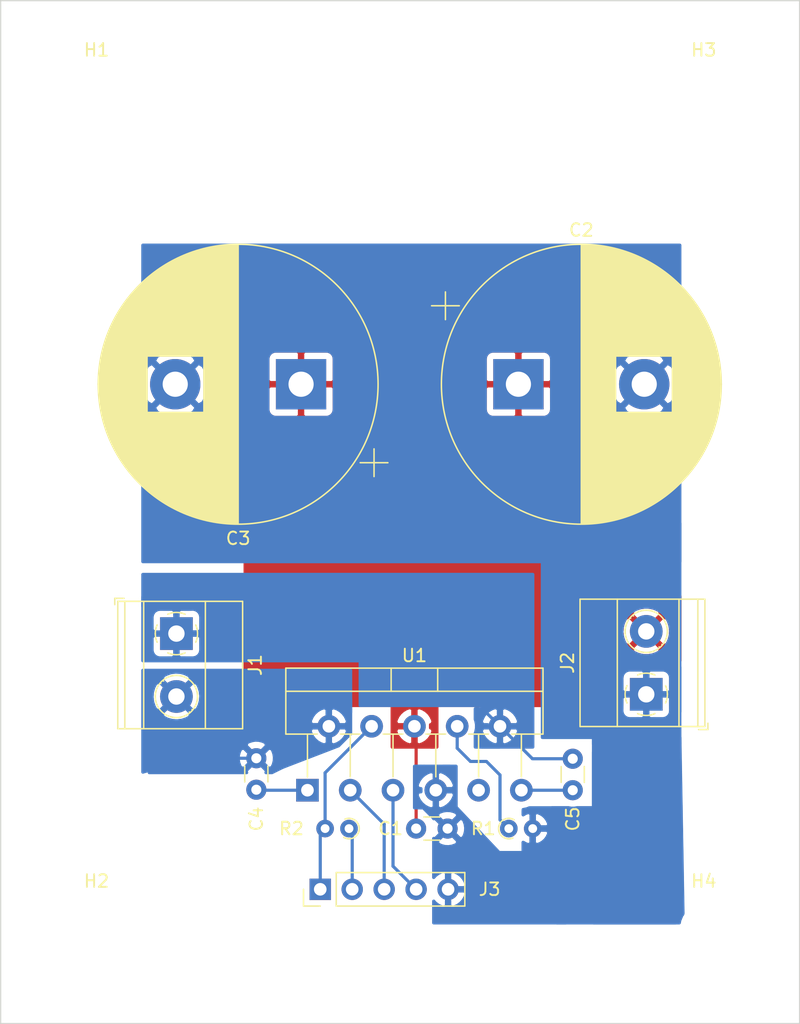
<source format=kicad_pcb>
(kicad_pcb (version 20171130) (host pcbnew "(5.1.10)-1")

  (general
    (thickness 1.6)
    (drawings 4)
    (tracks 31)
    (zones 0)
    (modules 15)
    (nets 13)
  )

  (page A4)
  (layers
    (0 F.Cu signal)
    (31 B.Cu signal)
    (32 B.Adhes user)
    (33 F.Adhes user)
    (34 B.Paste user)
    (35 F.Paste user)
    (36 B.SilkS user)
    (37 F.SilkS user)
    (38 B.Mask user)
    (39 F.Mask user)
    (40 Dwgs.User user)
    (41 Cmts.User user)
    (42 Eco1.User user)
    (43 Eco2.User user)
    (44 Edge.Cuts user)
    (45 Margin user)
    (46 B.CrtYd user)
    (47 F.CrtYd user)
    (48 B.Fab user)
    (49 F.Fab user)
  )

  (setup
    (last_trace_width 0.25)
    (trace_clearance 0.2)
    (zone_clearance 0.508)
    (zone_45_only no)
    (trace_min 0.2)
    (via_size 0.8)
    (via_drill 0.4)
    (via_min_size 0.4)
    (via_min_drill 0.3)
    (uvia_size 0.3)
    (uvia_drill 0.1)
    (uvias_allowed no)
    (uvia_min_size 0.2)
    (uvia_min_drill 0.1)
    (edge_width 0.1)
    (segment_width 0.2)
    (pcb_text_width 0.3)
    (pcb_text_size 1.5 1.5)
    (mod_edge_width 0.15)
    (mod_text_size 1 1)
    (mod_text_width 0.15)
    (pad_size 1.524 1.524)
    (pad_drill 0.762)
    (pad_to_mask_clearance 0)
    (aux_axis_origin 0 0)
    (visible_elements 7FFFFFFF)
    (pcbplotparams
      (layerselection 0x010fc_ffffffff)
      (usegerberextensions true)
      (usegerberattributes false)
      (usegerberadvancedattributes false)
      (creategerberjobfile false)
      (excludeedgelayer true)
      (linewidth 0.150000)
      (plotframeref false)
      (viasonmask false)
      (mode 1)
      (useauxorigin false)
      (hpglpennumber 1)
      (hpglpenspeed 20)
      (hpglpendiameter 15.000000)
      (psnegative false)
      (psa4output false)
      (plotreference true)
      (plotvalue false)
      (plotinvisibletext false)
      (padsonsilk false)
      (subtractmaskfromsilk true)
      (outputformat 1)
      (mirror false)
      (drillshape 0)
      (scaleselection 1)
      (outputdirectory "plots/"))
  )

  (net 0 "")
  (net 1 GND)
  (net 2 "Net-(C4-Pad2)")
  (net 3 Rails0)
  (net 4 Rails1)
  (net 5 "Net-(C5-Pad1)")
  (net 6 "Net-(R1-Pad1)")
  (net 7 +18V)
  (net 8 GPIO27_RPi)
  (net 9 3V3_RPi)
  (net 10 5V_RPi)
  (net 11 GPIO17_RPi)
  (net 12 "Net-(U1-Pad9)")

  (net_class Default "This is the default net class."
    (clearance 0.2)
    (trace_width 0.25)
    (via_dia 0.8)
    (via_drill 0.4)
    (uvia_dia 0.3)
    (uvia_drill 0.1)
    (add_net +18V)
    (add_net 3V3_RPi)
    (add_net 5V_RPi)
    (add_net GND)
    (add_net GPIO17_RPi)
    (add_net GPIO27_RPi)
    (add_net "Net-(C4-Pad2)")
    (add_net "Net-(C5-Pad1)")
    (add_net "Net-(R1-Pad1)")
    (add_net "Net-(U1-Pad9)")
    (add_net Rails0)
    (add_net Rails1)
  )

  (module MountingHole:MountingHole_2.7mm_M2.5 (layer F.Cu) (tedit 56D1B4CB) (tstamp 617DAABD)
    (at 139.7 160.02)
    (descr "Mounting Hole 2.7mm, no annular, M2.5")
    (tags "mounting hole 2.7mm no annular m2.5")
    (path /617DAAF5)
    (attr virtual)
    (fp_text reference H4 (at 0 -3.7) (layer F.SilkS)
      (effects (font (size 1 1) (thickness 0.15)))
    )
    (fp_text value MountingHole (at 0 3.7) (layer F.Fab)
      (effects (font (size 1 1) (thickness 0.15)))
    )
    (fp_circle (center 0 0) (end 2.95 0) (layer F.CrtYd) (width 0.05))
    (fp_circle (center 0 0) (end 2.7 0) (layer Cmts.User) (width 0.15))
    (fp_text user %R (at 0.3 0) (layer F.Fab)
      (effects (font (size 1 1) (thickness 0.15)))
    )
    (pad 1 np_thru_hole circle (at 0 0) (size 2.7 2.7) (drill 2.7) (layers *.Cu *.Mask))
  )

  (module MountingHole:MountingHole_2.7mm_M2.5 (layer F.Cu) (tedit 56D1B4CB) (tstamp 617DAAA8)
    (at 139.7 93.98)
    (descr "Mounting Hole 2.7mm, no annular, M2.5")
    (tags "mounting hole 2.7mm no annular m2.5")
    (path /617D9FC3)
    (attr virtual)
    (fp_text reference H3 (at 0 -3.7) (layer F.SilkS)
      (effects (font (size 1 1) (thickness 0.15)))
    )
    (fp_text value MountingHole (at 0 3.7) (layer F.Fab)
      (effects (font (size 1 1) (thickness 0.15)))
    )
    (fp_circle (center 0 0) (end 2.95 0) (layer F.CrtYd) (width 0.05))
    (fp_circle (center 0 0) (end 2.7 0) (layer Cmts.User) (width 0.15))
    (fp_text user %R (at 0.3 0) (layer F.Fab)
      (effects (font (size 1 1) (thickness 0.15)))
    )
    (pad 1 np_thru_hole circle (at 0 0) (size 2.7 2.7) (drill 2.7) (layers *.Cu *.Mask))
  )

  (module MountingHole:MountingHole_2.7mm_M2.5 (layer F.Cu) (tedit 56D1B4CB) (tstamp 617DAA93)
    (at 91.44 160.02)
    (descr "Mounting Hole 2.7mm, no annular, M2.5")
    (tags "mounting hole 2.7mm no annular m2.5")
    (path /617DA6E2)
    (attr virtual)
    (fp_text reference H2 (at 0 -3.7) (layer F.SilkS)
      (effects (font (size 1 1) (thickness 0.15)))
    )
    (fp_text value MountingHole (at 0 3.7) (layer F.Fab)
      (effects (font (size 1 1) (thickness 0.15)))
    )
    (fp_circle (center 0 0) (end 2.95 0) (layer F.CrtYd) (width 0.05))
    (fp_circle (center 0 0) (end 2.7 0) (layer Cmts.User) (width 0.15))
    (fp_text user %R (at 0.3 0) (layer F.Fab)
      (effects (font (size 1 1) (thickness 0.15)))
    )
    (pad 1 np_thru_hole circle (at 0 0) (size 2.7 2.7) (drill 2.7) (layers *.Cu *.Mask))
  )

  (module MountingHole:MountingHole_2.7mm_M2.5 (layer F.Cu) (tedit 56D1B4CB) (tstamp 617DAAD2)
    (at 91.44 93.98)
    (descr "Mounting Hole 2.7mm, no annular, M2.5")
    (tags "mounting hole 2.7mm no annular m2.5")
    (path /617DA2CF)
    (attr virtual)
    (fp_text reference H1 (at 0 -3.7) (layer F.SilkS)
      (effects (font (size 1 1) (thickness 0.15)))
    )
    (fp_text value MountingHole (at 0 3.7) (layer F.Fab)
      (effects (font (size 1 1) (thickness 0.15)))
    )
    (fp_circle (center 0 0) (end 2.95 0) (layer F.CrtYd) (width 0.05))
    (fp_circle (center 0 0) (end 2.7 0) (layer Cmts.User) (width 0.15))
    (fp_text user %R (at 0.3 0) (layer F.Fab)
      (effects (font (size 1 1) (thickness 0.15)))
    )
    (pad 1 np_thru_hole circle (at 0 0) (size 2.7 2.7) (drill 2.7) (layers *.Cu *.Mask))
  )

  (module Connector_PinHeader_2.54mm:PinHeader_1x05_P2.54mm_Vertical (layer F.Cu) (tedit 59FED5CC) (tstamp 617E0FBB)
    (at 109.22 156.972 90)
    (descr "Through hole straight pin header, 1x05, 2.54mm pitch, single row")
    (tags "Through hole pin header THT 1x05 2.54mm single row")
    (path /617F4C97)
    (fp_text reference J3 (at 0 13.462 180) (layer F.SilkS)
      (effects (font (size 1 1) (thickness 0.15)))
    )
    (fp_text value "RPi Connect" (at -3.302 5.08 180) (layer F.Fab)
      (effects (font (size 1 1) (thickness 0.15)))
    )
    (fp_line (start 1.8 -1.8) (end -1.8 -1.8) (layer F.CrtYd) (width 0.05))
    (fp_line (start 1.8 11.95) (end 1.8 -1.8) (layer F.CrtYd) (width 0.05))
    (fp_line (start -1.8 11.95) (end 1.8 11.95) (layer F.CrtYd) (width 0.05))
    (fp_line (start -1.8 -1.8) (end -1.8 11.95) (layer F.CrtYd) (width 0.05))
    (fp_line (start -1.33 -1.33) (end 0 -1.33) (layer F.SilkS) (width 0.12))
    (fp_line (start -1.33 0) (end -1.33 -1.33) (layer F.SilkS) (width 0.12))
    (fp_line (start -1.33 1.27) (end 1.33 1.27) (layer F.SilkS) (width 0.12))
    (fp_line (start 1.33 1.27) (end 1.33 11.49) (layer F.SilkS) (width 0.12))
    (fp_line (start -1.33 1.27) (end -1.33 11.49) (layer F.SilkS) (width 0.12))
    (fp_line (start -1.33 11.49) (end 1.33 11.49) (layer F.SilkS) (width 0.12))
    (fp_line (start -1.27 -0.635) (end -0.635 -1.27) (layer F.Fab) (width 0.1))
    (fp_line (start -1.27 11.43) (end -1.27 -0.635) (layer F.Fab) (width 0.1))
    (fp_line (start 1.27 11.43) (end -1.27 11.43) (layer F.Fab) (width 0.1))
    (fp_line (start 1.27 -1.27) (end 1.27 11.43) (layer F.Fab) (width 0.1))
    (fp_line (start -0.635 -1.27) (end 1.27 -1.27) (layer F.Fab) (width 0.1))
    (fp_text user %R (at 0 5.08) (layer F.Fab)
      (effects (font (size 1 1) (thickness 0.15)))
    )
    (pad 5 thru_hole oval (at 0 10.16 90) (size 1.7 1.7) (drill 1) (layers *.Cu *.Mask)
      (net 1 GND))
    (pad 4 thru_hole oval (at 0 7.62 90) (size 1.7 1.7) (drill 1) (layers *.Cu *.Mask)
      (net 10 5V_RPi))
    (pad 3 thru_hole oval (at 0 5.08 90) (size 1.7 1.7) (drill 1) (layers *.Cu *.Mask)
      (net 11 GPIO17_RPi))
    (pad 2 thru_hole oval (at 0 2.54 90) (size 1.7 1.7) (drill 1) (layers *.Cu *.Mask)
      (net 9 3V3_RPi))
    (pad 1 thru_hole rect (at 0 0 90) (size 1.7 1.7) (drill 1) (layers *.Cu *.Mask)
      (net 8 GPIO27_RPi))
    (model ${KISYS3DMOD}/Connector_PinHeader_2.54mm.3dshapes/PinHeader_1x05_P2.54mm_Vertical.wrl
      (at (xyz 0 0 0))
      (scale (xyz 1 1 1))
      (rotate (xyz 0 0 0))
    )
  )

  (module TerminalBlock_Phoenix:TerminalBlock_Phoenix_MKDS-1,5-2_1x02_P5.00mm_Horizontal (layer F.Cu) (tedit 5B294EE5) (tstamp 617E0FA2)
    (at 135.128 141.478 90)
    (descr "Terminal Block Phoenix MKDS-1,5-2, 2 pins, pitch 5mm, size 10x9.8mm^2, drill diamater 1.3mm, pad diameter 2.6mm, see http://www.farnell.com/datasheets/100425.pdf, script-generated using https://github.com/pointhi/kicad-footprint-generator/scripts/TerminalBlock_Phoenix")
    (tags "THT Terminal Block Phoenix MKDS-1,5-2 pitch 5mm size 10x9.8mm^2 drill 1.3mm pad 2.6mm")
    (path /617E2F29)
    (fp_text reference J2 (at 2.5 -6.26 90) (layer F.SilkS)
      (effects (font (size 1 1) (thickness 0.15)))
    )
    (fp_text value Power (at 1.27 -9.144 90) (layer F.Fab)
      (effects (font (size 1 1) (thickness 0.15)))
    )
    (fp_line (start 8 -5.71) (end -3 -5.71) (layer F.CrtYd) (width 0.05))
    (fp_line (start 8 5.1) (end 8 -5.71) (layer F.CrtYd) (width 0.05))
    (fp_line (start -3 5.1) (end 8 5.1) (layer F.CrtYd) (width 0.05))
    (fp_line (start -3 -5.71) (end -3 5.1) (layer F.CrtYd) (width 0.05))
    (fp_line (start -2.8 4.9) (end -2.3 4.9) (layer F.SilkS) (width 0.12))
    (fp_line (start -2.8 4.16) (end -2.8 4.9) (layer F.SilkS) (width 0.12))
    (fp_line (start 3.773 1.023) (end 3.726 1.069) (layer F.SilkS) (width 0.12))
    (fp_line (start 6.07 -1.275) (end 6.035 -1.239) (layer F.SilkS) (width 0.12))
    (fp_line (start 3.966 1.239) (end 3.931 1.274) (layer F.SilkS) (width 0.12))
    (fp_line (start 6.275 -1.069) (end 6.228 -1.023) (layer F.SilkS) (width 0.12))
    (fp_line (start 5.955 -1.138) (end 3.863 0.955) (layer F.Fab) (width 0.1))
    (fp_line (start 6.138 -0.955) (end 4.046 1.138) (layer F.Fab) (width 0.1))
    (fp_line (start 0.955 -1.138) (end -1.138 0.955) (layer F.Fab) (width 0.1))
    (fp_line (start 1.138 -0.955) (end -0.955 1.138) (layer F.Fab) (width 0.1))
    (fp_line (start 7.56 -5.261) (end 7.56 4.66) (layer F.SilkS) (width 0.12))
    (fp_line (start -2.56 -5.261) (end -2.56 4.66) (layer F.SilkS) (width 0.12))
    (fp_line (start -2.56 4.66) (end 7.56 4.66) (layer F.SilkS) (width 0.12))
    (fp_line (start -2.56 -5.261) (end 7.56 -5.261) (layer F.SilkS) (width 0.12))
    (fp_line (start -2.56 -2.301) (end 7.56 -2.301) (layer F.SilkS) (width 0.12))
    (fp_line (start -2.5 -2.3) (end 7.5 -2.3) (layer F.Fab) (width 0.1))
    (fp_line (start -2.56 2.6) (end 7.56 2.6) (layer F.SilkS) (width 0.12))
    (fp_line (start -2.5 2.6) (end 7.5 2.6) (layer F.Fab) (width 0.1))
    (fp_line (start -2.56 4.1) (end 7.56 4.1) (layer F.SilkS) (width 0.12))
    (fp_line (start -2.5 4.1) (end 7.5 4.1) (layer F.Fab) (width 0.1))
    (fp_line (start -2.5 4.1) (end -2.5 -5.2) (layer F.Fab) (width 0.1))
    (fp_line (start -2 4.6) (end -2.5 4.1) (layer F.Fab) (width 0.1))
    (fp_line (start 7.5 4.6) (end -2 4.6) (layer F.Fab) (width 0.1))
    (fp_line (start 7.5 -5.2) (end 7.5 4.6) (layer F.Fab) (width 0.1))
    (fp_line (start -2.5 -5.2) (end 7.5 -5.2) (layer F.Fab) (width 0.1))
    (fp_circle (center 5 0) (end 6.68 0) (layer F.SilkS) (width 0.12))
    (fp_circle (center 5 0) (end 6.5 0) (layer F.Fab) (width 0.1))
    (fp_circle (center 0 0) (end 1.5 0) (layer F.Fab) (width 0.1))
    (fp_text user %R (at 2.5 3.2 90) (layer F.Fab)
      (effects (font (size 1 1) (thickness 0.15)))
    )
    (fp_arc (start 0 0) (end -0.684 1.535) (angle -25) (layer F.SilkS) (width 0.12))
    (fp_arc (start 0 0) (end -1.535 -0.684) (angle -48) (layer F.SilkS) (width 0.12))
    (fp_arc (start 0 0) (end 0.684 -1.535) (angle -48) (layer F.SilkS) (width 0.12))
    (fp_arc (start 0 0) (end 1.535 0.684) (angle -48) (layer F.SilkS) (width 0.12))
    (fp_arc (start 0 0) (end 0 1.68) (angle -24) (layer F.SilkS) (width 0.12))
    (pad 2 thru_hole circle (at 5 0 90) (size 2.6 2.6) (drill 1.3) (layers *.Cu *.Mask)
      (net 7 +18V))
    (pad 1 thru_hole rect (at 0 0 90) (size 2.6 2.6) (drill 1.3) (layers *.Cu *.Mask)
      (net 1 GND))
    (model ${KISYS3DMOD}/TerminalBlock_Phoenix.3dshapes/TerminalBlock_Phoenix_MKDS-1,5-2_1x02_P5.00mm_Horizontal.wrl
      (at (xyz 0 0 0))
      (scale (xyz 1 1 1))
      (rotate (xyz 0 0 0))
    )
  )

  (module Capacitor_THT:CP_Radial_D22.0mm_P10.00mm_SnapIn (layer F.Cu) (tedit 5AE50EF1) (tstamp 617DD7A6)
    (at 107.696 116.84 180)
    (descr "CP, Radial series, Radial, pin pitch=10.00mm, , diameter=22mm, Electrolytic Capacitor, , http://www.vishay.com/docs/28342/058059pll-si.pdf")
    (tags "CP Radial series Radial pin pitch 10.00mm  diameter 22mm Electrolytic Capacitor")
    (path /617FDA35)
    (fp_text reference C3 (at 5 -12.25) (layer F.SilkS)
      (effects (font (size 1 1) (thickness 0.15)))
    )
    (fp_text value 4.7m (at 5 12.25) (layer F.Fab)
      (effects (font (size 1 1) (thickness 0.15)))
    )
    (fp_line (start -5.799337 -7.335) (end -5.799337 -5.135) (layer F.SilkS) (width 0.12))
    (fp_line (start -6.899337 -6.235) (end -4.699337 -6.235) (layer F.SilkS) (width 0.12))
    (fp_line (start 16.12 -0.04) (end 16.12 0.04) (layer F.SilkS) (width 0.12))
    (fp_line (start 16.08 -0.903) (end 16.08 0.903) (layer F.SilkS) (width 0.12))
    (fp_line (start 16.04 -1.292) (end 16.04 1.292) (layer F.SilkS) (width 0.12))
    (fp_line (start 16 -1.59) (end 16 1.59) (layer F.SilkS) (width 0.12))
    (fp_line (start 15.96 -1.84) (end 15.96 1.84) (layer F.SilkS) (width 0.12))
    (fp_line (start 15.92 -2.06) (end 15.92 2.06) (layer F.SilkS) (width 0.12))
    (fp_line (start 15.88 -2.258) (end 15.88 2.258) (layer F.SilkS) (width 0.12))
    (fp_line (start 15.84 -2.44) (end 15.84 2.44) (layer F.SilkS) (width 0.12))
    (fp_line (start 15.8 -2.609) (end 15.8 2.609) (layer F.SilkS) (width 0.12))
    (fp_line (start 15.76 -2.767) (end 15.76 2.767) (layer F.SilkS) (width 0.12))
    (fp_line (start 15.72 -2.916) (end 15.72 2.916) (layer F.SilkS) (width 0.12))
    (fp_line (start 15.68 -3.058) (end 15.68 3.058) (layer F.SilkS) (width 0.12))
    (fp_line (start 15.64 -3.192) (end 15.64 3.192) (layer F.SilkS) (width 0.12))
    (fp_line (start 15.6 -3.321) (end 15.6 3.321) (layer F.SilkS) (width 0.12))
    (fp_line (start 15.56 -3.445) (end 15.56 3.445) (layer F.SilkS) (width 0.12))
    (fp_line (start 15.52 -3.564) (end 15.52 3.564) (layer F.SilkS) (width 0.12))
    (fp_line (start 15.48 -3.679) (end 15.48 3.679) (layer F.SilkS) (width 0.12))
    (fp_line (start 15.44 -3.789) (end 15.44 3.789) (layer F.SilkS) (width 0.12))
    (fp_line (start 15.4 -3.897) (end 15.4 3.897) (layer F.SilkS) (width 0.12))
    (fp_line (start 15.36 -4.001) (end 15.36 4.001) (layer F.SilkS) (width 0.12))
    (fp_line (start 15.32 -4.102) (end 15.32 4.102) (layer F.SilkS) (width 0.12))
    (fp_line (start 15.28 -4.2) (end 15.28 4.2) (layer F.SilkS) (width 0.12))
    (fp_line (start 15.24 -4.296) (end 15.24 4.296) (layer F.SilkS) (width 0.12))
    (fp_line (start 15.2 -4.389) (end 15.2 4.389) (layer F.SilkS) (width 0.12))
    (fp_line (start 15.16 -4.48) (end 15.16 4.48) (layer F.SilkS) (width 0.12))
    (fp_line (start 15.12 -4.569) (end 15.12 4.569) (layer F.SilkS) (width 0.12))
    (fp_line (start 15.08 -4.656) (end 15.08 4.656) (layer F.SilkS) (width 0.12))
    (fp_line (start 15.04 -4.741) (end 15.04 4.741) (layer F.SilkS) (width 0.12))
    (fp_line (start 15 -4.824) (end 15 4.824) (layer F.SilkS) (width 0.12))
    (fp_line (start 14.96 -4.905) (end 14.96 4.905) (layer F.SilkS) (width 0.12))
    (fp_line (start 14.92 -4.985) (end 14.92 4.985) (layer F.SilkS) (width 0.12))
    (fp_line (start 14.88 -5.063) (end 14.88 5.063) (layer F.SilkS) (width 0.12))
    (fp_line (start 14.84 -5.14) (end 14.84 5.14) (layer F.SilkS) (width 0.12))
    (fp_line (start 14.8 -5.215) (end 14.8 5.215) (layer F.SilkS) (width 0.12))
    (fp_line (start 14.76 -5.289) (end 14.76 5.289) (layer F.SilkS) (width 0.12))
    (fp_line (start 14.72 -5.362) (end 14.72 5.362) (layer F.SilkS) (width 0.12))
    (fp_line (start 14.68 -5.433) (end 14.68 5.433) (layer F.SilkS) (width 0.12))
    (fp_line (start 14.64 -5.503) (end 14.64 5.503) (layer F.SilkS) (width 0.12))
    (fp_line (start 14.6 -5.572) (end 14.6 5.572) (layer F.SilkS) (width 0.12))
    (fp_line (start 14.56 -5.64) (end 14.56 5.64) (layer F.SilkS) (width 0.12))
    (fp_line (start 14.52 -5.707) (end 14.52 5.707) (layer F.SilkS) (width 0.12))
    (fp_line (start 14.48 -5.773) (end 14.48 5.773) (layer F.SilkS) (width 0.12))
    (fp_line (start 14.44 -5.838) (end 14.44 5.838) (layer F.SilkS) (width 0.12))
    (fp_line (start 14.4 -5.901) (end 14.4 5.901) (layer F.SilkS) (width 0.12))
    (fp_line (start 14.36 -5.964) (end 14.36 5.964) (layer F.SilkS) (width 0.12))
    (fp_line (start 14.32 -6.026) (end 14.32 6.026) (layer F.SilkS) (width 0.12))
    (fp_line (start 14.28 -6.087) (end 14.28 6.087) (layer F.SilkS) (width 0.12))
    (fp_line (start 14.24 -6.147) (end 14.24 6.147) (layer F.SilkS) (width 0.12))
    (fp_line (start 14.2 -6.207) (end 14.2 6.207) (layer F.SilkS) (width 0.12))
    (fp_line (start 14.16 -6.265) (end 14.16 6.265) (layer F.SilkS) (width 0.12))
    (fp_line (start 14.12 -6.323) (end 14.12 6.323) (layer F.SilkS) (width 0.12))
    (fp_line (start 14.08 -6.38) (end 14.08 6.38) (layer F.SilkS) (width 0.12))
    (fp_line (start 14.04 -6.436) (end 14.04 6.436) (layer F.SilkS) (width 0.12))
    (fp_line (start 14 -6.492) (end 14 6.492) (layer F.SilkS) (width 0.12))
    (fp_line (start 13.96 -6.546) (end 13.96 6.546) (layer F.SilkS) (width 0.12))
    (fp_line (start 13.92 -6.6) (end 13.92 6.6) (layer F.SilkS) (width 0.12))
    (fp_line (start 13.88 -6.654) (end 13.88 6.654) (layer F.SilkS) (width 0.12))
    (fp_line (start 13.84 -6.707) (end 13.84 6.707) (layer F.SilkS) (width 0.12))
    (fp_line (start 13.8 -6.759) (end 13.8 6.759) (layer F.SilkS) (width 0.12))
    (fp_line (start 13.76 -6.81) (end 13.76 6.81) (layer F.SilkS) (width 0.12))
    (fp_line (start 13.72 -6.861) (end 13.72 6.861) (layer F.SilkS) (width 0.12))
    (fp_line (start 13.68 -6.911) (end 13.68 6.911) (layer F.SilkS) (width 0.12))
    (fp_line (start 13.64 -6.961) (end 13.64 6.961) (layer F.SilkS) (width 0.12))
    (fp_line (start 13.6 -7.01) (end 13.6 7.01) (layer F.SilkS) (width 0.12))
    (fp_line (start 13.56 -7.058) (end 13.56 7.058) (layer F.SilkS) (width 0.12))
    (fp_line (start 13.52 -7.106) (end 13.52 7.106) (layer F.SilkS) (width 0.12))
    (fp_line (start 13.48 -7.154) (end 13.48 7.154) (layer F.SilkS) (width 0.12))
    (fp_line (start 13.44 -7.201) (end 13.44 7.201) (layer F.SilkS) (width 0.12))
    (fp_line (start 13.4 -7.247) (end 13.4 7.247) (layer F.SilkS) (width 0.12))
    (fp_line (start 13.36 -7.293) (end 13.36 7.293) (layer F.SilkS) (width 0.12))
    (fp_line (start 13.32 -7.338) (end 13.32 7.338) (layer F.SilkS) (width 0.12))
    (fp_line (start 13.28 -7.383) (end 13.28 7.383) (layer F.SilkS) (width 0.12))
    (fp_line (start 13.24 -7.428) (end 13.24 7.428) (layer F.SilkS) (width 0.12))
    (fp_line (start 13.2 -7.471) (end 13.2 7.471) (layer F.SilkS) (width 0.12))
    (fp_line (start 13.161 -7.515) (end 13.161 7.515) (layer F.SilkS) (width 0.12))
    (fp_line (start 13.121 -7.558) (end 13.121 7.558) (layer F.SilkS) (width 0.12))
    (fp_line (start 13.081 -7.6) (end 13.081 7.6) (layer F.SilkS) (width 0.12))
    (fp_line (start 13.041 -7.642) (end 13.041 7.642) (layer F.SilkS) (width 0.12))
    (fp_line (start 13.001 -7.684) (end 13.001 7.684) (layer F.SilkS) (width 0.12))
    (fp_line (start 12.961 -7.725) (end 12.961 7.725) (layer F.SilkS) (width 0.12))
    (fp_line (start 12.921 -7.766) (end 12.921 7.766) (layer F.SilkS) (width 0.12))
    (fp_line (start 12.881 -7.807) (end 12.881 7.807) (layer F.SilkS) (width 0.12))
    (fp_line (start 12.841 -7.846) (end 12.841 7.846) (layer F.SilkS) (width 0.12))
    (fp_line (start 12.801 -7.886) (end 12.801 7.886) (layer F.SilkS) (width 0.12))
    (fp_line (start 12.761 -7.925) (end 12.761 7.925) (layer F.SilkS) (width 0.12))
    (fp_line (start 12.721 -7.964) (end 12.721 7.964) (layer F.SilkS) (width 0.12))
    (fp_line (start 12.681 -8.002) (end 12.681 8.002) (layer F.SilkS) (width 0.12))
    (fp_line (start 12.641 -8.04) (end 12.641 8.04) (layer F.SilkS) (width 0.12))
    (fp_line (start 12.601 -8.078) (end 12.601 8.078) (layer F.SilkS) (width 0.12))
    (fp_line (start 12.561 -8.115) (end 12.561 8.115) (layer F.SilkS) (width 0.12))
    (fp_line (start 12.521 -8.152) (end 12.521 8.152) (layer F.SilkS) (width 0.12))
    (fp_line (start 12.481 -8.189) (end 12.481 8.189) (layer F.SilkS) (width 0.12))
    (fp_line (start 12.441 -8.225) (end 12.441 8.225) (layer F.SilkS) (width 0.12))
    (fp_line (start 12.401 -8.261) (end 12.401 8.261) (layer F.SilkS) (width 0.12))
    (fp_line (start 12.361 -8.296) (end 12.361 8.296) (layer F.SilkS) (width 0.12))
    (fp_line (start 12.321 -8.331) (end 12.321 8.331) (layer F.SilkS) (width 0.12))
    (fp_line (start 12.281 -8.366) (end 12.281 8.366) (layer F.SilkS) (width 0.12))
    (fp_line (start 12.241 -8.401) (end 12.241 8.401) (layer F.SilkS) (width 0.12))
    (fp_line (start 12.201 2.24) (end 12.201 8.435) (layer F.SilkS) (width 0.12))
    (fp_line (start 12.201 -8.435) (end 12.201 -2.24) (layer F.SilkS) (width 0.12))
    (fp_line (start 12.161 2.24) (end 12.161 8.469) (layer F.SilkS) (width 0.12))
    (fp_line (start 12.161 -8.469) (end 12.161 -2.24) (layer F.SilkS) (width 0.12))
    (fp_line (start 12.121 2.24) (end 12.121 8.502) (layer F.SilkS) (width 0.12))
    (fp_line (start 12.121 -8.502) (end 12.121 -2.24) (layer F.SilkS) (width 0.12))
    (fp_line (start 12.081 2.24) (end 12.081 8.535) (layer F.SilkS) (width 0.12))
    (fp_line (start 12.081 -8.535) (end 12.081 -2.24) (layer F.SilkS) (width 0.12))
    (fp_line (start 12.041 2.24) (end 12.041 8.568) (layer F.SilkS) (width 0.12))
    (fp_line (start 12.041 -8.568) (end 12.041 -2.24) (layer F.SilkS) (width 0.12))
    (fp_line (start 12.001 2.24) (end 12.001 8.601) (layer F.SilkS) (width 0.12))
    (fp_line (start 12.001 -8.601) (end 12.001 -2.24) (layer F.SilkS) (width 0.12))
    (fp_line (start 11.961 2.24) (end 11.961 8.633) (layer F.SilkS) (width 0.12))
    (fp_line (start 11.961 -8.633) (end 11.961 -2.24) (layer F.SilkS) (width 0.12))
    (fp_line (start 11.921 2.24) (end 11.921 8.665) (layer F.SilkS) (width 0.12))
    (fp_line (start 11.921 -8.665) (end 11.921 -2.24) (layer F.SilkS) (width 0.12))
    (fp_line (start 11.881 2.24) (end 11.881 8.697) (layer F.SilkS) (width 0.12))
    (fp_line (start 11.881 -8.697) (end 11.881 -2.24) (layer F.SilkS) (width 0.12))
    (fp_line (start 11.841 2.24) (end 11.841 8.728) (layer F.SilkS) (width 0.12))
    (fp_line (start 11.841 -8.728) (end 11.841 -2.24) (layer F.SilkS) (width 0.12))
    (fp_line (start 11.801 2.24) (end 11.801 8.759) (layer F.SilkS) (width 0.12))
    (fp_line (start 11.801 -8.759) (end 11.801 -2.24) (layer F.SilkS) (width 0.12))
    (fp_line (start 11.761 2.24) (end 11.761 8.79) (layer F.SilkS) (width 0.12))
    (fp_line (start 11.761 -8.79) (end 11.761 -2.24) (layer F.SilkS) (width 0.12))
    (fp_line (start 11.721 2.24) (end 11.721 8.82) (layer F.SilkS) (width 0.12))
    (fp_line (start 11.721 -8.82) (end 11.721 -2.24) (layer F.SilkS) (width 0.12))
    (fp_line (start 11.681 2.24) (end 11.681 8.85) (layer F.SilkS) (width 0.12))
    (fp_line (start 11.681 -8.85) (end 11.681 -2.24) (layer F.SilkS) (width 0.12))
    (fp_line (start 11.641 2.24) (end 11.641 8.88) (layer F.SilkS) (width 0.12))
    (fp_line (start 11.641 -8.88) (end 11.641 -2.24) (layer F.SilkS) (width 0.12))
    (fp_line (start 11.601 2.24) (end 11.601 8.91) (layer F.SilkS) (width 0.12))
    (fp_line (start 11.601 -8.91) (end 11.601 -2.24) (layer F.SilkS) (width 0.12))
    (fp_line (start 11.561 2.24) (end 11.561 8.939) (layer F.SilkS) (width 0.12))
    (fp_line (start 11.561 -8.939) (end 11.561 -2.24) (layer F.SilkS) (width 0.12))
    (fp_line (start 11.521 2.24) (end 11.521 8.968) (layer F.SilkS) (width 0.12))
    (fp_line (start 11.521 -8.968) (end 11.521 -2.24) (layer F.SilkS) (width 0.12))
    (fp_line (start 11.481 2.24) (end 11.481 8.997) (layer F.SilkS) (width 0.12))
    (fp_line (start 11.481 -8.997) (end 11.481 -2.24) (layer F.SilkS) (width 0.12))
    (fp_line (start 11.441 2.24) (end 11.441 9.026) (layer F.SilkS) (width 0.12))
    (fp_line (start 11.441 -9.026) (end 11.441 -2.24) (layer F.SilkS) (width 0.12))
    (fp_line (start 11.401 2.24) (end 11.401 9.054) (layer F.SilkS) (width 0.12))
    (fp_line (start 11.401 -9.054) (end 11.401 -2.24) (layer F.SilkS) (width 0.12))
    (fp_line (start 11.361 2.24) (end 11.361 9.082) (layer F.SilkS) (width 0.12))
    (fp_line (start 11.361 -9.082) (end 11.361 -2.24) (layer F.SilkS) (width 0.12))
    (fp_line (start 11.321 2.24) (end 11.321 9.11) (layer F.SilkS) (width 0.12))
    (fp_line (start 11.321 -9.11) (end 11.321 -2.24) (layer F.SilkS) (width 0.12))
    (fp_line (start 11.281 2.24) (end 11.281 9.137) (layer F.SilkS) (width 0.12))
    (fp_line (start 11.281 -9.137) (end 11.281 -2.24) (layer F.SilkS) (width 0.12))
    (fp_line (start 11.241 2.24) (end 11.241 9.165) (layer F.SilkS) (width 0.12))
    (fp_line (start 11.241 -9.165) (end 11.241 -2.24) (layer F.SilkS) (width 0.12))
    (fp_line (start 11.201 2.24) (end 11.201 9.192) (layer F.SilkS) (width 0.12))
    (fp_line (start 11.201 -9.192) (end 11.201 -2.24) (layer F.SilkS) (width 0.12))
    (fp_line (start 11.161 2.24) (end 11.161 9.218) (layer F.SilkS) (width 0.12))
    (fp_line (start 11.161 -9.218) (end 11.161 -2.24) (layer F.SilkS) (width 0.12))
    (fp_line (start 11.121 2.24) (end 11.121 9.245) (layer F.SilkS) (width 0.12))
    (fp_line (start 11.121 -9.245) (end 11.121 -2.24) (layer F.SilkS) (width 0.12))
    (fp_line (start 11.081 2.24) (end 11.081 9.271) (layer F.SilkS) (width 0.12))
    (fp_line (start 11.081 -9.271) (end 11.081 -2.24) (layer F.SilkS) (width 0.12))
    (fp_line (start 11.041 2.24) (end 11.041 9.297) (layer F.SilkS) (width 0.12))
    (fp_line (start 11.041 -9.297) (end 11.041 -2.24) (layer F.SilkS) (width 0.12))
    (fp_line (start 11.001 2.24) (end 11.001 9.323) (layer F.SilkS) (width 0.12))
    (fp_line (start 11.001 -9.323) (end 11.001 -2.24) (layer F.SilkS) (width 0.12))
    (fp_line (start 10.961 2.24) (end 10.961 9.348) (layer F.SilkS) (width 0.12))
    (fp_line (start 10.961 -9.348) (end 10.961 -2.24) (layer F.SilkS) (width 0.12))
    (fp_line (start 10.921 2.24) (end 10.921 9.374) (layer F.SilkS) (width 0.12))
    (fp_line (start 10.921 -9.374) (end 10.921 -2.24) (layer F.SilkS) (width 0.12))
    (fp_line (start 10.881 2.24) (end 10.881 9.399) (layer F.SilkS) (width 0.12))
    (fp_line (start 10.881 -9.399) (end 10.881 -2.24) (layer F.SilkS) (width 0.12))
    (fp_line (start 10.841 2.24) (end 10.841 9.424) (layer F.SilkS) (width 0.12))
    (fp_line (start 10.841 -9.424) (end 10.841 -2.24) (layer F.SilkS) (width 0.12))
    (fp_line (start 10.801 2.24) (end 10.801 9.448) (layer F.SilkS) (width 0.12))
    (fp_line (start 10.801 -9.448) (end 10.801 -2.24) (layer F.SilkS) (width 0.12))
    (fp_line (start 10.761 2.24) (end 10.761 9.472) (layer F.SilkS) (width 0.12))
    (fp_line (start 10.761 -9.472) (end 10.761 -2.24) (layer F.SilkS) (width 0.12))
    (fp_line (start 10.721 2.24) (end 10.721 9.497) (layer F.SilkS) (width 0.12))
    (fp_line (start 10.721 -9.497) (end 10.721 -2.24) (layer F.SilkS) (width 0.12))
    (fp_line (start 10.681 2.24) (end 10.681 9.52) (layer F.SilkS) (width 0.12))
    (fp_line (start 10.681 -9.52) (end 10.681 -2.24) (layer F.SilkS) (width 0.12))
    (fp_line (start 10.641 2.24) (end 10.641 9.544) (layer F.SilkS) (width 0.12))
    (fp_line (start 10.641 -9.544) (end 10.641 -2.24) (layer F.SilkS) (width 0.12))
    (fp_line (start 10.601 2.24) (end 10.601 9.567) (layer F.SilkS) (width 0.12))
    (fp_line (start 10.601 -9.567) (end 10.601 -2.24) (layer F.SilkS) (width 0.12))
    (fp_line (start 10.561 2.24) (end 10.561 9.591) (layer F.SilkS) (width 0.12))
    (fp_line (start 10.561 -9.591) (end 10.561 -2.24) (layer F.SilkS) (width 0.12))
    (fp_line (start 10.521 2.24) (end 10.521 9.614) (layer F.SilkS) (width 0.12))
    (fp_line (start 10.521 -9.614) (end 10.521 -2.24) (layer F.SilkS) (width 0.12))
    (fp_line (start 10.481 2.24) (end 10.481 9.636) (layer F.SilkS) (width 0.12))
    (fp_line (start 10.481 -9.636) (end 10.481 -2.24) (layer F.SilkS) (width 0.12))
    (fp_line (start 10.441 2.24) (end 10.441 9.659) (layer F.SilkS) (width 0.12))
    (fp_line (start 10.441 -9.659) (end 10.441 -2.24) (layer F.SilkS) (width 0.12))
    (fp_line (start 10.401 2.24) (end 10.401 9.681) (layer F.SilkS) (width 0.12))
    (fp_line (start 10.401 -9.681) (end 10.401 -2.24) (layer F.SilkS) (width 0.12))
    (fp_line (start 10.361 2.24) (end 10.361 9.703) (layer F.SilkS) (width 0.12))
    (fp_line (start 10.361 -9.703) (end 10.361 -2.24) (layer F.SilkS) (width 0.12))
    (fp_line (start 10.321 2.24) (end 10.321 9.725) (layer F.SilkS) (width 0.12))
    (fp_line (start 10.321 -9.725) (end 10.321 -2.24) (layer F.SilkS) (width 0.12))
    (fp_line (start 10.281 2.24) (end 10.281 9.747) (layer F.SilkS) (width 0.12))
    (fp_line (start 10.281 -9.747) (end 10.281 -2.24) (layer F.SilkS) (width 0.12))
    (fp_line (start 10.241 2.24) (end 10.241 9.768) (layer F.SilkS) (width 0.12))
    (fp_line (start 10.241 -9.768) (end 10.241 -2.24) (layer F.SilkS) (width 0.12))
    (fp_line (start 10.201 2.24) (end 10.201 9.79) (layer F.SilkS) (width 0.12))
    (fp_line (start 10.201 -9.79) (end 10.201 -2.24) (layer F.SilkS) (width 0.12))
    (fp_line (start 10.161 2.24) (end 10.161 9.811) (layer F.SilkS) (width 0.12))
    (fp_line (start 10.161 -9.811) (end 10.161 -2.24) (layer F.SilkS) (width 0.12))
    (fp_line (start 10.121 2.24) (end 10.121 9.832) (layer F.SilkS) (width 0.12))
    (fp_line (start 10.121 -9.832) (end 10.121 -2.24) (layer F.SilkS) (width 0.12))
    (fp_line (start 10.081 2.24) (end 10.081 9.852) (layer F.SilkS) (width 0.12))
    (fp_line (start 10.081 -9.852) (end 10.081 -2.24) (layer F.SilkS) (width 0.12))
    (fp_line (start 10.041 2.24) (end 10.041 9.873) (layer F.SilkS) (width 0.12))
    (fp_line (start 10.041 -9.873) (end 10.041 -2.24) (layer F.SilkS) (width 0.12))
    (fp_line (start 10.001 2.24) (end 10.001 9.893) (layer F.SilkS) (width 0.12))
    (fp_line (start 10.001 -9.893) (end 10.001 -2.24) (layer F.SilkS) (width 0.12))
    (fp_line (start 9.961 2.24) (end 9.961 9.913) (layer F.SilkS) (width 0.12))
    (fp_line (start 9.961 -9.913) (end 9.961 -2.24) (layer F.SilkS) (width 0.12))
    (fp_line (start 9.921 2.24) (end 9.921 9.933) (layer F.SilkS) (width 0.12))
    (fp_line (start 9.921 -9.933) (end 9.921 -2.24) (layer F.SilkS) (width 0.12))
    (fp_line (start 9.881 2.24) (end 9.881 9.952) (layer F.SilkS) (width 0.12))
    (fp_line (start 9.881 -9.952) (end 9.881 -2.24) (layer F.SilkS) (width 0.12))
    (fp_line (start 9.841 2.24) (end 9.841 9.972) (layer F.SilkS) (width 0.12))
    (fp_line (start 9.841 -9.972) (end 9.841 -2.24) (layer F.SilkS) (width 0.12))
    (fp_line (start 9.801 2.24) (end 9.801 9.991) (layer F.SilkS) (width 0.12))
    (fp_line (start 9.801 -9.991) (end 9.801 -2.24) (layer F.SilkS) (width 0.12))
    (fp_line (start 9.761 2.24) (end 9.761 10.01) (layer F.SilkS) (width 0.12))
    (fp_line (start 9.761 -10.01) (end 9.761 -2.24) (layer F.SilkS) (width 0.12))
    (fp_line (start 9.721 2.24) (end 9.721 10.029) (layer F.SilkS) (width 0.12))
    (fp_line (start 9.721 -10.029) (end 9.721 -2.24) (layer F.SilkS) (width 0.12))
    (fp_line (start 9.681 2.24) (end 9.681 10.048) (layer F.SilkS) (width 0.12))
    (fp_line (start 9.681 -10.048) (end 9.681 -2.24) (layer F.SilkS) (width 0.12))
    (fp_line (start 9.641 2.24) (end 9.641 10.066) (layer F.SilkS) (width 0.12))
    (fp_line (start 9.641 -10.066) (end 9.641 -2.24) (layer F.SilkS) (width 0.12))
    (fp_line (start 9.601 2.24) (end 9.601 10.084) (layer F.SilkS) (width 0.12))
    (fp_line (start 9.601 -10.084) (end 9.601 -2.24) (layer F.SilkS) (width 0.12))
    (fp_line (start 9.561 2.24) (end 9.561 10.103) (layer F.SilkS) (width 0.12))
    (fp_line (start 9.561 -10.103) (end 9.561 -2.24) (layer F.SilkS) (width 0.12))
    (fp_line (start 9.521 2.24) (end 9.521 10.12) (layer F.SilkS) (width 0.12))
    (fp_line (start 9.521 -10.12) (end 9.521 -2.24) (layer F.SilkS) (width 0.12))
    (fp_line (start 9.481 2.24) (end 9.481 10.138) (layer F.SilkS) (width 0.12))
    (fp_line (start 9.481 -10.138) (end 9.481 -2.24) (layer F.SilkS) (width 0.12))
    (fp_line (start 9.441 2.24) (end 9.441 10.156) (layer F.SilkS) (width 0.12))
    (fp_line (start 9.441 -10.156) (end 9.441 -2.24) (layer F.SilkS) (width 0.12))
    (fp_line (start 9.401 2.24) (end 9.401 10.173) (layer F.SilkS) (width 0.12))
    (fp_line (start 9.401 -10.173) (end 9.401 -2.24) (layer F.SilkS) (width 0.12))
    (fp_line (start 9.361 2.24) (end 9.361 10.19) (layer F.SilkS) (width 0.12))
    (fp_line (start 9.361 -10.19) (end 9.361 -2.24) (layer F.SilkS) (width 0.12))
    (fp_line (start 9.321 2.24) (end 9.321 10.207) (layer F.SilkS) (width 0.12))
    (fp_line (start 9.321 -10.207) (end 9.321 -2.24) (layer F.SilkS) (width 0.12))
    (fp_line (start 9.281 2.24) (end 9.281 10.224) (layer F.SilkS) (width 0.12))
    (fp_line (start 9.281 -10.224) (end 9.281 -2.24) (layer F.SilkS) (width 0.12))
    (fp_line (start 9.241 2.24) (end 9.241 10.24) (layer F.SilkS) (width 0.12))
    (fp_line (start 9.241 -10.24) (end 9.241 -2.24) (layer F.SilkS) (width 0.12))
    (fp_line (start 9.201 2.24) (end 9.201 10.257) (layer F.SilkS) (width 0.12))
    (fp_line (start 9.201 -10.257) (end 9.201 -2.24) (layer F.SilkS) (width 0.12))
    (fp_line (start 9.161 2.24) (end 9.161 10.273) (layer F.SilkS) (width 0.12))
    (fp_line (start 9.161 -10.273) (end 9.161 -2.24) (layer F.SilkS) (width 0.12))
    (fp_line (start 9.121 2.24) (end 9.121 10.289) (layer F.SilkS) (width 0.12))
    (fp_line (start 9.121 -10.289) (end 9.121 -2.24) (layer F.SilkS) (width 0.12))
    (fp_line (start 9.081 2.24) (end 9.081 10.305) (layer F.SilkS) (width 0.12))
    (fp_line (start 9.081 -10.305) (end 9.081 -2.24) (layer F.SilkS) (width 0.12))
    (fp_line (start 9.041 2.24) (end 9.041 10.321) (layer F.SilkS) (width 0.12))
    (fp_line (start 9.041 -10.321) (end 9.041 -2.24) (layer F.SilkS) (width 0.12))
    (fp_line (start 9.001 2.24) (end 9.001 10.336) (layer F.SilkS) (width 0.12))
    (fp_line (start 9.001 -10.336) (end 9.001 -2.24) (layer F.SilkS) (width 0.12))
    (fp_line (start 8.961 2.24) (end 8.961 10.351) (layer F.SilkS) (width 0.12))
    (fp_line (start 8.961 -10.351) (end 8.961 -2.24) (layer F.SilkS) (width 0.12))
    (fp_line (start 8.921 2.24) (end 8.921 10.367) (layer F.SilkS) (width 0.12))
    (fp_line (start 8.921 -10.367) (end 8.921 -2.24) (layer F.SilkS) (width 0.12))
    (fp_line (start 8.881 2.24) (end 8.881 10.382) (layer F.SilkS) (width 0.12))
    (fp_line (start 8.881 -10.382) (end 8.881 -2.24) (layer F.SilkS) (width 0.12))
    (fp_line (start 8.841 2.24) (end 8.841 10.396) (layer F.SilkS) (width 0.12))
    (fp_line (start 8.841 -10.396) (end 8.841 -2.24) (layer F.SilkS) (width 0.12))
    (fp_line (start 8.801 2.24) (end 8.801 10.411) (layer F.SilkS) (width 0.12))
    (fp_line (start 8.801 -10.411) (end 8.801 -2.24) (layer F.SilkS) (width 0.12))
    (fp_line (start 8.761 2.24) (end 8.761 10.426) (layer F.SilkS) (width 0.12))
    (fp_line (start 8.761 -10.426) (end 8.761 -2.24) (layer F.SilkS) (width 0.12))
    (fp_line (start 8.721 2.24) (end 8.721 10.44) (layer F.SilkS) (width 0.12))
    (fp_line (start 8.721 -10.44) (end 8.721 -2.24) (layer F.SilkS) (width 0.12))
    (fp_line (start 8.681 2.24) (end 8.681 10.454) (layer F.SilkS) (width 0.12))
    (fp_line (start 8.681 -10.454) (end 8.681 -2.24) (layer F.SilkS) (width 0.12))
    (fp_line (start 8.641 2.24) (end 8.641 10.468) (layer F.SilkS) (width 0.12))
    (fp_line (start 8.641 -10.468) (end 8.641 -2.24) (layer F.SilkS) (width 0.12))
    (fp_line (start 8.601 2.24) (end 8.601 10.482) (layer F.SilkS) (width 0.12))
    (fp_line (start 8.601 -10.482) (end 8.601 -2.24) (layer F.SilkS) (width 0.12))
    (fp_line (start 8.561 2.24) (end 8.561 10.495) (layer F.SilkS) (width 0.12))
    (fp_line (start 8.561 -10.495) (end 8.561 -2.24) (layer F.SilkS) (width 0.12))
    (fp_line (start 8.521 2.24) (end 8.521 10.509) (layer F.SilkS) (width 0.12))
    (fp_line (start 8.521 -10.509) (end 8.521 -2.24) (layer F.SilkS) (width 0.12))
    (fp_line (start 8.481 2.24) (end 8.481 10.522) (layer F.SilkS) (width 0.12))
    (fp_line (start 8.481 -10.522) (end 8.481 -2.24) (layer F.SilkS) (width 0.12))
    (fp_line (start 8.441 2.24) (end 8.441 10.535) (layer F.SilkS) (width 0.12))
    (fp_line (start 8.441 -10.535) (end 8.441 -2.24) (layer F.SilkS) (width 0.12))
    (fp_line (start 8.401 2.24) (end 8.401 10.548) (layer F.SilkS) (width 0.12))
    (fp_line (start 8.401 -10.548) (end 8.401 -2.24) (layer F.SilkS) (width 0.12))
    (fp_line (start 8.361 2.24) (end 8.361 10.561) (layer F.SilkS) (width 0.12))
    (fp_line (start 8.361 -10.561) (end 8.361 -2.24) (layer F.SilkS) (width 0.12))
    (fp_line (start 8.321 2.24) (end 8.321 10.573) (layer F.SilkS) (width 0.12))
    (fp_line (start 8.321 -10.573) (end 8.321 -2.24) (layer F.SilkS) (width 0.12))
    (fp_line (start 8.281 2.24) (end 8.281 10.586) (layer F.SilkS) (width 0.12))
    (fp_line (start 8.281 -10.586) (end 8.281 -2.24) (layer F.SilkS) (width 0.12))
    (fp_line (start 8.241 2.24) (end 8.241 10.598) (layer F.SilkS) (width 0.12))
    (fp_line (start 8.241 -10.598) (end 8.241 -2.24) (layer F.SilkS) (width 0.12))
    (fp_line (start 8.201 2.24) (end 8.201 10.61) (layer F.SilkS) (width 0.12))
    (fp_line (start 8.201 -10.61) (end 8.201 -2.24) (layer F.SilkS) (width 0.12))
    (fp_line (start 8.161 2.24) (end 8.161 10.622) (layer F.SilkS) (width 0.12))
    (fp_line (start 8.161 -10.622) (end 8.161 -2.24) (layer F.SilkS) (width 0.12))
    (fp_line (start 8.121 2.24) (end 8.121 10.634) (layer F.SilkS) (width 0.12))
    (fp_line (start 8.121 -10.634) (end 8.121 -2.24) (layer F.SilkS) (width 0.12))
    (fp_line (start 8.081 2.24) (end 8.081 10.645) (layer F.SilkS) (width 0.12))
    (fp_line (start 8.081 -10.645) (end 8.081 -2.24) (layer F.SilkS) (width 0.12))
    (fp_line (start 8.041 2.24) (end 8.041 10.657) (layer F.SilkS) (width 0.12))
    (fp_line (start 8.041 -10.657) (end 8.041 -2.24) (layer F.SilkS) (width 0.12))
    (fp_line (start 8.001 2.24) (end 8.001 10.668) (layer F.SilkS) (width 0.12))
    (fp_line (start 8.001 -10.668) (end 8.001 -2.24) (layer F.SilkS) (width 0.12))
    (fp_line (start 7.961 2.24) (end 7.961 10.679) (layer F.SilkS) (width 0.12))
    (fp_line (start 7.961 -10.679) (end 7.961 -2.24) (layer F.SilkS) (width 0.12))
    (fp_line (start 7.921 2.24) (end 7.921 10.69) (layer F.SilkS) (width 0.12))
    (fp_line (start 7.921 -10.69) (end 7.921 -2.24) (layer F.SilkS) (width 0.12))
    (fp_line (start 7.881 2.24) (end 7.881 10.701) (layer F.SilkS) (width 0.12))
    (fp_line (start 7.881 -10.701) (end 7.881 -2.24) (layer F.SilkS) (width 0.12))
    (fp_line (start 7.841 2.24) (end 7.841 10.712) (layer F.SilkS) (width 0.12))
    (fp_line (start 7.841 -10.712) (end 7.841 -2.24) (layer F.SilkS) (width 0.12))
    (fp_line (start 7.801 2.24) (end 7.801 10.722) (layer F.SilkS) (width 0.12))
    (fp_line (start 7.801 -10.722) (end 7.801 -2.24) (layer F.SilkS) (width 0.12))
    (fp_line (start 7.761 2.24) (end 7.761 10.733) (layer F.SilkS) (width 0.12))
    (fp_line (start 7.761 -10.733) (end 7.761 -2.24) (layer F.SilkS) (width 0.12))
    (fp_line (start 7.721 -10.743) (end 7.721 10.743) (layer F.SilkS) (width 0.12))
    (fp_line (start 7.681 -10.753) (end 7.681 10.753) (layer F.SilkS) (width 0.12))
    (fp_line (start 7.641 -10.763) (end 7.641 10.763) (layer F.SilkS) (width 0.12))
    (fp_line (start 7.601 -10.772) (end 7.601 10.772) (layer F.SilkS) (width 0.12))
    (fp_line (start 7.561 -10.782) (end 7.561 10.782) (layer F.SilkS) (width 0.12))
    (fp_line (start 7.521 -10.791) (end 7.521 10.791) (layer F.SilkS) (width 0.12))
    (fp_line (start 7.481 -10.8) (end 7.481 10.8) (layer F.SilkS) (width 0.12))
    (fp_line (start 7.441 -10.809) (end 7.441 10.809) (layer F.SilkS) (width 0.12))
    (fp_line (start 7.401 -10.818) (end 7.401 10.818) (layer F.SilkS) (width 0.12))
    (fp_line (start 7.361 -10.827) (end 7.361 10.827) (layer F.SilkS) (width 0.12))
    (fp_line (start 7.321 -10.836) (end 7.321 10.836) (layer F.SilkS) (width 0.12))
    (fp_line (start 7.281 -10.844) (end 7.281 10.844) (layer F.SilkS) (width 0.12))
    (fp_line (start 7.241 -10.853) (end 7.241 10.853) (layer F.SilkS) (width 0.12))
    (fp_line (start 7.201 -10.861) (end 7.201 10.861) (layer F.SilkS) (width 0.12))
    (fp_line (start 7.161 -10.869) (end 7.161 10.869) (layer F.SilkS) (width 0.12))
    (fp_line (start 7.121 -10.877) (end 7.121 10.877) (layer F.SilkS) (width 0.12))
    (fp_line (start 7.081 -10.884) (end 7.081 10.884) (layer F.SilkS) (width 0.12))
    (fp_line (start 7.041 -10.892) (end 7.041 10.892) (layer F.SilkS) (width 0.12))
    (fp_line (start 7.001 -10.899) (end 7.001 10.899) (layer F.SilkS) (width 0.12))
    (fp_line (start 6.961 -10.906) (end 6.961 10.906) (layer F.SilkS) (width 0.12))
    (fp_line (start 6.921 -10.913) (end 6.921 10.913) (layer F.SilkS) (width 0.12))
    (fp_line (start 6.881 -10.92) (end 6.881 10.92) (layer F.SilkS) (width 0.12))
    (fp_line (start 6.841 -10.927) (end 6.841 10.927) (layer F.SilkS) (width 0.12))
    (fp_line (start 6.801 -10.934) (end 6.801 10.934) (layer F.SilkS) (width 0.12))
    (fp_line (start 6.761 -10.94) (end 6.761 10.94) (layer F.SilkS) (width 0.12))
    (fp_line (start 6.721 -10.947) (end 6.721 10.947) (layer F.SilkS) (width 0.12))
    (fp_line (start 6.681 -10.953) (end 6.681 10.953) (layer F.SilkS) (width 0.12))
    (fp_line (start 6.641 -10.959) (end 6.641 10.959) (layer F.SilkS) (width 0.12))
    (fp_line (start 6.601 -10.965) (end 6.601 10.965) (layer F.SilkS) (width 0.12))
    (fp_line (start 6.561 -10.971) (end 6.561 10.971) (layer F.SilkS) (width 0.12))
    (fp_line (start 6.521 -10.976) (end 6.521 10.976) (layer F.SilkS) (width 0.12))
    (fp_line (start 6.481 -10.982) (end 6.481 10.982) (layer F.SilkS) (width 0.12))
    (fp_line (start 6.441 -10.987) (end 6.441 10.987) (layer F.SilkS) (width 0.12))
    (fp_line (start 6.401 -10.992) (end 6.401 10.992) (layer F.SilkS) (width 0.12))
    (fp_line (start 6.361 -10.997) (end 6.361 10.997) (layer F.SilkS) (width 0.12))
    (fp_line (start 6.321 -11.002) (end 6.321 11.002) (layer F.SilkS) (width 0.12))
    (fp_line (start 6.281 -11.007) (end 6.281 11.007) (layer F.SilkS) (width 0.12))
    (fp_line (start 6.241 -11.011) (end 6.241 11.011) (layer F.SilkS) (width 0.12))
    (fp_line (start 6.201 -11.016) (end 6.201 11.016) (layer F.SilkS) (width 0.12))
    (fp_line (start 6.161 -11.02) (end 6.161 11.02) (layer F.SilkS) (width 0.12))
    (fp_line (start 6.121 -11.024) (end 6.121 11.024) (layer F.SilkS) (width 0.12))
    (fp_line (start 6.081 -11.028) (end 6.081 11.028) (layer F.SilkS) (width 0.12))
    (fp_line (start 6.041 -11.032) (end 6.041 11.032) (layer F.SilkS) (width 0.12))
    (fp_line (start 6.001 -11.035) (end 6.001 11.035) (layer F.SilkS) (width 0.12))
    (fp_line (start 5.961 -11.039) (end 5.961 11.039) (layer F.SilkS) (width 0.12))
    (fp_line (start 5.921 -11.042) (end 5.921 11.042) (layer F.SilkS) (width 0.12))
    (fp_line (start 5.881 -11.046) (end 5.881 11.046) (layer F.SilkS) (width 0.12))
    (fp_line (start 5.841 -11.049) (end 5.841 11.049) (layer F.SilkS) (width 0.12))
    (fp_line (start 5.801 -11.052) (end 5.801 11.052) (layer F.SilkS) (width 0.12))
    (fp_line (start 5.761 -11.054) (end 5.761 11.054) (layer F.SilkS) (width 0.12))
    (fp_line (start 5.721 -11.057) (end 5.721 11.057) (layer F.SilkS) (width 0.12))
    (fp_line (start 5.68 -11.06) (end 5.68 11.06) (layer F.SilkS) (width 0.12))
    (fp_line (start 5.64 -11.062) (end 5.64 11.062) (layer F.SilkS) (width 0.12))
    (fp_line (start 5.6 -11.064) (end 5.6 11.064) (layer F.SilkS) (width 0.12))
    (fp_line (start 5.56 -11.066) (end 5.56 11.066) (layer F.SilkS) (width 0.12))
    (fp_line (start 5.52 -11.068) (end 5.52 11.068) (layer F.SilkS) (width 0.12))
    (fp_line (start 5.48 -11.07) (end 5.48 11.07) (layer F.SilkS) (width 0.12))
    (fp_line (start 5.44 -11.072) (end 5.44 11.072) (layer F.SilkS) (width 0.12))
    (fp_line (start 5.4 -11.073) (end 5.4 11.073) (layer F.SilkS) (width 0.12))
    (fp_line (start 5.36 -11.075) (end 5.36 11.075) (layer F.SilkS) (width 0.12))
    (fp_line (start 5.32 -11.076) (end 5.32 11.076) (layer F.SilkS) (width 0.12))
    (fp_line (start 5.28 -11.077) (end 5.28 11.077) (layer F.SilkS) (width 0.12))
    (fp_line (start 5.24 -11.078) (end 5.24 11.078) (layer F.SilkS) (width 0.12))
    (fp_line (start 5.2 -11.079) (end 5.2 11.079) (layer F.SilkS) (width 0.12))
    (fp_line (start 5.16 -11.079) (end 5.16 11.079) (layer F.SilkS) (width 0.12))
    (fp_line (start 5.12 -11.08) (end 5.12 11.08) (layer F.SilkS) (width 0.12))
    (fp_line (start 5.08 -11.08) (end 5.08 11.08) (layer F.SilkS) (width 0.12))
    (fp_line (start 5.04 -11.08) (end 5.04 11.08) (layer F.SilkS) (width 0.12))
    (fp_line (start 5 -11.081) (end 5 11.081) (layer F.SilkS) (width 0.12))
    (fp_line (start -3.361475 -5.9275) (end -3.361475 -3.7275) (layer F.Fab) (width 0.1))
    (fp_line (start -4.461475 -4.8275) (end -2.261475 -4.8275) (layer F.Fab) (width 0.1))
    (fp_circle (center 5 0) (end 16.25 0) (layer F.CrtYd) (width 0.05))
    (fp_circle (center 5 0) (end 16.12 0) (layer F.SilkS) (width 0.12))
    (fp_circle (center 5 0) (end 16 0) (layer F.Fab) (width 0.1))
    (fp_text user %R (at 5 0) (layer F.Fab)
      (effects (font (size 1 1) (thickness 0.15)))
    )
    (pad 2 thru_hole circle (at 10 0 180) (size 4 4) (drill 2) (layers *.Cu *.Mask)
      (net 1 GND))
    (pad 1 thru_hole rect (at 0 0 180) (size 4 4) (drill 2) (layers *.Cu *.Mask)
      (net 7 +18V))
    (model ${KISYS3DMOD}/Capacitor_THT.3dshapes/CP_Radial_D22.0mm_P10.00mm_SnapIn.wrl
      (at (xyz 0 0 0))
      (scale (xyz 1 1 1))
      (rotate (xyz 0 0 0))
    )
  )

  (module Capacitor_THT:CP_Radial_D22.0mm_P10.00mm_SnapIn (layer F.Cu) (tedit 5AE50EF1) (tstamp 617DD56F)
    (at 124.968 116.84)
    (descr "CP, Radial series, Radial, pin pitch=10.00mm, , diameter=22mm, Electrolytic Capacitor, , http://www.vishay.com/docs/28342/058059pll-si.pdf")
    (tags "CP Radial series Radial pin pitch 10.00mm  diameter 22mm Electrolytic Capacitor")
    (path /617FE4F3)
    (fp_text reference C2 (at 5 -12.25) (layer F.SilkS)
      (effects (font (size 1 1) (thickness 0.15)))
    )
    (fp_text value 4.7m (at 5 12.25) (layer F.Fab)
      (effects (font (size 1 1) (thickness 0.15)))
    )
    (fp_line (start -5.799337 -7.335) (end -5.799337 -5.135) (layer F.SilkS) (width 0.12))
    (fp_line (start -6.899337 -6.235) (end -4.699337 -6.235) (layer F.SilkS) (width 0.12))
    (fp_line (start 16.12 -0.04) (end 16.12 0.04) (layer F.SilkS) (width 0.12))
    (fp_line (start 16.08 -0.903) (end 16.08 0.903) (layer F.SilkS) (width 0.12))
    (fp_line (start 16.04 -1.292) (end 16.04 1.292) (layer F.SilkS) (width 0.12))
    (fp_line (start 16 -1.59) (end 16 1.59) (layer F.SilkS) (width 0.12))
    (fp_line (start 15.96 -1.84) (end 15.96 1.84) (layer F.SilkS) (width 0.12))
    (fp_line (start 15.92 -2.06) (end 15.92 2.06) (layer F.SilkS) (width 0.12))
    (fp_line (start 15.88 -2.258) (end 15.88 2.258) (layer F.SilkS) (width 0.12))
    (fp_line (start 15.84 -2.44) (end 15.84 2.44) (layer F.SilkS) (width 0.12))
    (fp_line (start 15.8 -2.609) (end 15.8 2.609) (layer F.SilkS) (width 0.12))
    (fp_line (start 15.76 -2.767) (end 15.76 2.767) (layer F.SilkS) (width 0.12))
    (fp_line (start 15.72 -2.916) (end 15.72 2.916) (layer F.SilkS) (width 0.12))
    (fp_line (start 15.68 -3.058) (end 15.68 3.058) (layer F.SilkS) (width 0.12))
    (fp_line (start 15.64 -3.192) (end 15.64 3.192) (layer F.SilkS) (width 0.12))
    (fp_line (start 15.6 -3.321) (end 15.6 3.321) (layer F.SilkS) (width 0.12))
    (fp_line (start 15.56 -3.445) (end 15.56 3.445) (layer F.SilkS) (width 0.12))
    (fp_line (start 15.52 -3.564) (end 15.52 3.564) (layer F.SilkS) (width 0.12))
    (fp_line (start 15.48 -3.679) (end 15.48 3.679) (layer F.SilkS) (width 0.12))
    (fp_line (start 15.44 -3.789) (end 15.44 3.789) (layer F.SilkS) (width 0.12))
    (fp_line (start 15.4 -3.897) (end 15.4 3.897) (layer F.SilkS) (width 0.12))
    (fp_line (start 15.36 -4.001) (end 15.36 4.001) (layer F.SilkS) (width 0.12))
    (fp_line (start 15.32 -4.102) (end 15.32 4.102) (layer F.SilkS) (width 0.12))
    (fp_line (start 15.28 -4.2) (end 15.28 4.2) (layer F.SilkS) (width 0.12))
    (fp_line (start 15.24 -4.296) (end 15.24 4.296) (layer F.SilkS) (width 0.12))
    (fp_line (start 15.2 -4.389) (end 15.2 4.389) (layer F.SilkS) (width 0.12))
    (fp_line (start 15.16 -4.48) (end 15.16 4.48) (layer F.SilkS) (width 0.12))
    (fp_line (start 15.12 -4.569) (end 15.12 4.569) (layer F.SilkS) (width 0.12))
    (fp_line (start 15.08 -4.656) (end 15.08 4.656) (layer F.SilkS) (width 0.12))
    (fp_line (start 15.04 -4.741) (end 15.04 4.741) (layer F.SilkS) (width 0.12))
    (fp_line (start 15 -4.824) (end 15 4.824) (layer F.SilkS) (width 0.12))
    (fp_line (start 14.96 -4.905) (end 14.96 4.905) (layer F.SilkS) (width 0.12))
    (fp_line (start 14.92 -4.985) (end 14.92 4.985) (layer F.SilkS) (width 0.12))
    (fp_line (start 14.88 -5.063) (end 14.88 5.063) (layer F.SilkS) (width 0.12))
    (fp_line (start 14.84 -5.14) (end 14.84 5.14) (layer F.SilkS) (width 0.12))
    (fp_line (start 14.8 -5.215) (end 14.8 5.215) (layer F.SilkS) (width 0.12))
    (fp_line (start 14.76 -5.289) (end 14.76 5.289) (layer F.SilkS) (width 0.12))
    (fp_line (start 14.72 -5.362) (end 14.72 5.362) (layer F.SilkS) (width 0.12))
    (fp_line (start 14.68 -5.433) (end 14.68 5.433) (layer F.SilkS) (width 0.12))
    (fp_line (start 14.64 -5.503) (end 14.64 5.503) (layer F.SilkS) (width 0.12))
    (fp_line (start 14.6 -5.572) (end 14.6 5.572) (layer F.SilkS) (width 0.12))
    (fp_line (start 14.56 -5.64) (end 14.56 5.64) (layer F.SilkS) (width 0.12))
    (fp_line (start 14.52 -5.707) (end 14.52 5.707) (layer F.SilkS) (width 0.12))
    (fp_line (start 14.48 -5.773) (end 14.48 5.773) (layer F.SilkS) (width 0.12))
    (fp_line (start 14.44 -5.838) (end 14.44 5.838) (layer F.SilkS) (width 0.12))
    (fp_line (start 14.4 -5.901) (end 14.4 5.901) (layer F.SilkS) (width 0.12))
    (fp_line (start 14.36 -5.964) (end 14.36 5.964) (layer F.SilkS) (width 0.12))
    (fp_line (start 14.32 -6.026) (end 14.32 6.026) (layer F.SilkS) (width 0.12))
    (fp_line (start 14.28 -6.087) (end 14.28 6.087) (layer F.SilkS) (width 0.12))
    (fp_line (start 14.24 -6.147) (end 14.24 6.147) (layer F.SilkS) (width 0.12))
    (fp_line (start 14.2 -6.207) (end 14.2 6.207) (layer F.SilkS) (width 0.12))
    (fp_line (start 14.16 -6.265) (end 14.16 6.265) (layer F.SilkS) (width 0.12))
    (fp_line (start 14.12 -6.323) (end 14.12 6.323) (layer F.SilkS) (width 0.12))
    (fp_line (start 14.08 -6.38) (end 14.08 6.38) (layer F.SilkS) (width 0.12))
    (fp_line (start 14.04 -6.436) (end 14.04 6.436) (layer F.SilkS) (width 0.12))
    (fp_line (start 14 -6.492) (end 14 6.492) (layer F.SilkS) (width 0.12))
    (fp_line (start 13.96 -6.546) (end 13.96 6.546) (layer F.SilkS) (width 0.12))
    (fp_line (start 13.92 -6.6) (end 13.92 6.6) (layer F.SilkS) (width 0.12))
    (fp_line (start 13.88 -6.654) (end 13.88 6.654) (layer F.SilkS) (width 0.12))
    (fp_line (start 13.84 -6.707) (end 13.84 6.707) (layer F.SilkS) (width 0.12))
    (fp_line (start 13.8 -6.759) (end 13.8 6.759) (layer F.SilkS) (width 0.12))
    (fp_line (start 13.76 -6.81) (end 13.76 6.81) (layer F.SilkS) (width 0.12))
    (fp_line (start 13.72 -6.861) (end 13.72 6.861) (layer F.SilkS) (width 0.12))
    (fp_line (start 13.68 -6.911) (end 13.68 6.911) (layer F.SilkS) (width 0.12))
    (fp_line (start 13.64 -6.961) (end 13.64 6.961) (layer F.SilkS) (width 0.12))
    (fp_line (start 13.6 -7.01) (end 13.6 7.01) (layer F.SilkS) (width 0.12))
    (fp_line (start 13.56 -7.058) (end 13.56 7.058) (layer F.SilkS) (width 0.12))
    (fp_line (start 13.52 -7.106) (end 13.52 7.106) (layer F.SilkS) (width 0.12))
    (fp_line (start 13.48 -7.154) (end 13.48 7.154) (layer F.SilkS) (width 0.12))
    (fp_line (start 13.44 -7.201) (end 13.44 7.201) (layer F.SilkS) (width 0.12))
    (fp_line (start 13.4 -7.247) (end 13.4 7.247) (layer F.SilkS) (width 0.12))
    (fp_line (start 13.36 -7.293) (end 13.36 7.293) (layer F.SilkS) (width 0.12))
    (fp_line (start 13.32 -7.338) (end 13.32 7.338) (layer F.SilkS) (width 0.12))
    (fp_line (start 13.28 -7.383) (end 13.28 7.383) (layer F.SilkS) (width 0.12))
    (fp_line (start 13.24 -7.428) (end 13.24 7.428) (layer F.SilkS) (width 0.12))
    (fp_line (start 13.2 -7.471) (end 13.2 7.471) (layer F.SilkS) (width 0.12))
    (fp_line (start 13.161 -7.515) (end 13.161 7.515) (layer F.SilkS) (width 0.12))
    (fp_line (start 13.121 -7.558) (end 13.121 7.558) (layer F.SilkS) (width 0.12))
    (fp_line (start 13.081 -7.6) (end 13.081 7.6) (layer F.SilkS) (width 0.12))
    (fp_line (start 13.041 -7.642) (end 13.041 7.642) (layer F.SilkS) (width 0.12))
    (fp_line (start 13.001 -7.684) (end 13.001 7.684) (layer F.SilkS) (width 0.12))
    (fp_line (start 12.961 -7.725) (end 12.961 7.725) (layer F.SilkS) (width 0.12))
    (fp_line (start 12.921 -7.766) (end 12.921 7.766) (layer F.SilkS) (width 0.12))
    (fp_line (start 12.881 -7.807) (end 12.881 7.807) (layer F.SilkS) (width 0.12))
    (fp_line (start 12.841 -7.846) (end 12.841 7.846) (layer F.SilkS) (width 0.12))
    (fp_line (start 12.801 -7.886) (end 12.801 7.886) (layer F.SilkS) (width 0.12))
    (fp_line (start 12.761 -7.925) (end 12.761 7.925) (layer F.SilkS) (width 0.12))
    (fp_line (start 12.721 -7.964) (end 12.721 7.964) (layer F.SilkS) (width 0.12))
    (fp_line (start 12.681 -8.002) (end 12.681 8.002) (layer F.SilkS) (width 0.12))
    (fp_line (start 12.641 -8.04) (end 12.641 8.04) (layer F.SilkS) (width 0.12))
    (fp_line (start 12.601 -8.078) (end 12.601 8.078) (layer F.SilkS) (width 0.12))
    (fp_line (start 12.561 -8.115) (end 12.561 8.115) (layer F.SilkS) (width 0.12))
    (fp_line (start 12.521 -8.152) (end 12.521 8.152) (layer F.SilkS) (width 0.12))
    (fp_line (start 12.481 -8.189) (end 12.481 8.189) (layer F.SilkS) (width 0.12))
    (fp_line (start 12.441 -8.225) (end 12.441 8.225) (layer F.SilkS) (width 0.12))
    (fp_line (start 12.401 -8.261) (end 12.401 8.261) (layer F.SilkS) (width 0.12))
    (fp_line (start 12.361 -8.296) (end 12.361 8.296) (layer F.SilkS) (width 0.12))
    (fp_line (start 12.321 -8.331) (end 12.321 8.331) (layer F.SilkS) (width 0.12))
    (fp_line (start 12.281 -8.366) (end 12.281 8.366) (layer F.SilkS) (width 0.12))
    (fp_line (start 12.241 -8.401) (end 12.241 8.401) (layer F.SilkS) (width 0.12))
    (fp_line (start 12.201 2.24) (end 12.201 8.435) (layer F.SilkS) (width 0.12))
    (fp_line (start 12.201 -8.435) (end 12.201 -2.24) (layer F.SilkS) (width 0.12))
    (fp_line (start 12.161 2.24) (end 12.161 8.469) (layer F.SilkS) (width 0.12))
    (fp_line (start 12.161 -8.469) (end 12.161 -2.24) (layer F.SilkS) (width 0.12))
    (fp_line (start 12.121 2.24) (end 12.121 8.502) (layer F.SilkS) (width 0.12))
    (fp_line (start 12.121 -8.502) (end 12.121 -2.24) (layer F.SilkS) (width 0.12))
    (fp_line (start 12.081 2.24) (end 12.081 8.535) (layer F.SilkS) (width 0.12))
    (fp_line (start 12.081 -8.535) (end 12.081 -2.24) (layer F.SilkS) (width 0.12))
    (fp_line (start 12.041 2.24) (end 12.041 8.568) (layer F.SilkS) (width 0.12))
    (fp_line (start 12.041 -8.568) (end 12.041 -2.24) (layer F.SilkS) (width 0.12))
    (fp_line (start 12.001 2.24) (end 12.001 8.601) (layer F.SilkS) (width 0.12))
    (fp_line (start 12.001 -8.601) (end 12.001 -2.24) (layer F.SilkS) (width 0.12))
    (fp_line (start 11.961 2.24) (end 11.961 8.633) (layer F.SilkS) (width 0.12))
    (fp_line (start 11.961 -8.633) (end 11.961 -2.24) (layer F.SilkS) (width 0.12))
    (fp_line (start 11.921 2.24) (end 11.921 8.665) (layer F.SilkS) (width 0.12))
    (fp_line (start 11.921 -8.665) (end 11.921 -2.24) (layer F.SilkS) (width 0.12))
    (fp_line (start 11.881 2.24) (end 11.881 8.697) (layer F.SilkS) (width 0.12))
    (fp_line (start 11.881 -8.697) (end 11.881 -2.24) (layer F.SilkS) (width 0.12))
    (fp_line (start 11.841 2.24) (end 11.841 8.728) (layer F.SilkS) (width 0.12))
    (fp_line (start 11.841 -8.728) (end 11.841 -2.24) (layer F.SilkS) (width 0.12))
    (fp_line (start 11.801 2.24) (end 11.801 8.759) (layer F.SilkS) (width 0.12))
    (fp_line (start 11.801 -8.759) (end 11.801 -2.24) (layer F.SilkS) (width 0.12))
    (fp_line (start 11.761 2.24) (end 11.761 8.79) (layer F.SilkS) (width 0.12))
    (fp_line (start 11.761 -8.79) (end 11.761 -2.24) (layer F.SilkS) (width 0.12))
    (fp_line (start 11.721 2.24) (end 11.721 8.82) (layer F.SilkS) (width 0.12))
    (fp_line (start 11.721 -8.82) (end 11.721 -2.24) (layer F.SilkS) (width 0.12))
    (fp_line (start 11.681 2.24) (end 11.681 8.85) (layer F.SilkS) (width 0.12))
    (fp_line (start 11.681 -8.85) (end 11.681 -2.24) (layer F.SilkS) (width 0.12))
    (fp_line (start 11.641 2.24) (end 11.641 8.88) (layer F.SilkS) (width 0.12))
    (fp_line (start 11.641 -8.88) (end 11.641 -2.24) (layer F.SilkS) (width 0.12))
    (fp_line (start 11.601 2.24) (end 11.601 8.91) (layer F.SilkS) (width 0.12))
    (fp_line (start 11.601 -8.91) (end 11.601 -2.24) (layer F.SilkS) (width 0.12))
    (fp_line (start 11.561 2.24) (end 11.561 8.939) (layer F.SilkS) (width 0.12))
    (fp_line (start 11.561 -8.939) (end 11.561 -2.24) (layer F.SilkS) (width 0.12))
    (fp_line (start 11.521 2.24) (end 11.521 8.968) (layer F.SilkS) (width 0.12))
    (fp_line (start 11.521 -8.968) (end 11.521 -2.24) (layer F.SilkS) (width 0.12))
    (fp_line (start 11.481 2.24) (end 11.481 8.997) (layer F.SilkS) (width 0.12))
    (fp_line (start 11.481 -8.997) (end 11.481 -2.24) (layer F.SilkS) (width 0.12))
    (fp_line (start 11.441 2.24) (end 11.441 9.026) (layer F.SilkS) (width 0.12))
    (fp_line (start 11.441 -9.026) (end 11.441 -2.24) (layer F.SilkS) (width 0.12))
    (fp_line (start 11.401 2.24) (end 11.401 9.054) (layer F.SilkS) (width 0.12))
    (fp_line (start 11.401 -9.054) (end 11.401 -2.24) (layer F.SilkS) (width 0.12))
    (fp_line (start 11.361 2.24) (end 11.361 9.082) (layer F.SilkS) (width 0.12))
    (fp_line (start 11.361 -9.082) (end 11.361 -2.24) (layer F.SilkS) (width 0.12))
    (fp_line (start 11.321 2.24) (end 11.321 9.11) (layer F.SilkS) (width 0.12))
    (fp_line (start 11.321 -9.11) (end 11.321 -2.24) (layer F.SilkS) (width 0.12))
    (fp_line (start 11.281 2.24) (end 11.281 9.137) (layer F.SilkS) (width 0.12))
    (fp_line (start 11.281 -9.137) (end 11.281 -2.24) (layer F.SilkS) (width 0.12))
    (fp_line (start 11.241 2.24) (end 11.241 9.165) (layer F.SilkS) (width 0.12))
    (fp_line (start 11.241 -9.165) (end 11.241 -2.24) (layer F.SilkS) (width 0.12))
    (fp_line (start 11.201 2.24) (end 11.201 9.192) (layer F.SilkS) (width 0.12))
    (fp_line (start 11.201 -9.192) (end 11.201 -2.24) (layer F.SilkS) (width 0.12))
    (fp_line (start 11.161 2.24) (end 11.161 9.218) (layer F.SilkS) (width 0.12))
    (fp_line (start 11.161 -9.218) (end 11.161 -2.24) (layer F.SilkS) (width 0.12))
    (fp_line (start 11.121 2.24) (end 11.121 9.245) (layer F.SilkS) (width 0.12))
    (fp_line (start 11.121 -9.245) (end 11.121 -2.24) (layer F.SilkS) (width 0.12))
    (fp_line (start 11.081 2.24) (end 11.081 9.271) (layer F.SilkS) (width 0.12))
    (fp_line (start 11.081 -9.271) (end 11.081 -2.24) (layer F.SilkS) (width 0.12))
    (fp_line (start 11.041 2.24) (end 11.041 9.297) (layer F.SilkS) (width 0.12))
    (fp_line (start 11.041 -9.297) (end 11.041 -2.24) (layer F.SilkS) (width 0.12))
    (fp_line (start 11.001 2.24) (end 11.001 9.323) (layer F.SilkS) (width 0.12))
    (fp_line (start 11.001 -9.323) (end 11.001 -2.24) (layer F.SilkS) (width 0.12))
    (fp_line (start 10.961 2.24) (end 10.961 9.348) (layer F.SilkS) (width 0.12))
    (fp_line (start 10.961 -9.348) (end 10.961 -2.24) (layer F.SilkS) (width 0.12))
    (fp_line (start 10.921 2.24) (end 10.921 9.374) (layer F.SilkS) (width 0.12))
    (fp_line (start 10.921 -9.374) (end 10.921 -2.24) (layer F.SilkS) (width 0.12))
    (fp_line (start 10.881 2.24) (end 10.881 9.399) (layer F.SilkS) (width 0.12))
    (fp_line (start 10.881 -9.399) (end 10.881 -2.24) (layer F.SilkS) (width 0.12))
    (fp_line (start 10.841 2.24) (end 10.841 9.424) (layer F.SilkS) (width 0.12))
    (fp_line (start 10.841 -9.424) (end 10.841 -2.24) (layer F.SilkS) (width 0.12))
    (fp_line (start 10.801 2.24) (end 10.801 9.448) (layer F.SilkS) (width 0.12))
    (fp_line (start 10.801 -9.448) (end 10.801 -2.24) (layer F.SilkS) (width 0.12))
    (fp_line (start 10.761 2.24) (end 10.761 9.472) (layer F.SilkS) (width 0.12))
    (fp_line (start 10.761 -9.472) (end 10.761 -2.24) (layer F.SilkS) (width 0.12))
    (fp_line (start 10.721 2.24) (end 10.721 9.497) (layer F.SilkS) (width 0.12))
    (fp_line (start 10.721 -9.497) (end 10.721 -2.24) (layer F.SilkS) (width 0.12))
    (fp_line (start 10.681 2.24) (end 10.681 9.52) (layer F.SilkS) (width 0.12))
    (fp_line (start 10.681 -9.52) (end 10.681 -2.24) (layer F.SilkS) (width 0.12))
    (fp_line (start 10.641 2.24) (end 10.641 9.544) (layer F.SilkS) (width 0.12))
    (fp_line (start 10.641 -9.544) (end 10.641 -2.24) (layer F.SilkS) (width 0.12))
    (fp_line (start 10.601 2.24) (end 10.601 9.567) (layer F.SilkS) (width 0.12))
    (fp_line (start 10.601 -9.567) (end 10.601 -2.24) (layer F.SilkS) (width 0.12))
    (fp_line (start 10.561 2.24) (end 10.561 9.591) (layer F.SilkS) (width 0.12))
    (fp_line (start 10.561 -9.591) (end 10.561 -2.24) (layer F.SilkS) (width 0.12))
    (fp_line (start 10.521 2.24) (end 10.521 9.614) (layer F.SilkS) (width 0.12))
    (fp_line (start 10.521 -9.614) (end 10.521 -2.24) (layer F.SilkS) (width 0.12))
    (fp_line (start 10.481 2.24) (end 10.481 9.636) (layer F.SilkS) (width 0.12))
    (fp_line (start 10.481 -9.636) (end 10.481 -2.24) (layer F.SilkS) (width 0.12))
    (fp_line (start 10.441 2.24) (end 10.441 9.659) (layer F.SilkS) (width 0.12))
    (fp_line (start 10.441 -9.659) (end 10.441 -2.24) (layer F.SilkS) (width 0.12))
    (fp_line (start 10.401 2.24) (end 10.401 9.681) (layer F.SilkS) (width 0.12))
    (fp_line (start 10.401 -9.681) (end 10.401 -2.24) (layer F.SilkS) (width 0.12))
    (fp_line (start 10.361 2.24) (end 10.361 9.703) (layer F.SilkS) (width 0.12))
    (fp_line (start 10.361 -9.703) (end 10.361 -2.24) (layer F.SilkS) (width 0.12))
    (fp_line (start 10.321 2.24) (end 10.321 9.725) (layer F.SilkS) (width 0.12))
    (fp_line (start 10.321 -9.725) (end 10.321 -2.24) (layer F.SilkS) (width 0.12))
    (fp_line (start 10.281 2.24) (end 10.281 9.747) (layer F.SilkS) (width 0.12))
    (fp_line (start 10.281 -9.747) (end 10.281 -2.24) (layer F.SilkS) (width 0.12))
    (fp_line (start 10.241 2.24) (end 10.241 9.768) (layer F.SilkS) (width 0.12))
    (fp_line (start 10.241 -9.768) (end 10.241 -2.24) (layer F.SilkS) (width 0.12))
    (fp_line (start 10.201 2.24) (end 10.201 9.79) (layer F.SilkS) (width 0.12))
    (fp_line (start 10.201 -9.79) (end 10.201 -2.24) (layer F.SilkS) (width 0.12))
    (fp_line (start 10.161 2.24) (end 10.161 9.811) (layer F.SilkS) (width 0.12))
    (fp_line (start 10.161 -9.811) (end 10.161 -2.24) (layer F.SilkS) (width 0.12))
    (fp_line (start 10.121 2.24) (end 10.121 9.832) (layer F.SilkS) (width 0.12))
    (fp_line (start 10.121 -9.832) (end 10.121 -2.24) (layer F.SilkS) (width 0.12))
    (fp_line (start 10.081 2.24) (end 10.081 9.852) (layer F.SilkS) (width 0.12))
    (fp_line (start 10.081 -9.852) (end 10.081 -2.24) (layer F.SilkS) (width 0.12))
    (fp_line (start 10.041 2.24) (end 10.041 9.873) (layer F.SilkS) (width 0.12))
    (fp_line (start 10.041 -9.873) (end 10.041 -2.24) (layer F.SilkS) (width 0.12))
    (fp_line (start 10.001 2.24) (end 10.001 9.893) (layer F.SilkS) (width 0.12))
    (fp_line (start 10.001 -9.893) (end 10.001 -2.24) (layer F.SilkS) (width 0.12))
    (fp_line (start 9.961 2.24) (end 9.961 9.913) (layer F.SilkS) (width 0.12))
    (fp_line (start 9.961 -9.913) (end 9.961 -2.24) (layer F.SilkS) (width 0.12))
    (fp_line (start 9.921 2.24) (end 9.921 9.933) (layer F.SilkS) (width 0.12))
    (fp_line (start 9.921 -9.933) (end 9.921 -2.24) (layer F.SilkS) (width 0.12))
    (fp_line (start 9.881 2.24) (end 9.881 9.952) (layer F.SilkS) (width 0.12))
    (fp_line (start 9.881 -9.952) (end 9.881 -2.24) (layer F.SilkS) (width 0.12))
    (fp_line (start 9.841 2.24) (end 9.841 9.972) (layer F.SilkS) (width 0.12))
    (fp_line (start 9.841 -9.972) (end 9.841 -2.24) (layer F.SilkS) (width 0.12))
    (fp_line (start 9.801 2.24) (end 9.801 9.991) (layer F.SilkS) (width 0.12))
    (fp_line (start 9.801 -9.991) (end 9.801 -2.24) (layer F.SilkS) (width 0.12))
    (fp_line (start 9.761 2.24) (end 9.761 10.01) (layer F.SilkS) (width 0.12))
    (fp_line (start 9.761 -10.01) (end 9.761 -2.24) (layer F.SilkS) (width 0.12))
    (fp_line (start 9.721 2.24) (end 9.721 10.029) (layer F.SilkS) (width 0.12))
    (fp_line (start 9.721 -10.029) (end 9.721 -2.24) (layer F.SilkS) (width 0.12))
    (fp_line (start 9.681 2.24) (end 9.681 10.048) (layer F.SilkS) (width 0.12))
    (fp_line (start 9.681 -10.048) (end 9.681 -2.24) (layer F.SilkS) (width 0.12))
    (fp_line (start 9.641 2.24) (end 9.641 10.066) (layer F.SilkS) (width 0.12))
    (fp_line (start 9.641 -10.066) (end 9.641 -2.24) (layer F.SilkS) (width 0.12))
    (fp_line (start 9.601 2.24) (end 9.601 10.084) (layer F.SilkS) (width 0.12))
    (fp_line (start 9.601 -10.084) (end 9.601 -2.24) (layer F.SilkS) (width 0.12))
    (fp_line (start 9.561 2.24) (end 9.561 10.103) (layer F.SilkS) (width 0.12))
    (fp_line (start 9.561 -10.103) (end 9.561 -2.24) (layer F.SilkS) (width 0.12))
    (fp_line (start 9.521 2.24) (end 9.521 10.12) (layer F.SilkS) (width 0.12))
    (fp_line (start 9.521 -10.12) (end 9.521 -2.24) (layer F.SilkS) (width 0.12))
    (fp_line (start 9.481 2.24) (end 9.481 10.138) (layer F.SilkS) (width 0.12))
    (fp_line (start 9.481 -10.138) (end 9.481 -2.24) (layer F.SilkS) (width 0.12))
    (fp_line (start 9.441 2.24) (end 9.441 10.156) (layer F.SilkS) (width 0.12))
    (fp_line (start 9.441 -10.156) (end 9.441 -2.24) (layer F.SilkS) (width 0.12))
    (fp_line (start 9.401 2.24) (end 9.401 10.173) (layer F.SilkS) (width 0.12))
    (fp_line (start 9.401 -10.173) (end 9.401 -2.24) (layer F.SilkS) (width 0.12))
    (fp_line (start 9.361 2.24) (end 9.361 10.19) (layer F.SilkS) (width 0.12))
    (fp_line (start 9.361 -10.19) (end 9.361 -2.24) (layer F.SilkS) (width 0.12))
    (fp_line (start 9.321 2.24) (end 9.321 10.207) (layer F.SilkS) (width 0.12))
    (fp_line (start 9.321 -10.207) (end 9.321 -2.24) (layer F.SilkS) (width 0.12))
    (fp_line (start 9.281 2.24) (end 9.281 10.224) (layer F.SilkS) (width 0.12))
    (fp_line (start 9.281 -10.224) (end 9.281 -2.24) (layer F.SilkS) (width 0.12))
    (fp_line (start 9.241 2.24) (end 9.241 10.24) (layer F.SilkS) (width 0.12))
    (fp_line (start 9.241 -10.24) (end 9.241 -2.24) (layer F.SilkS) (width 0.12))
    (fp_line (start 9.201 2.24) (end 9.201 10.257) (layer F.SilkS) (width 0.12))
    (fp_line (start 9.201 -10.257) (end 9.201 -2.24) (layer F.SilkS) (width 0.12))
    (fp_line (start 9.161 2.24) (end 9.161 10.273) (layer F.SilkS) (width 0.12))
    (fp_line (start 9.161 -10.273) (end 9.161 -2.24) (layer F.SilkS) (width 0.12))
    (fp_line (start 9.121 2.24) (end 9.121 10.289) (layer F.SilkS) (width 0.12))
    (fp_line (start 9.121 -10.289) (end 9.121 -2.24) (layer F.SilkS) (width 0.12))
    (fp_line (start 9.081 2.24) (end 9.081 10.305) (layer F.SilkS) (width 0.12))
    (fp_line (start 9.081 -10.305) (end 9.081 -2.24) (layer F.SilkS) (width 0.12))
    (fp_line (start 9.041 2.24) (end 9.041 10.321) (layer F.SilkS) (width 0.12))
    (fp_line (start 9.041 -10.321) (end 9.041 -2.24) (layer F.SilkS) (width 0.12))
    (fp_line (start 9.001 2.24) (end 9.001 10.336) (layer F.SilkS) (width 0.12))
    (fp_line (start 9.001 -10.336) (end 9.001 -2.24) (layer F.SilkS) (width 0.12))
    (fp_line (start 8.961 2.24) (end 8.961 10.351) (layer F.SilkS) (width 0.12))
    (fp_line (start 8.961 -10.351) (end 8.961 -2.24) (layer F.SilkS) (width 0.12))
    (fp_line (start 8.921 2.24) (end 8.921 10.367) (layer F.SilkS) (width 0.12))
    (fp_line (start 8.921 -10.367) (end 8.921 -2.24) (layer F.SilkS) (width 0.12))
    (fp_line (start 8.881 2.24) (end 8.881 10.382) (layer F.SilkS) (width 0.12))
    (fp_line (start 8.881 -10.382) (end 8.881 -2.24) (layer F.SilkS) (width 0.12))
    (fp_line (start 8.841 2.24) (end 8.841 10.396) (layer F.SilkS) (width 0.12))
    (fp_line (start 8.841 -10.396) (end 8.841 -2.24) (layer F.SilkS) (width 0.12))
    (fp_line (start 8.801 2.24) (end 8.801 10.411) (layer F.SilkS) (width 0.12))
    (fp_line (start 8.801 -10.411) (end 8.801 -2.24) (layer F.SilkS) (width 0.12))
    (fp_line (start 8.761 2.24) (end 8.761 10.426) (layer F.SilkS) (width 0.12))
    (fp_line (start 8.761 -10.426) (end 8.761 -2.24) (layer F.SilkS) (width 0.12))
    (fp_line (start 8.721 2.24) (end 8.721 10.44) (layer F.SilkS) (width 0.12))
    (fp_line (start 8.721 -10.44) (end 8.721 -2.24) (layer F.SilkS) (width 0.12))
    (fp_line (start 8.681 2.24) (end 8.681 10.454) (layer F.SilkS) (width 0.12))
    (fp_line (start 8.681 -10.454) (end 8.681 -2.24) (layer F.SilkS) (width 0.12))
    (fp_line (start 8.641 2.24) (end 8.641 10.468) (layer F.SilkS) (width 0.12))
    (fp_line (start 8.641 -10.468) (end 8.641 -2.24) (layer F.SilkS) (width 0.12))
    (fp_line (start 8.601 2.24) (end 8.601 10.482) (layer F.SilkS) (width 0.12))
    (fp_line (start 8.601 -10.482) (end 8.601 -2.24) (layer F.SilkS) (width 0.12))
    (fp_line (start 8.561 2.24) (end 8.561 10.495) (layer F.SilkS) (width 0.12))
    (fp_line (start 8.561 -10.495) (end 8.561 -2.24) (layer F.SilkS) (width 0.12))
    (fp_line (start 8.521 2.24) (end 8.521 10.509) (layer F.SilkS) (width 0.12))
    (fp_line (start 8.521 -10.509) (end 8.521 -2.24) (layer F.SilkS) (width 0.12))
    (fp_line (start 8.481 2.24) (end 8.481 10.522) (layer F.SilkS) (width 0.12))
    (fp_line (start 8.481 -10.522) (end 8.481 -2.24) (layer F.SilkS) (width 0.12))
    (fp_line (start 8.441 2.24) (end 8.441 10.535) (layer F.SilkS) (width 0.12))
    (fp_line (start 8.441 -10.535) (end 8.441 -2.24) (layer F.SilkS) (width 0.12))
    (fp_line (start 8.401 2.24) (end 8.401 10.548) (layer F.SilkS) (width 0.12))
    (fp_line (start 8.401 -10.548) (end 8.401 -2.24) (layer F.SilkS) (width 0.12))
    (fp_line (start 8.361 2.24) (end 8.361 10.561) (layer F.SilkS) (width 0.12))
    (fp_line (start 8.361 -10.561) (end 8.361 -2.24) (layer F.SilkS) (width 0.12))
    (fp_line (start 8.321 2.24) (end 8.321 10.573) (layer F.SilkS) (width 0.12))
    (fp_line (start 8.321 -10.573) (end 8.321 -2.24) (layer F.SilkS) (width 0.12))
    (fp_line (start 8.281 2.24) (end 8.281 10.586) (layer F.SilkS) (width 0.12))
    (fp_line (start 8.281 -10.586) (end 8.281 -2.24) (layer F.SilkS) (width 0.12))
    (fp_line (start 8.241 2.24) (end 8.241 10.598) (layer F.SilkS) (width 0.12))
    (fp_line (start 8.241 -10.598) (end 8.241 -2.24) (layer F.SilkS) (width 0.12))
    (fp_line (start 8.201 2.24) (end 8.201 10.61) (layer F.SilkS) (width 0.12))
    (fp_line (start 8.201 -10.61) (end 8.201 -2.24) (layer F.SilkS) (width 0.12))
    (fp_line (start 8.161 2.24) (end 8.161 10.622) (layer F.SilkS) (width 0.12))
    (fp_line (start 8.161 -10.622) (end 8.161 -2.24) (layer F.SilkS) (width 0.12))
    (fp_line (start 8.121 2.24) (end 8.121 10.634) (layer F.SilkS) (width 0.12))
    (fp_line (start 8.121 -10.634) (end 8.121 -2.24) (layer F.SilkS) (width 0.12))
    (fp_line (start 8.081 2.24) (end 8.081 10.645) (layer F.SilkS) (width 0.12))
    (fp_line (start 8.081 -10.645) (end 8.081 -2.24) (layer F.SilkS) (width 0.12))
    (fp_line (start 8.041 2.24) (end 8.041 10.657) (layer F.SilkS) (width 0.12))
    (fp_line (start 8.041 -10.657) (end 8.041 -2.24) (layer F.SilkS) (width 0.12))
    (fp_line (start 8.001 2.24) (end 8.001 10.668) (layer F.SilkS) (width 0.12))
    (fp_line (start 8.001 -10.668) (end 8.001 -2.24) (layer F.SilkS) (width 0.12))
    (fp_line (start 7.961 2.24) (end 7.961 10.679) (layer F.SilkS) (width 0.12))
    (fp_line (start 7.961 -10.679) (end 7.961 -2.24) (layer F.SilkS) (width 0.12))
    (fp_line (start 7.921 2.24) (end 7.921 10.69) (layer F.SilkS) (width 0.12))
    (fp_line (start 7.921 -10.69) (end 7.921 -2.24) (layer F.SilkS) (width 0.12))
    (fp_line (start 7.881 2.24) (end 7.881 10.701) (layer F.SilkS) (width 0.12))
    (fp_line (start 7.881 -10.701) (end 7.881 -2.24) (layer F.SilkS) (width 0.12))
    (fp_line (start 7.841 2.24) (end 7.841 10.712) (layer F.SilkS) (width 0.12))
    (fp_line (start 7.841 -10.712) (end 7.841 -2.24) (layer F.SilkS) (width 0.12))
    (fp_line (start 7.801 2.24) (end 7.801 10.722) (layer F.SilkS) (width 0.12))
    (fp_line (start 7.801 -10.722) (end 7.801 -2.24) (layer F.SilkS) (width 0.12))
    (fp_line (start 7.761 2.24) (end 7.761 10.733) (layer F.SilkS) (width 0.12))
    (fp_line (start 7.761 -10.733) (end 7.761 -2.24) (layer F.SilkS) (width 0.12))
    (fp_line (start 7.721 -10.743) (end 7.721 10.743) (layer F.SilkS) (width 0.12))
    (fp_line (start 7.681 -10.753) (end 7.681 10.753) (layer F.SilkS) (width 0.12))
    (fp_line (start 7.641 -10.763) (end 7.641 10.763) (layer F.SilkS) (width 0.12))
    (fp_line (start 7.601 -10.772) (end 7.601 10.772) (layer F.SilkS) (width 0.12))
    (fp_line (start 7.561 -10.782) (end 7.561 10.782) (layer F.SilkS) (width 0.12))
    (fp_line (start 7.521 -10.791) (end 7.521 10.791) (layer F.SilkS) (width 0.12))
    (fp_line (start 7.481 -10.8) (end 7.481 10.8) (layer F.SilkS) (width 0.12))
    (fp_line (start 7.441 -10.809) (end 7.441 10.809) (layer F.SilkS) (width 0.12))
    (fp_line (start 7.401 -10.818) (end 7.401 10.818) (layer F.SilkS) (width 0.12))
    (fp_line (start 7.361 -10.827) (end 7.361 10.827) (layer F.SilkS) (width 0.12))
    (fp_line (start 7.321 -10.836) (end 7.321 10.836) (layer F.SilkS) (width 0.12))
    (fp_line (start 7.281 -10.844) (end 7.281 10.844) (layer F.SilkS) (width 0.12))
    (fp_line (start 7.241 -10.853) (end 7.241 10.853) (layer F.SilkS) (width 0.12))
    (fp_line (start 7.201 -10.861) (end 7.201 10.861) (layer F.SilkS) (width 0.12))
    (fp_line (start 7.161 -10.869) (end 7.161 10.869) (layer F.SilkS) (width 0.12))
    (fp_line (start 7.121 -10.877) (end 7.121 10.877) (layer F.SilkS) (width 0.12))
    (fp_line (start 7.081 -10.884) (end 7.081 10.884) (layer F.SilkS) (width 0.12))
    (fp_line (start 7.041 -10.892) (end 7.041 10.892) (layer F.SilkS) (width 0.12))
    (fp_line (start 7.001 -10.899) (end 7.001 10.899) (layer F.SilkS) (width 0.12))
    (fp_line (start 6.961 -10.906) (end 6.961 10.906) (layer F.SilkS) (width 0.12))
    (fp_line (start 6.921 -10.913) (end 6.921 10.913) (layer F.SilkS) (width 0.12))
    (fp_line (start 6.881 -10.92) (end 6.881 10.92) (layer F.SilkS) (width 0.12))
    (fp_line (start 6.841 -10.927) (end 6.841 10.927) (layer F.SilkS) (width 0.12))
    (fp_line (start 6.801 -10.934) (end 6.801 10.934) (layer F.SilkS) (width 0.12))
    (fp_line (start 6.761 -10.94) (end 6.761 10.94) (layer F.SilkS) (width 0.12))
    (fp_line (start 6.721 -10.947) (end 6.721 10.947) (layer F.SilkS) (width 0.12))
    (fp_line (start 6.681 -10.953) (end 6.681 10.953) (layer F.SilkS) (width 0.12))
    (fp_line (start 6.641 -10.959) (end 6.641 10.959) (layer F.SilkS) (width 0.12))
    (fp_line (start 6.601 -10.965) (end 6.601 10.965) (layer F.SilkS) (width 0.12))
    (fp_line (start 6.561 -10.971) (end 6.561 10.971) (layer F.SilkS) (width 0.12))
    (fp_line (start 6.521 -10.976) (end 6.521 10.976) (layer F.SilkS) (width 0.12))
    (fp_line (start 6.481 -10.982) (end 6.481 10.982) (layer F.SilkS) (width 0.12))
    (fp_line (start 6.441 -10.987) (end 6.441 10.987) (layer F.SilkS) (width 0.12))
    (fp_line (start 6.401 -10.992) (end 6.401 10.992) (layer F.SilkS) (width 0.12))
    (fp_line (start 6.361 -10.997) (end 6.361 10.997) (layer F.SilkS) (width 0.12))
    (fp_line (start 6.321 -11.002) (end 6.321 11.002) (layer F.SilkS) (width 0.12))
    (fp_line (start 6.281 -11.007) (end 6.281 11.007) (layer F.SilkS) (width 0.12))
    (fp_line (start 6.241 -11.011) (end 6.241 11.011) (layer F.SilkS) (width 0.12))
    (fp_line (start 6.201 -11.016) (end 6.201 11.016) (layer F.SilkS) (width 0.12))
    (fp_line (start 6.161 -11.02) (end 6.161 11.02) (layer F.SilkS) (width 0.12))
    (fp_line (start 6.121 -11.024) (end 6.121 11.024) (layer F.SilkS) (width 0.12))
    (fp_line (start 6.081 -11.028) (end 6.081 11.028) (layer F.SilkS) (width 0.12))
    (fp_line (start 6.041 -11.032) (end 6.041 11.032) (layer F.SilkS) (width 0.12))
    (fp_line (start 6.001 -11.035) (end 6.001 11.035) (layer F.SilkS) (width 0.12))
    (fp_line (start 5.961 -11.039) (end 5.961 11.039) (layer F.SilkS) (width 0.12))
    (fp_line (start 5.921 -11.042) (end 5.921 11.042) (layer F.SilkS) (width 0.12))
    (fp_line (start 5.881 -11.046) (end 5.881 11.046) (layer F.SilkS) (width 0.12))
    (fp_line (start 5.841 -11.049) (end 5.841 11.049) (layer F.SilkS) (width 0.12))
    (fp_line (start 5.801 -11.052) (end 5.801 11.052) (layer F.SilkS) (width 0.12))
    (fp_line (start 5.761 -11.054) (end 5.761 11.054) (layer F.SilkS) (width 0.12))
    (fp_line (start 5.721 -11.057) (end 5.721 11.057) (layer F.SilkS) (width 0.12))
    (fp_line (start 5.68 -11.06) (end 5.68 11.06) (layer F.SilkS) (width 0.12))
    (fp_line (start 5.64 -11.062) (end 5.64 11.062) (layer F.SilkS) (width 0.12))
    (fp_line (start 5.6 -11.064) (end 5.6 11.064) (layer F.SilkS) (width 0.12))
    (fp_line (start 5.56 -11.066) (end 5.56 11.066) (layer F.SilkS) (width 0.12))
    (fp_line (start 5.52 -11.068) (end 5.52 11.068) (layer F.SilkS) (width 0.12))
    (fp_line (start 5.48 -11.07) (end 5.48 11.07) (layer F.SilkS) (width 0.12))
    (fp_line (start 5.44 -11.072) (end 5.44 11.072) (layer F.SilkS) (width 0.12))
    (fp_line (start 5.4 -11.073) (end 5.4 11.073) (layer F.SilkS) (width 0.12))
    (fp_line (start 5.36 -11.075) (end 5.36 11.075) (layer F.SilkS) (width 0.12))
    (fp_line (start 5.32 -11.076) (end 5.32 11.076) (layer F.SilkS) (width 0.12))
    (fp_line (start 5.28 -11.077) (end 5.28 11.077) (layer F.SilkS) (width 0.12))
    (fp_line (start 5.24 -11.078) (end 5.24 11.078) (layer F.SilkS) (width 0.12))
    (fp_line (start 5.2 -11.079) (end 5.2 11.079) (layer F.SilkS) (width 0.12))
    (fp_line (start 5.16 -11.079) (end 5.16 11.079) (layer F.SilkS) (width 0.12))
    (fp_line (start 5.12 -11.08) (end 5.12 11.08) (layer F.SilkS) (width 0.12))
    (fp_line (start 5.08 -11.08) (end 5.08 11.08) (layer F.SilkS) (width 0.12))
    (fp_line (start 5.04 -11.08) (end 5.04 11.08) (layer F.SilkS) (width 0.12))
    (fp_line (start 5 -11.081) (end 5 11.081) (layer F.SilkS) (width 0.12))
    (fp_line (start -3.361475 -5.9275) (end -3.361475 -3.7275) (layer F.Fab) (width 0.1))
    (fp_line (start -4.461475 -4.8275) (end -2.261475 -4.8275) (layer F.Fab) (width 0.1))
    (fp_circle (center 5 0) (end 16.25 0) (layer F.CrtYd) (width 0.05))
    (fp_circle (center 5 0) (end 16.12 0) (layer F.SilkS) (width 0.12))
    (fp_circle (center 5 0) (end 16 0) (layer F.Fab) (width 0.1))
    (fp_text user %R (at 5 0) (layer F.Fab)
      (effects (font (size 1 1) (thickness 0.15)))
    )
    (pad 2 thru_hole circle (at 10 0) (size 4 4) (drill 2) (layers *.Cu *.Mask)
      (net 1 GND))
    (pad 1 thru_hole rect (at 0 0) (size 4 4) (drill 2) (layers *.Cu *.Mask)
      (net 7 +18V))
    (model ${KISYS3DMOD}/Capacitor_THT.3dshapes/CP_Radial_D22.0mm_P10.00mm_SnapIn.wrl
      (at (xyz 0 0 0))
      (scale (xyz 1 1 1))
      (rotate (xyz 0 0 0))
    )
  )

  (module Package_TO_SOT_THT:TO-220-11_P3.4x5.08mm_StaggerOdd_Lead4.85mm_Vertical (layer F.Cu) (tedit 5AF05A31) (tstamp 617DD843)
    (at 108.204 149.098)
    (descr "TO-220-11, Vertical, RM 1.7mm, staggered type-1, see http://www.st.com/resource/en/datasheet/tda7391lv.pdf")
    (tags "TO-220-11 Vertical RM 1.7mm staggered type-1")
    (path /617C7926)
    (fp_text reference U1 (at 8.5 -10.7) (layer F.SilkS)
      (effects (font (size 1 1) (thickness 0.15)))
    )
    (fp_text value LMD18200 (at 1.778 -10.668) (layer F.Fab)
      (effects (font (size 1 1) (thickness 0.15)))
    )
    (fp_line (start 18.85 -9.83) (end -1.85 -9.83) (layer F.CrtYd) (width 0.05))
    (fp_line (start 18.85 1.16) (end 18.85 -9.83) (layer F.CrtYd) (width 0.05))
    (fp_line (start -1.85 1.16) (end 18.85 1.16) (layer F.CrtYd) (width 0.05))
    (fp_line (start -1.85 -9.83) (end -1.85 1.16) (layer F.CrtYd) (width 0.05))
    (fp_line (start 17 -4.459) (end 17 -1.065) (layer F.SilkS) (width 0.12))
    (fp_line (start 13.6 -4.459) (end 13.6 -1.065) (layer F.SilkS) (width 0.12))
    (fp_line (start 10.2 -4.459) (end 10.2 -1.065) (layer F.SilkS) (width 0.12))
    (fp_line (start 6.8 -4.459) (end 6.8 -1.065) (layer F.SilkS) (width 0.12))
    (fp_line (start 3.4 -4.459) (end 3.4 -1.065) (layer F.SilkS) (width 0.12))
    (fp_line (start 0 -4.459) (end 0 -1.05) (layer F.SilkS) (width 0.12))
    (fp_line (start 10.35 -9.7) (end 10.35 -7.86) (layer F.SilkS) (width 0.12))
    (fp_line (start 6.65 -9.7) (end 6.65 -7.86) (layer F.SilkS) (width 0.12))
    (fp_line (start -1.72 -7.86) (end 18.72 -7.86) (layer F.SilkS) (width 0.12))
    (fp_line (start 18.72 -9.7) (end 18.72 -4.459) (layer F.SilkS) (width 0.12))
    (fp_line (start -1.72 -9.7) (end -1.72 -4.459) (layer F.SilkS) (width 0.12))
    (fp_line (start 16.225 -4.459) (end 18.72 -4.459) (layer F.SilkS) (width 0.12))
    (fp_line (start 12.825 -4.459) (end 14.376 -4.459) (layer F.SilkS) (width 0.12))
    (fp_line (start 9.425 -4.459) (end 10.976 -4.459) (layer F.SilkS) (width 0.12))
    (fp_line (start 6.025 -4.459) (end 7.576 -4.459) (layer F.SilkS) (width 0.12))
    (fp_line (start 2.625 -4.459) (end 4.176 -4.459) (layer F.SilkS) (width 0.12))
    (fp_line (start -1.72 -4.459) (end 0.776 -4.459) (layer F.SilkS) (width 0.12))
    (fp_line (start -1.72 -9.7) (end 18.72 -9.7) (layer F.SilkS) (width 0.12))
    (fp_line (start 17 -4.58) (end 17 0) (layer F.Fab) (width 0.1))
    (fp_line (start 13.6 -4.58) (end 13.6 0) (layer F.Fab) (width 0.1))
    (fp_line (start 10.2 -4.58) (end 10.2 0) (layer F.Fab) (width 0.1))
    (fp_line (start 6.8 -4.58) (end 6.8 0) (layer F.Fab) (width 0.1))
    (fp_line (start 3.4 -4.58) (end 3.4 0) (layer F.Fab) (width 0.1))
    (fp_line (start 0 -4.58) (end 0 0) (layer F.Fab) (width 0.1))
    (fp_line (start 10.35 -9.58) (end 10.35 -7.98) (layer F.Fab) (width 0.1))
    (fp_line (start 6.65 -9.58) (end 6.65 -7.98) (layer F.Fab) (width 0.1))
    (fp_line (start -1.6 -7.98) (end 18.6 -7.98) (layer F.Fab) (width 0.1))
    (fp_line (start 18.6 -9.58) (end -1.6 -9.58) (layer F.Fab) (width 0.1))
    (fp_line (start 18.6 -4.58) (end 18.6 -9.58) (layer F.Fab) (width 0.1))
    (fp_line (start -1.6 -4.58) (end 18.6 -4.58) (layer F.Fab) (width 0.1))
    (fp_line (start -1.6 -9.58) (end -1.6 -4.58) (layer F.Fab) (width 0.1))
    (fp_text user %R (at 8.5 -10.7) (layer F.Fab)
      (effects (font (size 1 1) (thickness 0.15)))
    )
    (pad 11 thru_hole oval (at 17 0) (size 1.8 1.8) (drill 1) (layers *.Cu *.Mask)
      (net 5 "Net-(C5-Pad1)"))
    (pad 10 thru_hole oval (at 15.3 -5.08) (size 1.8 1.8) (drill 1) (layers *.Cu *.Mask)
      (net 4 Rails1))
    (pad 9 thru_hole oval (at 13.6 0) (size 1.8 1.8) (drill 1) (layers *.Cu *.Mask)
      (net 12 "Net-(U1-Pad9)"))
    (pad 8 thru_hole oval (at 11.9 -5.08) (size 1.8 1.8) (drill 1) (layers *.Cu *.Mask)
      (net 6 "Net-(R1-Pad1)"))
    (pad 7 thru_hole oval (at 10.2 0) (size 1.8 1.8) (drill 1) (layers *.Cu *.Mask)
      (net 1 GND))
    (pad 6 thru_hole oval (at 8.5 -5.08) (size 1.8 1.8) (drill 1) (layers *.Cu *.Mask)
      (net 7 +18V))
    (pad 5 thru_hole oval (at 6.8 0) (size 1.8 1.8) (drill 1) (layers *.Cu *.Mask)
      (net 10 5V_RPi))
    (pad 4 thru_hole oval (at 5.1 -5.08) (size 1.8 1.8) (drill 1) (layers *.Cu *.Mask)
      (net 8 GPIO27_RPi))
    (pad 3 thru_hole oval (at 3.4 0) (size 1.8 1.8) (drill 1) (layers *.Cu *.Mask)
      (net 11 GPIO17_RPi))
    (pad 2 thru_hole oval (at 1.7 -5.08) (size 1.8 1.8) (drill 1) (layers *.Cu *.Mask)
      (net 3 Rails0))
    (pad 1 thru_hole rect (at 0 0) (size 1.8 1.8) (drill 1) (layers *.Cu *.Mask)
      (net 2 "Net-(C4-Pad2)"))
    (model ${KISYS3DMOD}/Package_TO_SOT_THT.3dshapes/TO-220-11_P3.4x5.08mm_StaggerOdd_Lead4.85mm_Vertical.wrl
      (at (xyz 0 0 0))
      (scale (xyz 1 1 1))
      (rotate (xyz 0 0 0))
    )
  )

  (module Resistor_THT:R_Axial_DIN0204_L3.6mm_D1.6mm_P1.90mm_Vertical (layer F.Cu) (tedit 5AE5139B) (tstamp 617DD810)
    (at 111.506 152.146 180)
    (descr "Resistor, Axial_DIN0204 series, Axial, Vertical, pin pitch=1.9mm, 0.167W, length*diameter=3.6*1.6mm^2, http://cdn-reichelt.de/documents/datenblatt/B400/1_4W%23YAG.pdf")
    (tags "Resistor Axial_DIN0204 series Axial Vertical pin pitch 1.9mm 0.167W length 3.6mm diameter 1.6mm")
    (path /617C6B7D)
    (fp_text reference R2 (at 4.572 0) (layer F.SilkS)
      (effects (font (size 1 1) (thickness 0.15)))
    )
    (fp_text value 10k (at 0.95 -2.032) (layer F.Fab)
      (effects (font (size 1 1) (thickness 0.15)))
    )
    (fp_line (start 2.86 -1.05) (end -1.05 -1.05) (layer F.CrtYd) (width 0.05))
    (fp_line (start 2.86 1.05) (end 2.86 -1.05) (layer F.CrtYd) (width 0.05))
    (fp_line (start -1.05 1.05) (end 2.86 1.05) (layer F.CrtYd) (width 0.05))
    (fp_line (start -1.05 -1.05) (end -1.05 1.05) (layer F.CrtYd) (width 0.05))
    (fp_line (start 0 0) (end 1.9 0) (layer F.Fab) (width 0.1))
    (fp_circle (center 0 0) (end 0.8 0) (layer F.Fab) (width 0.1))
    (fp_text user %R (at 4.572 0) (layer F.Fab)
      (effects (font (size 1 1) (thickness 0.15)))
    )
    (fp_arc (start 0 0) (end 0.417133 -0.7) (angle -233.92106) (layer F.SilkS) (width 0.12))
    (pad 2 thru_hole oval (at 1.9 0 180) (size 1.4 1.4) (drill 0.7) (layers *.Cu *.Mask)
      (net 8 GPIO27_RPi))
    (pad 1 thru_hole circle (at 0 0 180) (size 1.4 1.4) (drill 0.7) (layers *.Cu *.Mask)
      (net 9 3V3_RPi))
    (model ${KISYS3DMOD}/Resistor_THT.3dshapes/R_Axial_DIN0204_L3.6mm_D1.6mm_P1.90mm_Vertical.wrl
      (at (xyz 0 0 0))
      (scale (xyz 1 1 1))
      (rotate (xyz 0 0 0))
    )
  )

  (module Resistor_THT:R_Axial_DIN0204_L3.6mm_D1.6mm_P1.90mm_Vertical (layer F.Cu) (tedit 5AE5139B) (tstamp 617DD802)
    (at 124.206 152.146)
    (descr "Resistor, Axial_DIN0204 series, Axial, Vertical, pin pitch=1.9mm, 0.167W, length*diameter=3.6*1.6mm^2, http://cdn-reichelt.de/documents/datenblatt/B400/1_4W%23YAG.pdf")
    (tags "Resistor Axial_DIN0204 series Axial Vertical pin pitch 1.9mm 0.167W length 3.6mm diameter 1.6mm")
    (path /617C5062)
    (fp_text reference R1 (at -2.032 0) (layer F.SilkS)
      (effects (font (size 1 1) (thickness 0.15)))
    )
    (fp_text value 3.3k (at 0.95 1.92) (layer F.Fab)
      (effects (font (size 1 1) (thickness 0.15)))
    )
    (fp_line (start 2.86 -1.05) (end -1.05 -1.05) (layer F.CrtYd) (width 0.05))
    (fp_line (start 2.86 1.05) (end 2.86 -1.05) (layer F.CrtYd) (width 0.05))
    (fp_line (start -1.05 1.05) (end 2.86 1.05) (layer F.CrtYd) (width 0.05))
    (fp_line (start -1.05 -1.05) (end -1.05 1.05) (layer F.CrtYd) (width 0.05))
    (fp_line (start 0 0) (end 1.9 0) (layer F.Fab) (width 0.1))
    (fp_circle (center 0 0) (end 0.8 0) (layer F.Fab) (width 0.1))
    (fp_text user %R (at 0.95 -1.92) (layer F.Fab)
      (effects (font (size 1 1) (thickness 0.15)))
    )
    (fp_arc (start 0 0) (end 0.417133 -0.7) (angle -233.92106) (layer F.SilkS) (width 0.12))
    (pad 2 thru_hole oval (at 1.9 0) (size 1.4 1.4) (drill 0.7) (layers *.Cu *.Mask)
      (net 1 GND))
    (pad 1 thru_hole circle (at 0 0) (size 1.4 1.4) (drill 0.7) (layers *.Cu *.Mask)
      (net 6 "Net-(R1-Pad1)"))
    (model ${KISYS3DMOD}/Resistor_THT.3dshapes/R_Axial_DIN0204_L3.6mm_D1.6mm_P1.90mm_Vertical.wrl
      (at (xyz 0 0 0))
      (scale (xyz 1 1 1))
      (rotate (xyz 0 0 0))
    )
  )

  (module TerminalBlock_Phoenix:TerminalBlock_Phoenix_MKDS-1,5-2_1x02_P5.00mm_Horizontal (layer F.Cu) (tedit 5B294EE5) (tstamp 617DD7F4)
    (at 97.79 136.652 270)
    (descr "Terminal Block Phoenix MKDS-1,5-2, 2 pins, pitch 5mm, size 10x9.8mm^2, drill diamater 1.3mm, pad diameter 2.6mm, see http://www.farnell.com/datasheets/100425.pdf, script-generated using https://github.com/pointhi/kicad-footprint-generator/scripts/TerminalBlock_Phoenix")
    (tags "THT Terminal Block Phoenix MKDS-1,5-2 pitch 5mm size 10x9.8mm^2 drill 1.3mm pad 2.6mm")
    (path /617D4C3F)
    (fp_text reference J1 (at 2.5 -6.26 90) (layer F.SilkS)
      (effects (font (size 1 1) (thickness 0.15)))
    )
    (fp_text value Rails (at 2.794 6.858 90) (layer F.Fab)
      (effects (font (size 1 1) (thickness 0.15)))
    )
    (fp_line (start 8 -5.71) (end -3 -5.71) (layer F.CrtYd) (width 0.05))
    (fp_line (start 8 5.1) (end 8 -5.71) (layer F.CrtYd) (width 0.05))
    (fp_line (start -3 5.1) (end 8 5.1) (layer F.CrtYd) (width 0.05))
    (fp_line (start -3 -5.71) (end -3 5.1) (layer F.CrtYd) (width 0.05))
    (fp_line (start -2.8 4.9) (end -2.3 4.9) (layer F.SilkS) (width 0.12))
    (fp_line (start -2.8 4.16) (end -2.8 4.9) (layer F.SilkS) (width 0.12))
    (fp_line (start 3.773 1.023) (end 3.726 1.069) (layer F.SilkS) (width 0.12))
    (fp_line (start 6.07 -1.275) (end 6.035 -1.239) (layer F.SilkS) (width 0.12))
    (fp_line (start 3.966 1.239) (end 3.931 1.274) (layer F.SilkS) (width 0.12))
    (fp_line (start 6.275 -1.069) (end 6.228 -1.023) (layer F.SilkS) (width 0.12))
    (fp_line (start 5.955 -1.138) (end 3.863 0.955) (layer F.Fab) (width 0.1))
    (fp_line (start 6.138 -0.955) (end 4.046 1.138) (layer F.Fab) (width 0.1))
    (fp_line (start 0.955 -1.138) (end -1.138 0.955) (layer F.Fab) (width 0.1))
    (fp_line (start 1.138 -0.955) (end -0.955 1.138) (layer F.Fab) (width 0.1))
    (fp_line (start 7.56 -5.261) (end 7.56 4.66) (layer F.SilkS) (width 0.12))
    (fp_line (start -2.56 -5.261) (end -2.56 4.66) (layer F.SilkS) (width 0.12))
    (fp_line (start -2.56 4.66) (end 7.56 4.66) (layer F.SilkS) (width 0.12))
    (fp_line (start -2.56 -5.261) (end 7.56 -5.261) (layer F.SilkS) (width 0.12))
    (fp_line (start -2.56 -2.301) (end 7.56 -2.301) (layer F.SilkS) (width 0.12))
    (fp_line (start -2.5 -2.3) (end 7.5 -2.3) (layer F.Fab) (width 0.1))
    (fp_line (start -2.56 2.6) (end 7.56 2.6) (layer F.SilkS) (width 0.12))
    (fp_line (start -2.5 2.6) (end 7.5 2.6) (layer F.Fab) (width 0.1))
    (fp_line (start -2.56 4.1) (end 7.56 4.1) (layer F.SilkS) (width 0.12))
    (fp_line (start -2.5 4.1) (end 7.5 4.1) (layer F.Fab) (width 0.1))
    (fp_line (start -2.5 4.1) (end -2.5 -5.2) (layer F.Fab) (width 0.1))
    (fp_line (start -2 4.6) (end -2.5 4.1) (layer F.Fab) (width 0.1))
    (fp_line (start 7.5 4.6) (end -2 4.6) (layer F.Fab) (width 0.1))
    (fp_line (start 7.5 -5.2) (end 7.5 4.6) (layer F.Fab) (width 0.1))
    (fp_line (start -2.5 -5.2) (end 7.5 -5.2) (layer F.Fab) (width 0.1))
    (fp_circle (center 5 0) (end 6.68 0) (layer F.SilkS) (width 0.12))
    (fp_circle (center 5 0) (end 6.5 0) (layer F.Fab) (width 0.1))
    (fp_circle (center 0 0) (end 1.5 0) (layer F.Fab) (width 0.1))
    (fp_text user %R (at 2.5 3.2 90) (layer F.Fab)
      (effects (font (size 1 1) (thickness 0.15)))
    )
    (fp_arc (start 0 0) (end -0.684 1.535) (angle -25) (layer F.SilkS) (width 0.12))
    (fp_arc (start 0 0) (end -1.535 -0.684) (angle -48) (layer F.SilkS) (width 0.12))
    (fp_arc (start 0 0) (end 0.684 -1.535) (angle -48) (layer F.SilkS) (width 0.12))
    (fp_arc (start 0 0) (end 1.535 0.684) (angle -48) (layer F.SilkS) (width 0.12))
    (fp_arc (start 0 0) (end 0 1.68) (angle -24) (layer F.SilkS) (width 0.12))
    (pad 2 thru_hole circle (at 5 0 270) (size 2.6 2.6) (drill 1.3) (layers *.Cu *.Mask)
      (net 3 Rails0))
    (pad 1 thru_hole rect (at 0 0 270) (size 2.6 2.6) (drill 1.3) (layers *.Cu *.Mask)
      (net 4 Rails1))
    (model ${KISYS3DMOD}/TerminalBlock_Phoenix.3dshapes/TerminalBlock_Phoenix_MKDS-1,5-2_1x02_P5.00mm_Horizontal.wrl
      (at (xyz 0 0 0))
      (scale (xyz 1 1 1))
      (rotate (xyz 0 0 0))
    )
  )

  (module Capacitor_THT:C_Disc_D3.0mm_W1.6mm_P2.50mm (layer F.Cu) (tedit 5AE50EF0) (tstamp 617DD7C8)
    (at 129.286 149.098 90)
    (descr "C, Disc series, Radial, pin pitch=2.50mm, , diameter*width=3.0*1.6mm^2, Capacitor, http://www.vishay.com/docs/45233/krseries.pdf")
    (tags "C Disc series Radial pin pitch 2.50mm  diameter 3.0mm width 1.6mm Capacitor")
    (path /61809B09)
    (fp_text reference C5 (at -2.286 0 90) (layer F.SilkS)
      (effects (font (size 1 1) (thickness 0.15)))
    )
    (fp_text value 10n (at 1.25 2.05 90) (layer F.Fab)
      (effects (font (size 1 1) (thickness 0.15)))
    )
    (fp_line (start 3.55 -1.05) (end -1.05 -1.05) (layer F.CrtYd) (width 0.05))
    (fp_line (start 3.55 1.05) (end 3.55 -1.05) (layer F.CrtYd) (width 0.05))
    (fp_line (start -1.05 1.05) (end 3.55 1.05) (layer F.CrtYd) (width 0.05))
    (fp_line (start -1.05 -1.05) (end -1.05 1.05) (layer F.CrtYd) (width 0.05))
    (fp_line (start 0.621 0.92) (end 1.879 0.92) (layer F.SilkS) (width 0.12))
    (fp_line (start 0.621 -0.92) (end 1.879 -0.92) (layer F.SilkS) (width 0.12))
    (fp_line (start 2.75 -0.8) (end -0.25 -0.8) (layer F.Fab) (width 0.1))
    (fp_line (start 2.75 0.8) (end 2.75 -0.8) (layer F.Fab) (width 0.1))
    (fp_line (start -0.25 0.8) (end 2.75 0.8) (layer F.Fab) (width 0.1))
    (fp_line (start -0.25 -0.8) (end -0.25 0.8) (layer F.Fab) (width 0.1))
    (fp_text user %R (at 1.27 0 90) (layer F.Fab)
      (effects (font (size 0.6 0.6) (thickness 0.09)))
    )
    (pad 2 thru_hole circle (at 2.5 0 90) (size 1.6 1.6) (drill 0.8) (layers *.Cu *.Mask)
      (net 4 Rails1))
    (pad 1 thru_hole circle (at 0 0 90) (size 1.6 1.6) (drill 0.8) (layers *.Cu *.Mask)
      (net 5 "Net-(C5-Pad1)"))
    (model ${KISYS3DMOD}/Capacitor_THT.3dshapes/C_Disc_D3.0mm_W1.6mm_P2.50mm.wrl
      (at (xyz 0 0 0))
      (scale (xyz 1 1 1))
      (rotate (xyz 0 0 0))
    )
  )

  (module Capacitor_THT:C_Disc_D3.0mm_W1.6mm_P2.50mm (layer F.Cu) (tedit 5AE50EF0) (tstamp 617DD7B7)
    (at 104.14 146.558 270)
    (descr "C, Disc series, Radial, pin pitch=2.50mm, , diameter*width=3.0*1.6mm^2, Capacitor, http://www.vishay.com/docs/45233/krseries.pdf")
    (tags "C Disc series Radial pin pitch 2.50mm  diameter 3.0mm width 1.6mm Capacitor")
    (path /618092CF)
    (fp_text reference C4 (at 4.826 0 90) (layer F.SilkS)
      (effects (font (size 1 1) (thickness 0.15)))
    )
    (fp_text value 10n (at 1.25 2.05 90) (layer F.Fab)
      (effects (font (size 1 1) (thickness 0.15)))
    )
    (fp_line (start 3.55 -1.05) (end -1.05 -1.05) (layer F.CrtYd) (width 0.05))
    (fp_line (start 3.55 1.05) (end 3.55 -1.05) (layer F.CrtYd) (width 0.05))
    (fp_line (start -1.05 1.05) (end 3.55 1.05) (layer F.CrtYd) (width 0.05))
    (fp_line (start -1.05 -1.05) (end -1.05 1.05) (layer F.CrtYd) (width 0.05))
    (fp_line (start 0.621 0.92) (end 1.879 0.92) (layer F.SilkS) (width 0.12))
    (fp_line (start 0.621 -0.92) (end 1.879 -0.92) (layer F.SilkS) (width 0.12))
    (fp_line (start 2.75 -0.8) (end -0.25 -0.8) (layer F.Fab) (width 0.1))
    (fp_line (start 2.75 0.8) (end 2.75 -0.8) (layer F.Fab) (width 0.1))
    (fp_line (start -0.25 0.8) (end 2.75 0.8) (layer F.Fab) (width 0.1))
    (fp_line (start -0.25 -0.8) (end -0.25 0.8) (layer F.Fab) (width 0.1))
    (fp_text user %R (at 1.25 0 90) (layer F.Fab)
      (effects (font (size 0.6 0.6) (thickness 0.09)))
    )
    (pad 2 thru_hole circle (at 2.5 0 270) (size 1.6 1.6) (drill 0.8) (layers *.Cu *.Mask)
      (net 2 "Net-(C4-Pad2)"))
    (pad 1 thru_hole circle (at 0 0 270) (size 1.6 1.6) (drill 0.8) (layers *.Cu *.Mask)
      (net 3 Rails0))
    (model ${KISYS3DMOD}/Capacitor_THT.3dshapes/C_Disc_D3.0mm_W1.6mm_P2.50mm.wrl
      (at (xyz 0 0 0))
      (scale (xyz 1 1 1))
      (rotate (xyz 0 0 0))
    )
  )

  (module Capacitor_THT:C_Disc_D3.0mm_W1.6mm_P2.50mm (layer F.Cu) (tedit 5AE50EF0) (tstamp 617DD338)
    (at 116.84 152.146)
    (descr "C, Disc series, Radial, pin pitch=2.50mm, , diameter*width=3.0*1.6mm^2, Capacitor, http://www.vishay.com/docs/45233/krseries.pdf")
    (tags "C Disc series Radial pin pitch 2.50mm  diameter 3.0mm width 1.6mm Capacitor")
    (path /617C6026)
    (fp_text reference C1 (at -2.032 0) (layer F.SilkS)
      (effects (font (size 1 1) (thickness 0.15)))
    )
    (fp_text value 10n (at 1.25 2.05) (layer F.Fab)
      (effects (font (size 1 1) (thickness 0.15)))
    )
    (fp_line (start 3.55 -1.05) (end -1.05 -1.05) (layer F.CrtYd) (width 0.05))
    (fp_line (start 3.55 1.05) (end 3.55 -1.05) (layer F.CrtYd) (width 0.05))
    (fp_line (start -1.05 1.05) (end 3.55 1.05) (layer F.CrtYd) (width 0.05))
    (fp_line (start -1.05 -1.05) (end -1.05 1.05) (layer F.CrtYd) (width 0.05))
    (fp_line (start 0.621 0.92) (end 1.879 0.92) (layer F.SilkS) (width 0.12))
    (fp_line (start 0.621 -0.92) (end 1.879 -0.92) (layer F.SilkS) (width 0.12))
    (fp_line (start 2.75 -0.8) (end -0.25 -0.8) (layer F.Fab) (width 0.1))
    (fp_line (start 2.75 0.8) (end 2.75 -0.8) (layer F.Fab) (width 0.1))
    (fp_line (start -0.25 0.8) (end 2.75 0.8) (layer F.Fab) (width 0.1))
    (fp_line (start -0.25 -0.8) (end -0.25 0.8) (layer F.Fab) (width 0.1))
    (fp_text user %R (at 1.27 0) (layer F.Fab)
      (effects (font (size 0.6 0.6) (thickness 0.09)))
    )
    (pad 2 thru_hole circle (at 2.5 0) (size 1.6 1.6) (drill 0.8) (layers *.Cu *.Mask)
      (net 1 GND))
    (pad 1 thru_hole circle (at 0 0) (size 1.6 1.6) (drill 0.8) (layers *.Cu *.Mask)
      (net 7 +18V))
    (model ${KISYS3DMOD}/Capacitor_THT.3dshapes/C_Disc_D3.0mm_W1.6mm_P2.50mm.wrl
      (at (xyz 0 0 0))
      (scale (xyz 1 1 1))
      (rotate (xyz 0 0 0))
    )
  )

  (gr_line (start 147.32 167.64) (end 147.32 86.36) (layer Edge.Cuts) (width 0.1) (tstamp 6180257C))
  (gr_line (start 83.82 86.36) (end 147.32 86.36) (layer Edge.Cuts) (width 0.1))
  (gr_line (start 83.82 167.64) (end 83.82 86.36) (layer Edge.Cuts) (width 0.1))
  (gr_line (start 147.32 167.64) (end 83.82 167.64) (layer Edge.Cuts) (width 0.1))

  (segment (start 104.18 149.098) (end 104.14 149.058) (width 0.25) (layer B.Cu) (net 2))
  (segment (start 108.204 149.098) (end 104.18 149.098) (width 0.25) (layer B.Cu) (net 2))
  (segment (start 106.68 144.018) (end 104.14 146.558) (width 0.25) (layer B.Cu) (net 3))
  (segment (start 109.904 144.018) (end 106.68 144.018) (width 0.25) (layer B.Cu) (net 3))
  (segment (start 102.696 146.558) (end 97.79 141.652) (width 0.25) (layer B.Cu) (net 3))
  (segment (start 104.14 146.558) (end 102.696 146.558) (width 0.25) (layer B.Cu) (net 3))
  (segment (start 122.278999 142.792999) (end 122.278999 142.090999) (width 0.25) (layer B.Cu) (net 4))
  (segment (start 123.504 144.018) (end 122.278999 142.792999) (width 0.25) (layer B.Cu) (net 4))
  (segment (start 116.84 136.652) (end 97.79 136.652) (width 0.25) (layer B.Cu) (net 4))
  (segment (start 122.278999 142.090999) (end 116.84 136.652) (width 0.25) (layer B.Cu) (net 4))
  (segment (start 126.084 146.598) (end 123.504 144.018) (width 0.25) (layer B.Cu) (net 4))
  (segment (start 129.286 146.598) (end 126.084 146.598) (width 0.25) (layer B.Cu) (net 4))
  (segment (start 125.204 149.098) (end 129.286 149.098) (width 0.25) (layer B.Cu) (net 5))
  (segment (start 123.506001 151.446001) (end 123.506001 147.890001) (width 0.25) (layer B.Cu) (net 6))
  (segment (start 124.206 152.146) (end 123.506001 151.446001) (width 0.25) (layer B.Cu) (net 6))
  (segment (start 123.506001 147.890001) (end 122.428 146.812) (width 0.25) (layer B.Cu) (net 6))
  (segment (start 122.428 146.812) (end 121.158 146.812) (width 0.25) (layer B.Cu) (net 6))
  (segment (start 120.104 145.758) (end 120.104 144.018) (width 0.25) (layer B.Cu) (net 6))
  (segment (start 121.158 146.812) (end 120.104 145.758) (width 0.25) (layer B.Cu) (net 6))
  (segment (start 116.84 144.154) (end 116.704 144.018) (width 0.25) (layer F.Cu) (net 7))
  (segment (start 116.84 152.146) (end 116.84 144.154) (width 0.25) (layer F.Cu) (net 7))
  (segment (start 109.22 152.532) (end 109.606 152.146) (width 0.25) (layer B.Cu) (net 8))
  (segment (start 109.22 156.972) (end 109.22 152.532) (width 0.25) (layer B.Cu) (net 8))
  (segment (start 109.606 147.716) (end 113.304 144.018) (width 0.25) (layer B.Cu) (net 8))
  (segment (start 109.606 152.146) (end 109.606 147.716) (width 0.25) (layer B.Cu) (net 8))
  (segment (start 111.76 152.4) (end 111.506 152.146) (width 0.25) (layer B.Cu) (net 9))
  (segment (start 111.76 156.972) (end 111.76 152.4) (width 0.25) (layer B.Cu) (net 9))
  (segment (start 115.004 155.136) (end 116.84 156.972) (width 0.25) (layer B.Cu) (net 10))
  (segment (start 115.004 149.098) (end 115.004 155.136) (width 0.25) (layer B.Cu) (net 10))
  (segment (start 114.3 151.794) (end 114.3 156.972) (width 0.25) (layer B.Cu) (net 11))
  (segment (start 111.604 149.098) (end 114.3 151.794) (width 0.25) (layer B.Cu) (net 11))

  (zone (net 3) (net_name Rails0) (layer B.Cu) (tstamp 6180268A) (hatch edge 0.508)
    (connect_pads (clearance 0.508))
    (min_thickness 0.254)
    (fill yes (arc_segments 32) (thermal_gap 0.508) (thermal_bridge_width 0.508))
    (polygon
      (pts
        (xy 111.506 144.78) (xy 105.41 147.828) (xy 95.504 147.828) (xy 95.504 139.7) (xy 111.506 139.7)
      )
    )
    (filled_polygon
      (pts
        (xy 96.99931 139.875667) (xy 96.752317 140.007688) (xy 96.620381 140.302776) (xy 97.79 141.472395) (xy 98.959619 140.302776)
        (xy 98.827683 140.007688) (xy 98.486955 139.836841) (xy 98.451178 139.827) (xy 111.379 139.827) (xy 111.379 143.600391)
        (xy 111.346394 143.492893) (xy 111.216236 143.221586) (xy 111.035649 142.980884) (xy 110.811573 142.780038) (xy 110.55262 142.626766)
        (xy 110.268741 142.526959) (xy 110.031 142.647008) (xy 110.031 143.891) (xy 110.051 143.891) (xy 110.051 144.145)
        (xy 110.031 144.145) (xy 110.031 144.165) (xy 109.777 144.165) (xy 109.777 144.145) (xy 108.533622 144.145)
        (xy 108.412964 144.38274) (xy 108.461606 144.543107) (xy 108.591764 144.814414) (xy 108.772351 145.055116) (xy 108.996427 145.255962)
        (xy 109.25538 145.409234) (xy 109.539259 145.509041) (xy 109.776998 145.388993) (xy 109.776998 145.502511) (xy 105.38002 147.701)
        (xy 104.908998 147.701) (xy 104.953097 147.550702) (xy 104.14 146.737605) (xy 103.326903 147.550702) (xy 103.371002 147.701)
        (xy 95.631 147.701) (xy 95.631 146.628512) (xy 102.699783 146.628512) (xy 102.741213 146.90813) (xy 102.836397 147.174292)
        (xy 102.903329 147.299514) (xy 103.147298 147.371097) (xy 103.960395 146.558) (xy 104.319605 146.558) (xy 105.132702 147.371097)
        (xy 105.376671 147.299514) (xy 105.497571 147.044004) (xy 105.5663 146.769816) (xy 105.580217 146.487488) (xy 105.538787 146.20787)
        (xy 105.443603 145.941708) (xy 105.376671 145.816486) (xy 105.132702 145.744903) (xy 104.319605 146.558) (xy 103.960395 146.558)
        (xy 103.147298 145.744903) (xy 102.903329 145.816486) (xy 102.782429 146.071996) (xy 102.7137 146.346184) (xy 102.699783 146.628512)
        (xy 95.631 146.628512) (xy 95.631 145.565298) (xy 103.326903 145.565298) (xy 104.14 146.378395) (xy 104.953097 145.565298)
        (xy 104.881514 145.321329) (xy 104.626004 145.200429) (xy 104.351816 145.1317) (xy 104.069488 145.117783) (xy 103.78987 145.159213)
        (xy 103.523708 145.254397) (xy 103.398486 145.321329) (xy 103.326903 145.565298) (xy 95.631 145.565298) (xy 95.631 143.65326)
        (xy 108.412964 143.65326) (xy 108.533622 143.891) (xy 109.777 143.891) (xy 109.777 142.647008) (xy 109.539259 142.526959)
        (xy 109.25538 142.626766) (xy 108.996427 142.780038) (xy 108.772351 142.980884) (xy 108.591764 143.221586) (xy 108.461606 143.492893)
        (xy 108.412964 143.65326) (xy 95.631 143.65326) (xy 95.631 143.001224) (xy 96.620381 143.001224) (xy 96.752317 143.296312)
        (xy 97.093045 143.467159) (xy 97.460557 143.56825) (xy 97.840729 143.595701) (xy 98.218951 143.548457) (xy 98.58069 143.428333)
        (xy 98.827683 143.296312) (xy 98.959619 143.001224) (xy 97.79 141.831605) (xy 96.620381 143.001224) (xy 95.631 143.001224)
        (xy 95.631 141.702729) (xy 95.846299 141.702729) (xy 95.893543 142.080951) (xy 96.013667 142.44269) (xy 96.145688 142.689683)
        (xy 96.440776 142.821619) (xy 97.610395 141.652) (xy 97.969605 141.652) (xy 99.139224 142.821619) (xy 99.434312 142.689683)
        (xy 99.605159 142.348955) (xy 99.70625 141.981443) (xy 99.733701 141.601271) (xy 99.686457 141.223049) (xy 99.566333 140.86131)
        (xy 99.434312 140.614317) (xy 99.139224 140.482381) (xy 97.969605 141.652) (xy 97.610395 141.652) (xy 96.440776 140.482381)
        (xy 96.145688 140.614317) (xy 95.974841 140.955045) (xy 95.87375 141.322557) (xy 95.846299 141.702729) (xy 95.631 141.702729)
        (xy 95.631 139.827) (xy 97.145865 139.827)
      )
    )
    (filled_polygon
      (pts
        (xy 111.379 144.70151) (xy 111.236131 144.772945) (xy 111.346394 144.543107) (xy 111.379 144.435609)
      )
    )
    (filled_polygon
      (pts
        (xy 111.379 144.351143) (xy 111.274379 144.145002) (xy 111.379 144.145002)
      )
    )
    (filled_polygon
      (pts
        (xy 111.379 143.890998) (xy 111.274379 143.890998) (xy 111.379 143.684857)
      )
    )
  )
  (zone (net 4) (net_name Rails1) (layer B.Cu) (tstamp 61802687) (hatch edge 0.508)
    (connect_pads (clearance 0.508))
    (min_thickness 0.254)
    (fill yes (arc_segments 32) (thermal_gap 0.508) (thermal_bridge_width 0.508))
    (polygon
      (pts
        (xy 126.238 145.796) (xy 121.92 145.796) (xy 121.92 142.494) (xy 112.268 142.494) (xy 112.268 138.938)
        (xy 95.758 138.684) (xy 95.758 134.62) (xy 126.238 134.62)
      )
    )
    (filled_polygon
      (pts
        (xy 126.111 145.669) (xy 122.047 145.669) (xy 122.047 144.494953) (xy 122.061606 144.543107) (xy 122.191764 144.814414)
        (xy 122.372351 145.055116) (xy 122.596427 145.255962) (xy 122.85538 145.409234) (xy 123.139259 145.509041) (xy 123.377 145.388992)
        (xy 123.377 144.145) (xy 123.631 144.145) (xy 123.631 145.388992) (xy 123.868741 145.509041) (xy 124.15262 145.409234)
        (xy 124.411573 145.255962) (xy 124.635649 145.055116) (xy 124.816236 144.814414) (xy 124.946394 144.543107) (xy 124.995036 144.38274)
        (xy 124.874378 144.145) (xy 123.631 144.145) (xy 123.377 144.145) (xy 123.357 144.145) (xy 123.357 143.891)
        (xy 123.377 143.891) (xy 123.377 142.647008) (xy 123.631 142.647008) (xy 123.631 143.891) (xy 124.874378 143.891)
        (xy 124.995036 143.65326) (xy 124.946394 143.492893) (xy 124.816236 143.221586) (xy 124.635649 142.980884) (xy 124.411573 142.780038)
        (xy 124.15262 142.626766) (xy 123.868741 142.526959) (xy 123.631 142.647008) (xy 123.377 142.647008) (xy 123.139259 142.526959)
        (xy 122.85538 142.626766) (xy 122.596427 142.780038) (xy 122.372351 142.980884) (xy 122.191764 143.221586) (xy 122.061606 143.492893)
        (xy 122.047 143.541047) (xy 122.047 142.494) (xy 122.04456 142.469224) (xy 122.037333 142.445399) (xy 122.025597 142.423443)
        (xy 122.009803 142.404197) (xy 121.990557 142.388403) (xy 121.968601 142.376667) (xy 121.944776 142.36944) (xy 121.92 142.367)
        (xy 112.395 142.367) (xy 112.395 138.938) (xy 112.39256 138.913224) (xy 112.385333 138.889399) (xy 112.373597 138.867443)
        (xy 112.357803 138.848197) (xy 112.338557 138.832403) (xy 112.316601 138.820667) (xy 112.292776 138.81344) (xy 112.269954 138.811015)
        (xy 97.507352 138.583898) (xy 97.663 138.42825) (xy 97.663 136.779) (xy 97.917 136.779) (xy 97.917 138.42825)
        (xy 98.07575 138.587) (xy 99.09 138.590072) (xy 99.214482 138.577812) (xy 99.33418 138.541502) (xy 99.444494 138.482537)
        (xy 99.541185 138.403185) (xy 99.620537 138.306494) (xy 99.679502 138.19618) (xy 99.715812 138.076482) (xy 99.728072 137.952)
        (xy 99.725 136.93775) (xy 99.56625 136.779) (xy 97.917 136.779) (xy 97.663 136.779) (xy 97.643 136.779)
        (xy 97.643 136.525) (xy 97.663 136.525) (xy 97.663 136.505) (xy 97.917 136.505) (xy 97.917 136.525)
        (xy 99.56625 136.525) (xy 99.725 136.36625) (xy 99.728072 135.352) (xy 99.715812 135.227518) (xy 99.679502 135.10782)
        (xy 99.620537 134.997506) (xy 99.541185 134.900815) (xy 99.444494 134.821463) (xy 99.33418 134.762498) (xy 99.28309 134.747)
        (xy 126.111 134.747)
      )
    )
    (filled_polygon
      (pts
        (xy 122.047 144.315677) (xy 122.047 144.145002) (xy 122.133621 144.145002)
      )
    )
    (filled_polygon
      (pts
        (xy 122.133621 143.890998) (xy 122.047 143.890998) (xy 122.047 143.720323)
      )
    )
    (filled_polygon
      (pts
        (xy 95.900498 138.19618) (xy 95.959463 138.306494) (xy 96.038815 138.403185) (xy 96.135506 138.482537) (xy 96.24582 138.541502)
        (xy 96.32565 138.565718) (xy 95.885 138.558939) (xy 95.885 138.14509)
      )
    )
    (filled_polygon
      (pts
        (xy 95.885 136.90775) (xy 95.885 136.779002) (xy 96.013748 136.779002)
      )
    )
    (filled_polygon
      (pts
        (xy 96.013748 136.524998) (xy 95.885 136.524998) (xy 95.885 136.39625)
      )
    )
    (filled_polygon
      (pts
        (xy 96.24582 134.762498) (xy 96.135506 134.821463) (xy 96.038815 134.900815) (xy 95.959463 134.997506) (xy 95.900498 135.10782)
        (xy 95.885 135.15891) (xy 95.885 134.747) (xy 96.29691 134.747)
      )
    )
    (filled_polygon
      (pts
        (xy 97.662998 134.875748) (xy 97.53425 134.747) (xy 97.662998 134.747)
      )
    )
    (filled_polygon
      (pts
        (xy 97.917002 134.875748) (xy 97.917002 134.747) (xy 98.04575 134.747)
      )
    )
  )
  (zone (net 4) (net_name Rails1) (layer B.Cu) (tstamp 61802684) (hatch edge 0.508)
    (connect_pads (clearance 0.508))
    (min_thickness 0.254)
    (fill yes (arc_segments 32) (thermal_gap 0.508) (thermal_bridge_width 0.508))
    (polygon
      (pts
        (xy 123.698 145.796) (xy 121.412 145.796) (xy 121.412 142.494) (xy 121.92 142.494)
      )
    )
    (filled_polygon
      (pts
        (xy 122.180348 143.245381) (xy 122.061606 143.492893) (xy 122.012964 143.65326) (xy 122.133622 143.891) (xy 122.527989 143.891)
        (xy 122.664758 144.145) (xy 122.133622 144.145) (xy 122.012964 144.38274) (xy 122.061606 144.543107) (xy 122.191764 144.814414)
        (xy 122.372351 145.055116) (xy 122.596427 145.255962) (xy 122.85538 145.409234) (xy 123.139259 145.509041) (xy 123.343664 145.405825)
        (xy 123.376998 145.467731) (xy 123.376998 145.553) (xy 123.422912 145.553) (xy 123.485374 145.669) (xy 121.539 145.669)
        (xy 121.539 144.564752) (xy 121.580011 144.465743) (xy 121.639 144.169184) (xy 121.639 143.866816) (xy 121.580011 143.570257)
        (xy 121.539 143.471248) (xy 121.539 142.621) (xy 121.844143 142.621)
      )
    )
  )
  (zone (net 4) (net_name Rails1) (layer B.Cu) (tstamp 61802681) (hatch edge 0.508)
    (connect_pads (clearance 0.508))
    (min_thickness 0.254)
    (fill yes (arc_segments 32) (thermal_gap 0.508) (thermal_bridge_width 0.508))
    (polygon
      (pts
        (xy 113.284 138.938) (xy 94.996 138.938) (xy 94.996 133.604) (xy 95.758 133.604)
      )
    )
    (filled_polygon
      (pts
        (xy 98.969916 134.714292) (xy 98.07575 134.717) (xy 97.917 134.87575) (xy 97.917 136.525) (xy 99.56625 136.525)
        (xy 99.725 136.36625) (xy 99.728072 135.352) (xy 99.715812 135.227518) (xy 99.679502 135.10782) (xy 99.620537 134.997506)
        (xy 99.541185 134.900815) (xy 99.516668 134.880695) (xy 112.430529 138.811) (xy 95.123 138.811) (xy 95.123 137.952)
        (xy 95.851928 137.952) (xy 95.864188 138.076482) (xy 95.900498 138.19618) (xy 95.959463 138.306494) (xy 96.038815 138.403185)
        (xy 96.135506 138.482537) (xy 96.24582 138.541502) (xy 96.365518 138.577812) (xy 96.49 138.590072) (xy 97.50425 138.587)
        (xy 97.663 138.42825) (xy 97.663 136.779) (xy 97.917 136.779) (xy 97.917 138.42825) (xy 98.07575 138.587)
        (xy 99.09 138.590072) (xy 99.214482 138.577812) (xy 99.33418 138.541502) (xy 99.444494 138.482537) (xy 99.541185 138.403185)
        (xy 99.620537 138.306494) (xy 99.679502 138.19618) (xy 99.715812 138.076482) (xy 99.728072 137.952) (xy 99.725 136.93775)
        (xy 99.56625 136.779) (xy 97.917 136.779) (xy 97.663 136.779) (xy 96.01375 136.779) (xy 95.855 136.93775)
        (xy 95.851928 137.952) (xy 95.123 137.952) (xy 95.123 135.352) (xy 95.851928 135.352) (xy 95.855 136.36625)
        (xy 96.01375 136.525) (xy 97.663 136.525) (xy 97.663 134.87575) (xy 97.50425 134.717) (xy 96.49 134.713928)
        (xy 96.365518 134.726188) (xy 96.24582 134.762498) (xy 96.135506 134.821463) (xy 96.038815 134.900815) (xy 95.959463 134.997506)
        (xy 95.900498 135.10782) (xy 95.864188 135.227518) (xy 95.851928 135.352) (xy 95.123 135.352) (xy 95.123 133.731)
        (xy 95.7391 133.731)
      )
    )
  )
  (zone (net 4) (net_name Rails1) (layer B.Cu) (tstamp 6180267E) (hatch edge 0.508)
    (connect_pads (clearance 0.508))
    (min_thickness 0.254)
    (fill yes (arc_segments 32) (thermal_gap 0.508) (thermal_bridge_width 0.508))
    (polygon
      (pts
        (xy 126.238 134.874) (xy 95.25 135.382) (xy 95.758 133.604) (xy 126.238 133.604)
      )
    )
    (filled_polygon
      (pts
        (xy 126.111 134.749065) (xy 99.702004 135.182) (xy 99.679502 135.10782) (xy 99.620537 134.997506) (xy 99.541185 134.900815)
        (xy 99.444494 134.821463) (xy 99.33418 134.762498) (xy 99.214482 134.726188) (xy 99.09 134.713928) (xy 98.07575 134.717)
        (xy 97.917 134.87575) (xy 97.917 135.211262) (xy 97.663 135.215426) (xy 97.663 134.87575) (xy 97.50425 134.717)
        (xy 96.49 134.713928) (xy 96.365518 134.726188) (xy 96.24582 134.762498) (xy 96.135506 134.821463) (xy 96.038815 134.900815)
        (xy 95.959463 134.997506) (xy 95.900498 135.10782) (xy 95.864188 135.227518) (xy 95.862472 135.244943) (xy 95.419166 135.25221)
        (xy 95.853797 133.731) (xy 126.111 133.731)
      )
    )
  )
  (zone (net 3) (net_name Rails0) (layer B.Cu) (tstamp 6180267B) (hatch edge 0.508)
    (connect_pads (clearance 0.508))
    (min_thickness 0.254)
    (fill yes (arc_segments 32) (thermal_gap 0.508) (thermal_bridge_width 0.508))
    (polygon
      (pts
        (xy 111.76 145.288) (xy 105.156 147.828) (xy 107.696 141.732) (xy 111.76 141.732)
      )
    )
    (filled_polygon
      (pts
        (xy 111.633 144.614199) (xy 110.679811 145.567388) (xy 105.387355 147.602948) (xy 106.729108 144.38274) (xy 108.412964 144.38274)
        (xy 108.461606 144.543107) (xy 108.591764 144.814414) (xy 108.772351 145.055116) (xy 108.996427 145.255962) (xy 109.25538 145.409234)
        (xy 109.539259 145.509041) (xy 109.777 145.388992) (xy 109.777 144.145) (xy 110.031 144.145) (xy 110.031 145.388992)
        (xy 110.268741 145.509041) (xy 110.55262 145.409234) (xy 110.811573 145.255962) (xy 111.035649 145.055116) (xy 111.216236 144.814414)
        (xy 111.346394 144.543107) (xy 111.395036 144.38274) (xy 111.274378 144.145) (xy 110.031 144.145) (xy 109.777 144.145)
        (xy 108.533622 144.145) (xy 108.412964 144.38274) (xy 106.729108 144.38274) (xy 107.033058 143.65326) (xy 108.412964 143.65326)
        (xy 108.533622 143.891) (xy 109.777 143.891) (xy 109.777 142.647008) (xy 110.031 142.647008) (xy 110.031 143.891)
        (xy 111.274378 143.891) (xy 111.395036 143.65326) (xy 111.346394 143.492893) (xy 111.216236 143.221586) (xy 111.035649 142.980884)
        (xy 110.811573 142.780038) (xy 110.55262 142.626766) (xy 110.268741 142.526959) (xy 110.031 142.647008) (xy 109.777 142.647008)
        (xy 109.539259 142.526959) (xy 109.25538 142.626766) (xy 108.996427 142.780038) (xy 108.772351 142.980884) (xy 108.591764 143.221586)
        (xy 108.461606 143.492893) (xy 108.412964 143.65326) (xy 107.033058 143.65326) (xy 107.780667 141.859) (xy 111.633 141.859)
      )
    )
  )
  (zone (net 3) (net_name Rails0) (layer B.Cu) (tstamp 61802678) (hatch edge 0.508)
    (connect_pads (clearance 0.508))
    (min_thickness 0.254)
    (fill yes (arc_segments 32) (thermal_gap 0.508) (thermal_bridge_width 0.508))
    (polygon
      (pts
        (xy 111.76 143.002) (xy 94.996 147.828) (xy 94.996 139.446) (xy 111.76 139.446)
      )
    )
    (filled_polygon
      (pts
        (xy 111.633 142.906402) (xy 111.095795 143.061052) (xy 111.035649 142.980884) (xy 110.811573 142.780038) (xy 110.55262 142.626766)
        (xy 110.268741 142.526959) (xy 110.031 142.647008) (xy 110.031 143.367584) (xy 109.777 143.440705) (xy 109.777 142.647008)
        (xy 109.539259 142.526959) (xy 109.25538 142.626766) (xy 108.996427 142.780038) (xy 108.772351 142.980884) (xy 108.591764 143.221586)
        (xy 108.461606 143.492893) (xy 108.412964 143.65326) (xy 108.492726 143.81042) (xy 103.826086 145.153847) (xy 103.78987 145.159213)
        (xy 103.717315 145.18516) (xy 95.123 147.659281) (xy 95.123 143.001224) (xy 96.620381 143.001224) (xy 96.752317 143.296312)
        (xy 97.093045 143.467159) (xy 97.460557 143.56825) (xy 97.840729 143.595701) (xy 98.218951 143.548457) (xy 98.58069 143.428333)
        (xy 98.827683 143.296312) (xy 98.959619 143.001224) (xy 97.79 141.831605) (xy 96.620381 143.001224) (xy 95.123 143.001224)
        (xy 95.123 141.702729) (xy 95.846299 141.702729) (xy 95.893543 142.080951) (xy 96.013667 142.44269) (xy 96.145688 142.689683)
        (xy 96.440776 142.821619) (xy 97.610395 141.652) (xy 97.969605 141.652) (xy 99.139224 142.821619) (xy 99.434312 142.689683)
        (xy 99.605159 142.348955) (xy 99.70625 141.981443) (xy 99.733701 141.601271) (xy 99.686457 141.223049) (xy 99.566333 140.86131)
        (xy 99.434312 140.614317) (xy 99.139224 140.482381) (xy 97.969605 141.652) (xy 97.610395 141.652) (xy 96.440776 140.482381)
        (xy 96.145688 140.614317) (xy 95.974841 140.955045) (xy 95.87375 141.322557) (xy 95.846299 141.702729) (xy 95.123 141.702729)
        (xy 95.123 140.302776) (xy 96.620381 140.302776) (xy 97.79 141.472395) (xy 98.959619 140.302776) (xy 98.827683 140.007688)
        (xy 98.486955 139.836841) (xy 98.119443 139.73575) (xy 97.739271 139.708299) (xy 97.361049 139.755543) (xy 96.99931 139.875667)
        (xy 96.752317 140.007688) (xy 96.620381 140.302776) (xy 95.123 140.302776) (xy 95.123 139.573) (xy 111.633 139.573)
      )
    )
  )
  (zone (net 4) (net_name Rails1) (layer B.Cu) (tstamp 61802675) (hatch edge 0.508)
    (connect_pads (clearance 0.508))
    (min_thickness 0.254)
    (fill yes (arc_segments 32) (thermal_gap 0.508) (thermal_bridge_width 0.508))
    (polygon
      (pts
        (xy 126.238 135.636) (xy 94.996 134.62) (xy 94.996 131.826) (xy 126.238 131.826)
      )
    )
    (filled_polygon
      (pts
        (xy 126.111 135.504803) (xy 95.123 134.497063) (xy 95.123 131.953) (xy 126.111 131.953)
      )
    )
  )
  (zone (net 7) (net_name +18V) (layer F.Cu) (tstamp 61802672) (hatch edge 0.508)
    (connect_pads (clearance 0.508))
    (min_thickness 0.254)
    (fill yes (arc_segments 32) (thermal_gap 0.508) (thermal_bridge_width 0.508))
    (polygon
      (pts
        (xy 129.794 131.064) (xy 103.124 131.064) (xy 103.124 111.506) (xy 129.794 111.506)
      )
    )
    (filled_polygon
      (pts
        (xy 129.667 130.937) (xy 103.251 130.937) (xy 103.251 118.84) (xy 105.057928 118.84) (xy 105.070188 118.964482)
        (xy 105.106498 119.08418) (xy 105.165463 119.194494) (xy 105.244815 119.291185) (xy 105.341506 119.370537) (xy 105.45182 119.429502)
        (xy 105.571518 119.465812) (xy 105.696 119.478072) (xy 107.41025 119.475) (xy 107.569 119.31625) (xy 107.569 116.967)
        (xy 107.823 116.967) (xy 107.823 119.31625) (xy 107.98175 119.475) (xy 109.696 119.478072) (xy 109.820482 119.465812)
        (xy 109.94018 119.429502) (xy 110.050494 119.370537) (xy 110.147185 119.291185) (xy 110.226537 119.194494) (xy 110.285502 119.08418)
        (xy 110.321812 118.964482) (xy 110.334072 118.84) (xy 122.329928 118.84) (xy 122.342188 118.964482) (xy 122.378498 119.08418)
        (xy 122.437463 119.194494) (xy 122.516815 119.291185) (xy 122.613506 119.370537) (xy 122.72382 119.429502) (xy 122.843518 119.465812)
        (xy 122.968 119.478072) (xy 124.68225 119.475) (xy 124.841 119.31625) (xy 124.841 116.967) (xy 125.095 116.967)
        (xy 125.095 119.31625) (xy 125.25375 119.475) (xy 126.968 119.478072) (xy 127.092482 119.465812) (xy 127.21218 119.429502)
        (xy 127.322494 119.370537) (xy 127.419185 119.291185) (xy 127.498537 119.194494) (xy 127.557502 119.08418) (xy 127.593812 118.964482)
        (xy 127.606072 118.84) (xy 127.603 117.12575) (xy 127.44425 116.967) (xy 125.095 116.967) (xy 124.841 116.967)
        (xy 122.49175 116.967) (xy 122.333 117.12575) (xy 122.329928 118.84) (xy 110.334072 118.84) (xy 110.331 117.12575)
        (xy 110.17225 116.967) (xy 107.823 116.967) (xy 107.569 116.967) (xy 105.21975 116.967) (xy 105.061 117.12575)
        (xy 105.057928 118.84) (xy 103.251 118.84) (xy 103.251 114.84) (xy 105.057928 114.84) (xy 105.061 116.55425)
        (xy 105.21975 116.713) (xy 107.569 116.713) (xy 107.569 114.36375) (xy 107.823 114.36375) (xy 107.823 116.713)
        (xy 110.17225 116.713) (xy 110.331 116.55425) (xy 110.334072 114.84) (xy 122.329928 114.84) (xy 122.333 116.55425)
        (xy 122.49175 116.713) (xy 124.841 116.713) (xy 124.841 114.36375) (xy 125.095 114.36375) (xy 125.095 116.713)
        (xy 127.44425 116.713) (xy 127.603 116.55425) (xy 127.606072 114.84) (xy 127.593812 114.715518) (xy 127.557502 114.59582)
        (xy 127.498537 114.485506) (xy 127.419185 114.388815) (xy 127.322494 114.309463) (xy 127.21218 114.250498) (xy 127.092482 114.214188)
        (xy 126.968 114.201928) (xy 125.25375 114.205) (xy 125.095 114.36375) (xy 124.841 114.36375) (xy 124.68225 114.205)
        (xy 122.968 114.201928) (xy 122.843518 114.214188) (xy 122.72382 114.250498) (xy 122.613506 114.309463) (xy 122.516815 114.388815)
        (xy 122.437463 114.485506) (xy 122.378498 114.59582) (xy 122.342188 114.715518) (xy 122.329928 114.84) (xy 110.334072 114.84)
        (xy 110.321812 114.715518) (xy 110.285502 114.59582) (xy 110.226537 114.485506) (xy 110.147185 114.388815) (xy 110.050494 114.309463)
        (xy 109.94018 114.250498) (xy 109.820482 114.214188) (xy 109.696 114.201928) (xy 107.98175 114.205) (xy 107.823 114.36375)
        (xy 107.569 114.36375) (xy 107.41025 114.205) (xy 105.696 114.201928) (xy 105.571518 114.214188) (xy 105.45182 114.250498)
        (xy 105.341506 114.309463) (xy 105.244815 114.388815) (xy 105.165463 114.485506) (xy 105.106498 114.59582) (xy 105.070188 114.715518)
        (xy 105.057928 114.84) (xy 103.251 114.84) (xy 103.251 111.633) (xy 129.667 111.633)
      )
    )
  )
  (zone (net 7) (net_name +18V) (layer F.Cu) (tstamp 6180266F) (hatch edge 0.508)
    (connect_pads (clearance 0.508))
    (min_thickness 0.254)
    (fill yes (arc_segments 32) (thermal_gap 0.508) (thermal_bridge_width 0.508))
    (polygon
      (pts
        (xy 118.364 145.796) (xy 114.808 145.796) (xy 114.808 122.936) (xy 118.364 122.936)
      )
    )
    (filled_polygon
      (pts
        (xy 118.237 143.890998) (xy 118.074379 143.890998) (xy 118.195036 143.65326) (xy 118.146394 143.492893) (xy 118.016236 143.221586)
        (xy 117.835649 142.980884) (xy 117.611573 142.780038) (xy 117.35262 142.626766) (xy 117.068741 142.526959) (xy 116.831 142.647008)
        (xy 116.831 143.891) (xy 116.851 143.891) (xy 116.851 144.145) (xy 116.831 144.145) (xy 116.831 145.388992)
        (xy 117.068741 145.509041) (xy 117.35262 145.409234) (xy 117.611573 145.255962) (xy 117.835649 145.055116) (xy 118.016236 144.814414)
        (xy 118.146394 144.543107) (xy 118.195036 144.38274) (xy 118.074379 144.145002) (xy 118.237 144.145002) (xy 118.237 145.669)
        (xy 114.935 145.669) (xy 114.935 144.38274) (xy 115.212964 144.38274) (xy 115.261606 144.543107) (xy 115.391764 144.814414)
        (xy 115.572351 145.055116) (xy 115.796427 145.255962) (xy 116.05538 145.409234) (xy 116.339259 145.509041) (xy 116.577 145.388992)
        (xy 116.577 144.145) (xy 115.333622 144.145) (xy 115.212964 144.38274) (xy 114.935 144.38274) (xy 114.935 143.65326)
        (xy 115.212964 143.65326) (xy 115.333622 143.891) (xy 116.577 143.891) (xy 116.577 142.647008) (xy 116.339259 142.526959)
        (xy 116.05538 142.626766) (xy 115.796427 142.780038) (xy 115.572351 142.980884) (xy 115.391764 143.221586) (xy 115.261606 143.492893)
        (xy 115.212964 143.65326) (xy 114.935 143.65326) (xy 114.935 123.063) (xy 118.237 123.063)
      )
    )
  )
  (zone (net 7) (net_name +18V) (layer F.Cu) (tstamp 6180266C) (hatch edge 0.508)
    (connect_pads (clearance 0.508))
    (min_thickness 0.254)
    (fill yes (arc_segments 32) (thermal_gap 0.508) (thermal_bridge_width 0.508))
    (polygon
      (pts
        (xy 118.618 145.796) (xy 117.856 145.796) (xy 117.856 127.254) (xy 118.618 127.254)
      )
    )
    (filled_polygon
      (pts
        (xy 118.491 145.669) (xy 117.983 145.669) (xy 117.983 144.858714) (xy 118.016236 144.814414) (xy 118.146394 144.543107)
        (xy 118.195036 144.38274) (xy 118.074378 144.145) (xy 117.983 144.145) (xy 117.983 143.891) (xy 118.074378 143.891)
        (xy 118.195036 143.65326) (xy 118.146394 143.492893) (xy 118.016236 143.221586) (xy 117.983 143.177286) (xy 117.983 127.381)
        (xy 118.491 127.381)
      )
    )
  )
  (zone (net 7) (net_name +18V) (layer F.Cu) (tstamp 61802669) (hatch edge 0.508)
    (connect_pads (clearance 0.508))
    (min_thickness 0.254)
    (fill yes (arc_segments 32) (thermal_gap 0.508) (thermal_bridge_width 0.508))
    (polygon
      (pts
        (xy 137.922 133.604) (xy 137.922 138.938) (xy 133.604 138.938) (xy 125.73 131.064) (xy 127.762 124.714)
      )
    )
    (filled_polygon
      (pts
        (xy 137.795 133.661628) (xy 137.795 138.811) (xy 133.656606 138.811) (xy 132.67283 137.827224) (xy 133.958381 137.827224)
        (xy 134.090317 138.122312) (xy 134.431045 138.293159) (xy 134.798557 138.39425) (xy 135.178729 138.421701) (xy 135.556951 138.374457)
        (xy 135.91869 138.254333) (xy 136.165683 138.122312) (xy 136.297619 137.827224) (xy 135.128 136.657605) (xy 133.958381 137.827224)
        (xy 132.67283 137.827224) (xy 131.374335 136.528729) (xy 133.184299 136.528729) (xy 133.231543 136.906951) (xy 133.351667 137.26869)
        (xy 133.483688 137.515683) (xy 133.778776 137.647619) (xy 134.948395 136.478) (xy 135.307605 136.478) (xy 136.477224 137.647619)
        (xy 136.772312 137.515683) (xy 136.943159 137.174955) (xy 137.04425 136.807443) (xy 137.071701 136.427271) (xy 137.024457 136.049049)
        (xy 136.904333 135.68731) (xy 136.772312 135.440317) (xy 136.477224 135.308381) (xy 135.307605 136.478) (xy 134.948395 136.478)
        (xy 133.778776 135.308381) (xy 133.483688 135.440317) (xy 133.312841 135.781045) (xy 133.21175 136.148557) (xy 133.184299 136.528729)
        (xy 131.374335 136.528729) (xy 129.974382 135.128776) (xy 133.958381 135.128776) (xy 135.128 136.298395) (xy 136.297619 135.128776)
        (xy 136.165683 134.833688) (xy 135.824955 134.662841) (xy 135.457443 134.56175) (xy 135.077271 134.534299) (xy 134.699049 134.581543)
        (xy 134.33731 134.701667) (xy 134.090317 134.833688) (xy 133.958381 135.128776) (xy 129.974382 135.128776) (xy 125.874559 131.028953)
        (xy 127.823987 124.936992)
      )
    )
  )
  (zone (net 1) (net_name GND) (layer B.Cu) (tstamp 61802666) (hatch edge 0.508)
    (connect_pads (clearance 0.508))
    (min_thickness 0.254)
    (fill yes (arc_segments 32) (thermal_gap 0.508) (thermal_bridge_width 0.508))
    (polygon
      (pts
        (xy 119.634 149.86) (xy 129.032 159.766) (xy 118.11 159.766) (xy 118.11 151.384) (xy 117.348 150.622)
        (xy 117.348 147.066) (xy 119.634 147.066)
      )
    )
    (filled_polygon
      (pts
        (xy 119.507 148.035205) (xy 119.311573 147.860038) (xy 119.05262 147.706766) (xy 118.768741 147.606959) (xy 118.531 147.727008)
        (xy 118.531 148.971) (xy 118.551 148.971) (xy 118.551 149.225) (xy 118.531 149.225) (xy 118.531 150.468992)
        (xy 118.768741 150.589041) (xy 119.05262 150.489234) (xy 119.311573 150.335962) (xy 119.535649 150.135116) (xy 119.617034 150.02664)
        (xy 128.736452 159.639) (xy 118.237 159.639) (xy 118.237 157.911242) (xy 118.379731 158.069588) (xy 118.61308 158.243641)
        (xy 118.875901 158.368825) (xy 119.02311 158.413476) (xy 119.253 158.292155) (xy 119.253 157.099) (xy 119.507 157.099)
        (xy 119.507 158.292155) (xy 119.73689 158.413476) (xy 119.884099 158.368825) (xy 120.14692 158.243641) (xy 120.380269 158.069588)
        (xy 120.575178 157.853355) (xy 120.724157 157.603252) (xy 120.821481 157.328891) (xy 120.700814 157.099) (xy 119.507 157.099)
        (xy 119.253 157.099) (xy 119.233 157.099) (xy 119.233 156.845) (xy 119.253 156.845) (xy 119.253 155.651845)
        (xy 119.507 155.651845) (xy 119.507 156.845) (xy 120.700814 156.845) (xy 120.821481 156.615109) (xy 120.724157 156.340748)
        (xy 120.575178 156.090645) (xy 120.380269 155.874412) (xy 120.14692 155.700359) (xy 119.884099 155.575175) (xy 119.73689 155.530524)
        (xy 119.507 155.651845) (xy 119.253 155.651845) (xy 119.02311 155.530524) (xy 118.875901 155.575175) (xy 118.61308 155.700359)
        (xy 118.379731 155.874412) (xy 118.237 156.032758) (xy 118.237 153.138702) (xy 118.526903 153.138702) (xy 118.598486 153.382671)
        (xy 118.853996 153.503571) (xy 119.128184 153.5723) (xy 119.410512 153.586217) (xy 119.69013 153.544787) (xy 119.956292 153.449603)
        (xy 120.081514 153.382671) (xy 120.153097 153.138702) (xy 119.34 152.325605) (xy 118.526903 153.138702) (xy 118.237 153.138702)
        (xy 118.237 152.926734) (xy 118.347298 152.959097) (xy 119.160395 152.146) (xy 119.519605 152.146) (xy 120.332702 152.959097)
        (xy 120.576671 152.887514) (xy 120.697571 152.632004) (xy 120.7663 152.357816) (xy 120.780217 152.075488) (xy 120.738787 151.79587)
        (xy 120.643603 151.529708) (xy 120.576671 151.404486) (xy 120.332702 151.332903) (xy 119.519605 152.146) (xy 119.160395 152.146)
        (xy 118.347298 151.332903) (xy 118.235207 151.365792) (xy 118.23456 151.359224) (xy 118.227333 151.335399) (xy 118.215597 151.313443)
        (xy 118.199803 151.294197) (xy 118.058904 151.153298) (xy 118.526903 151.153298) (xy 119.34 151.966395) (xy 120.153097 151.153298)
        (xy 120.081514 150.909329) (xy 119.826004 150.788429) (xy 119.551816 150.7197) (xy 119.269488 150.705783) (xy 118.98987 150.747213)
        (xy 118.723708 150.842397) (xy 118.598486 150.909329) (xy 118.526903 151.153298) (xy 118.058904 151.153298) (xy 117.475 150.569394)
        (xy 117.475 150.316756) (xy 117.496427 150.335962) (xy 117.75538 150.489234) (xy 118.039259 150.589041) (xy 118.277 150.468992)
        (xy 118.277 149.225) (xy 118.257 149.225) (xy 118.257 148.971) (xy 118.277 148.971) (xy 118.277 147.727008)
        (xy 118.039259 147.606959) (xy 117.75538 147.706766) (xy 117.496427 147.860038) (xy 117.475 147.879244) (xy 117.475 147.193)
        (xy 119.507 147.193)
      )
    )
  )
  (zone (net 1) (net_name GND) (layer B.Cu) (tstamp 61802663) (hatch edge 0.508)
    (connect_pads (clearance 0.508))
    (min_thickness 0.254)
    (fill yes (arc_segments 32) (thermal_gap 0.508) (thermal_bridge_width 0.508))
    (polygon
      (pts
        (xy 117.602 150.622) (xy 117.094 150.622) (xy 117.094 147.066) (xy 117.602 147.066)
      )
    )
    (filled_polygon
      (pts
        (xy 117.272351 150.135116) (xy 117.475 150.316756) (xy 117.475 150.495) (xy 117.221 150.495) (xy 117.221 150.066671)
      )
    )
    (filled_polygon
      (pts
        (xy 117.475 147.879244) (xy 117.272351 148.060884) (xy 117.221 148.129329) (xy 117.221 147.193) (xy 117.475 147.193)
      )
    )
  )
  (zone (net 1) (net_name GND) (layer B.Cu) (tstamp 61802660) (hatch edge 0.508)
    (connect_pads (clearance 0.508))
    (min_thickness 0.254)
    (fill yes (arc_segments 32) (thermal_gap 0.508) (thermal_bridge_width 0.508))
    (polygon
      (pts
        (xy 117.348 150.622) (xy 116.586 150.622) (xy 116.586 147.066) (xy 117.348 147.066)
      )
    )
    (filled_polygon
      (pts
        (xy 117.221 148.129329) (xy 117.091764 148.301586) (xy 116.961606 148.572893) (xy 116.912964 148.73326) (xy 117.033622 148.971)
        (xy 117.221 148.971) (xy 117.221 149.225) (xy 117.033622 149.225) (xy 116.912964 149.46274) (xy 116.961606 149.623107)
        (xy 117.091764 149.894414) (xy 117.221 150.066671) (xy 117.221 150.495) (xy 116.713 150.495) (xy 116.713 147.193)
        (xy 117.221 147.193)
      )
    )
  )
  (zone (net 1) (net_name GND) (layer B.Cu) (tstamp 6180265D) (hatch edge 0.508)
    (connect_pads (clearance 0.508))
    (min_thickness 0.254)
    (fill yes (arc_segments 32) (thermal_gap 0.508) (thermal_bridge_width 0.508))
    (polygon
      (pts
        (xy 119.634 150.114) (xy 118.872 150.114) (xy 118.872 147.066) (xy 119.634 147.066)
      )
    )
    (filled_polygon
      (pts
        (xy 119.507 148.035205) (xy 119.311573 147.860038) (xy 119.05262 147.706766) (xy 118.999 147.687914) (xy 118.999 147.193)
        (xy 119.507 147.193)
      )
    )
  )
  (zone (net 1) (net_name GND) (layer B.Cu) (tstamp 6180265A) (hatch edge 0.508)
    (connect_pads (clearance 0.508))
    (min_thickness 0.254)
    (fill yes (arc_segments 32) (thermal_gap 0.508) (thermal_bridge_width 0.508))
    (polygon
      (pts
        (xy 120.142 150.622) (xy 119.126 150.622) (xy 119.126 147.066) (xy 120.142 147.066)
      )
    )
    (filled_polygon
      (pts
        (xy 120.015 150.495) (xy 119.253 150.495) (xy 119.253 150.370631) (xy 119.311573 150.335962) (xy 119.535649 150.135116)
        (xy 119.716236 149.894414) (xy 119.846394 149.623107) (xy 119.895036 149.46274) (xy 119.774378 149.225) (xy 119.253 149.225)
        (xy 119.253 148.971) (xy 119.774378 148.971) (xy 119.895036 148.73326) (xy 119.846394 148.572893) (xy 119.716236 148.301586)
        (xy 119.535649 148.060884) (xy 119.311573 147.860038) (xy 119.253 147.825369) (xy 119.253 147.193) (xy 120.015 147.193)
      )
    )
  )
  (zone (net 1) (net_name GND) (layer B.Cu) (tstamp 61802657) (hatch edge 0.508)
    (connect_pads (clearance 0.508))
    (min_thickness 0.254)
    (fill yes (arc_segments 32) (thermal_gap 0.508) (thermal_bridge_width 0.508))
    (polygon
      (pts
        (xy 137.922 145.542) (xy 130.81 145.542) (xy 130.81 145.034) (xy 126.746 145.034) (xy 126.746 139.192)
        (xy 137.922 139.192)
      )
    )
    (filled_polygon
      (pts
        (xy 137.795 145.415) (xy 130.937 145.415) (xy 130.937 145.034) (xy 130.93456 145.009224) (xy 130.927333 144.985399)
        (xy 130.915597 144.963443) (xy 130.899803 144.944197) (xy 130.880557 144.928403) (xy 130.858601 144.916667) (xy 130.834776 144.90944)
        (xy 130.81 144.907) (xy 126.873 144.907) (xy 126.873 142.778) (xy 133.189928 142.778) (xy 133.202188 142.902482)
        (xy 133.238498 143.02218) (xy 133.297463 143.132494) (xy 133.376815 143.229185) (xy 133.473506 143.308537) (xy 133.58382 143.367502)
        (xy 133.703518 143.403812) (xy 133.828 143.416072) (xy 134.84225 143.413) (xy 135.001 143.25425) (xy 135.001 141.605)
        (xy 135.255 141.605) (xy 135.255 143.25425) (xy 135.41375 143.413) (xy 136.428 143.416072) (xy 136.552482 143.403812)
        (xy 136.67218 143.367502) (xy 136.782494 143.308537) (xy 136.879185 143.229185) (xy 136.958537 143.132494) (xy 137.017502 143.02218)
        (xy 137.053812 142.902482) (xy 137.066072 142.778) (xy 137.063 141.76375) (xy 136.90425 141.605) (xy 135.255 141.605)
        (xy 135.001 141.605) (xy 133.35175 141.605) (xy 133.193 141.76375) (xy 133.189928 142.778) (xy 126.873 142.778)
        (xy 126.873 140.178) (xy 133.189928 140.178) (xy 133.193 141.19225) (xy 133.35175 141.351) (xy 135.001 141.351)
        (xy 135.001 139.70175) (xy 135.255 139.70175) (xy 135.255 141.351) (xy 136.90425 141.351) (xy 137.063 141.19225)
        (xy 137.066072 140.178) (xy 137.053812 140.053518) (xy 137.017502 139.93382) (xy 136.958537 139.823506) (xy 136.879185 139.726815)
        (xy 136.782494 139.647463) (xy 136.67218 139.588498) (xy 136.552482 139.552188) (xy 136.428 139.539928) (xy 135.41375 139.543)
        (xy 135.255 139.70175) (xy 135.001 139.70175) (xy 134.84225 139.543) (xy 133.828 139.539928) (xy 133.703518 139.552188)
        (xy 133.58382 139.588498) (xy 133.473506 139.647463) (xy 133.376815 139.726815) (xy 133.297463 139.823506) (xy 133.238498 139.93382)
        (xy 133.202188 140.053518) (xy 133.189928 140.178) (xy 126.873 140.178) (xy 126.873 139.319) (xy 137.795 139.319)
      )
    )
  )
  (zone (net 1) (net_name GND) (layer B.Cu) (tstamp 61802654) (hatch edge 0.508)
    (connect_pads (clearance 0.508))
    (min_thickness 0.254)
    (fill yes (arc_segments 32) (thermal_gap 0.508) (thermal_bridge_width 0.508))
    (polygon
      (pts
        (xy 137.668 159.766) (xy 130.81 159.766) (xy 130.81 145.542)
      )
    )
    (filled_polygon
      (pts
        (xy 137.465777 159.639) (xy 130.937 159.639) (xy 130.937 146.097833)
      )
    )
  )
  (zone (net 1) (net_name GND) (layer B.Cu) (tstamp 61802651) (hatch edge 0.508)
    (connect_pads (clearance 0.508))
    (min_thickness 0.254)
    (fill yes (arc_segments 32) (thermal_gap 0.508) (thermal_bridge_width 0.508))
    (polygon
      (pts
        (xy 138.176 159.766) (xy 127.762 159.766) (xy 137.922 145.542)
      )
    )
    (filled_polygon
      (pts
        (xy 138.034231 158.940092) (xy 137.940915 159.07975) (xy 137.791282 159.440997) (xy 137.751897 159.639) (xy 128.008785 159.639)
        (xy 137.801884 145.928661)
      )
    )
  )
  (zone (net 1) (net_name GND) (layer B.Cu) (tstamp 6180264E) (hatch edge 0.508)
    (connect_pads (clearance 0.508))
    (min_thickness 0.254)
    (fill yes (arc_segments 32) (thermal_gap 0.508) (thermal_bridge_width 0.508))
    (polygon
      (pts
        (xy 138.176 159.004) (xy 130.81 159.004) (xy 130.81 144.78) (xy 137.922 144.78)
      )
    )
    (filled_polygon
      (pts
        (xy 138.046712 158.877) (xy 130.937 158.877) (xy 130.937 144.907) (xy 137.797247 144.907)
      )
    )
  )
  (zone (net 1) (net_name GND) (layer B.Cu) (tstamp 6180264B) (hatch edge 0.508)
    (connect_pads (clearance 0.508))
    (min_thickness 0.254)
    (fill yes (arc_segments 32) (thermal_gap 0.508) (thermal_bridge_width 0.508))
    (polygon
      (pts
        (xy 132.08 159.512) (xy 122.428 159.512) (xy 122.428 153.924) (xy 132.08 153.924)
      )
    )
    (filled_polygon
      (pts
        (xy 131.953 159.385) (xy 122.555 159.385) (xy 122.555 154.051) (xy 131.953 154.051)
      )
    )
  )
  (zone (net 1) (net_name GND) (layer B.Cu) (tstamp 61802648) (hatch edge 0.508)
    (connect_pads (clearance 0.508))
    (min_thickness 0.254)
    (fill yes (arc_segments 32) (thermal_gap 0.508) (thermal_bridge_width 0.508))
    (polygon
      (pts
        (xy 131.064 154.178) (xy 127 154.178) (xy 127.508 153.924) (xy 127.508 150.368) (xy 131.318 150.368)
      )
    )
    (filled_polygon
      (pts
        (xy 129.144665 150.533) (xy 129.427335 150.533) (xy 129.618371 150.495) (xy 131.182251 150.495) (xy 130.945184 154.051)
        (xy 127.53798 154.051) (xy 127.564796 154.037592) (xy 127.585866 154.024329) (xy 127.603943 154.007211) (xy 127.618333 153.986894)
        (xy 127.628483 153.964161) (xy 127.634003 153.939884) (xy 127.635 153.924) (xy 127.635 150.495) (xy 128.953629 150.495)
      )
    )
  )
  (zone (net 1) (net_name GND) (layer B.Cu) (tstamp 61802645) (hatch edge 0.508)
    (connect_pads (clearance 0.508))
    (min_thickness 0.254)
    (fill yes (arc_segments 32) (thermal_gap 0.508) (thermal_bridge_width 0.508))
    (polygon
      (pts
        (xy 137.922 131.064) (xy 94.996 131.064) (xy 94.996 105.664) (xy 137.922 105.664)
      )
    )
    (filled_polygon
      (pts
        (xy 137.795 130.937) (xy 95.123 130.937) (xy 95.123 118.687499) (xy 96.028106 118.687499) (xy 96.244228 119.054258)
        (xy 96.704105 119.294938) (xy 97.202098 119.441275) (xy 97.719071 119.487648) (xy 98.235159 119.432273) (xy 98.730526 119.277279)
        (xy 99.147772 119.054258) (xy 99.363894 118.687499) (xy 97.696 117.019605) (xy 96.028106 118.687499) (xy 95.123 118.687499)
        (xy 95.123 117.440756) (xy 95.258721 117.874526) (xy 95.481742 118.291772) (xy 95.848501 118.507894) (xy 97.516395 116.84)
        (xy 97.875605 116.84) (xy 99.543499 118.507894) (xy 99.910258 118.291772) (xy 100.150938 117.831895) (xy 100.297275 117.333902)
        (xy 100.343648 116.816929) (xy 100.288273 116.300841) (xy 100.133279 115.805474) (xy 99.910258 115.388228) (xy 99.543499 115.172106)
        (xy 97.875605 116.84) (xy 97.516395 116.84) (xy 95.848501 115.172106) (xy 95.481742 115.388228) (xy 95.241062 115.848105)
        (xy 95.123 116.249877) (xy 95.123 114.992501) (xy 96.028106 114.992501) (xy 97.696 116.660395) (xy 99.363894 114.992501)
        (xy 99.274029 114.84) (xy 105.057928 114.84) (xy 105.057928 118.84) (xy 105.070188 118.964482) (xy 105.106498 119.08418)
        (xy 105.165463 119.194494) (xy 105.244815 119.291185) (xy 105.341506 119.370537) (xy 105.45182 119.429502) (xy 105.571518 119.465812)
        (xy 105.696 119.478072) (xy 109.696 119.478072) (xy 109.820482 119.465812) (xy 109.94018 119.429502) (xy 110.050494 119.370537)
        (xy 110.147185 119.291185) (xy 110.226537 119.194494) (xy 110.285502 119.08418) (xy 110.321812 118.964482) (xy 110.334072 118.84)
        (xy 110.334072 114.84) (xy 122.329928 114.84) (xy 122.329928 118.84) (xy 122.342188 118.964482) (xy 122.378498 119.08418)
        (xy 122.437463 119.194494) (xy 122.516815 119.291185) (xy 122.613506 119.370537) (xy 122.72382 119.429502) (xy 122.843518 119.465812)
        (xy 122.968 119.478072) (xy 126.968 119.478072) (xy 127.092482 119.465812) (xy 127.21218 119.429502) (xy 127.322494 119.370537)
        (xy 127.419185 119.291185) (xy 127.498537 119.194494) (xy 127.557502 119.08418) (xy 127.593812 118.964482) (xy 127.606072 118.84)
        (xy 127.606072 118.687499) (xy 133.300106 118.687499) (xy 133.516228 119.054258) (xy 133.976105 119.294938) (xy 134.474098 119.441275)
        (xy 134.991071 119.487648) (xy 135.507159 119.432273) (xy 136.002526 119.277279) (xy 136.419772 119.054258) (xy 136.635894 118.687499)
        (xy 134.968 117.019605) (xy 133.300106 118.687499) (xy 127.606072 118.687499) (xy 127.606072 116.863071) (xy 132.320352 116.863071)
        (xy 132.375727 117.379159) (xy 132.530721 117.874526) (xy 132.753742 118.291772) (xy 133.120501 118.507894) (xy 134.788395 116.84)
        (xy 135.147605 116.84) (xy 136.815499 118.507894) (xy 137.182258 118.291772) (xy 137.422938 117.831895) (xy 137.569275 117.333902)
        (xy 137.615648 116.816929) (xy 137.560273 116.300841) (xy 137.405279 115.805474) (xy 137.182258 115.388228) (xy 136.815499 115.172106)
        (xy 135.147605 116.84) (xy 134.788395 116.84) (xy 133.120501 115.172106) (xy 132.753742 115.388228) (xy 132.513062 115.848105)
        (xy 132.366725 116.346098) (xy 132.320352 116.863071) (xy 127.606072 116.863071) (xy 127.606072 114.992501) (xy 133.300106 114.992501)
        (xy 134.968 116.660395) (xy 136.635894 114.992501) (xy 136.419772 114.625742) (xy 135.959895 114.385062) (xy 135.461902 114.238725)
        (xy 134.944929 114.192352) (xy 134.428841 114.247727) (xy 133.933474 114.402721) (xy 133.516228 114.625742) (xy 133.300106 114.992501)
        (xy 127.606072 114.992501) (xy 127.606072 114.84) (xy 127.593812 114.715518) (xy 127.557502 114.59582) (xy 127.498537 114.485506)
        (xy 127.419185 114.388815) (xy 127.322494 114.309463) (xy 127.21218 114.250498) (xy 127.092482 114.214188) (xy 126.968 114.201928)
        (xy 122.968 114.201928) (xy 122.843518 114.214188) (xy 122.72382 114.250498) (xy 122.613506 114.309463) (xy 122.516815 114.388815)
        (xy 122.437463 114.485506) (xy 122.378498 114.59582) (xy 122.342188 114.715518) (xy 122.329928 114.84) (xy 110.334072 114.84)
        (xy 110.321812 114.715518) (xy 110.285502 114.59582) (xy 110.226537 114.485506) (xy 110.147185 114.388815) (xy 110.050494 114.309463)
        (xy 109.94018 114.250498) (xy 109.820482 114.214188) (xy 109.696 114.201928) (xy 105.696 114.201928) (xy 105.571518 114.214188)
        (xy 105.45182 114.250498) (xy 105.341506 114.309463) (xy 105.244815 114.388815) (xy 105.165463 114.485506) (xy 105.106498 114.59582)
        (xy 105.070188 114.715518) (xy 105.057928 114.84) (xy 99.274029 114.84) (xy 99.147772 114.625742) (xy 98.687895 114.385062)
        (xy 98.189902 114.238725) (xy 97.672929 114.192352) (xy 97.156841 114.247727) (xy 96.661474 114.402721) (xy 96.244228 114.625742)
        (xy 96.028106 114.992501) (xy 95.123 114.992501) (xy 95.123 105.791) (xy 137.795 105.791)
      )
    )
  )
  (zone (net 1) (net_name GND) (layer B.Cu) (tstamp 61802642) (hatch edge 0.508)
    (connect_pads (clearance 0.508))
    (min_thickness 0.254)
    (fill yes (arc_segments 32) (thermal_gap 0.508) (thermal_bridge_width 0.508))
    (polygon
      (pts
        (xy 137.922 127.762) (xy 137.922 143.002) (xy 126.746 142.494) (xy 126.746 127.508)
      )
    )
    (filled_polygon
      (pts
        (xy 137.795 127.886146) (xy 137.795 142.869096) (xy 137.060389 142.835705) (xy 137.066072 142.778) (xy 137.063 141.76375)
        (xy 136.90425 141.605) (xy 135.255 141.605) (xy 135.255 141.625) (xy 135.001 141.625) (xy 135.001 141.605)
        (xy 133.35175 141.605) (xy 133.193 141.76375) (xy 133.190286 142.659791) (xy 126.873 142.372642) (xy 126.873 140.178)
        (xy 133.189928 140.178) (xy 133.193 141.19225) (xy 133.35175 141.351) (xy 135.001 141.351) (xy 135.001 139.70175)
        (xy 135.255 139.70175) (xy 135.255 141.351) (xy 136.90425 141.351) (xy 137.063 141.19225) (xy 137.066072 140.178)
        (xy 137.053812 140.053518) (xy 137.017502 139.93382) (xy 136.958537 139.823506) (xy 136.879185 139.726815) (xy 136.782494 139.647463)
        (xy 136.67218 139.588498) (xy 136.552482 139.552188) (xy 136.428 139.539928) (xy 135.41375 139.543) (xy 135.255 139.70175)
        (xy 135.001 139.70175) (xy 134.84225 139.543) (xy 133.828 139.539928) (xy 133.703518 139.552188) (xy 133.58382 139.588498)
        (xy 133.473506 139.647463) (xy 133.376815 139.726815) (xy 133.297463 139.823506) (xy 133.238498 139.93382) (xy 133.202188 140.053518)
        (xy 133.189928 140.178) (xy 126.873 140.178) (xy 126.873 136.287419) (xy 133.193 136.287419) (xy 133.193 136.668581)
        (xy 133.267361 137.042419) (xy 133.413225 137.394566) (xy 133.624987 137.711491) (xy 133.894509 137.981013) (xy 134.211434 138.192775)
        (xy 134.563581 138.338639) (xy 134.937419 138.413) (xy 135.318581 138.413) (xy 135.692419 138.338639) (xy 136.044566 138.192775)
        (xy 136.361491 137.981013) (xy 136.631013 137.711491) (xy 136.842775 137.394566) (xy 136.988639 137.042419) (xy 137.063 136.668581)
        (xy 137.063 136.287419) (xy 136.988639 135.913581) (xy 136.842775 135.561434) (xy 136.631013 135.244509) (xy 136.361491 134.974987)
        (xy 136.044566 134.763225) (xy 135.692419 134.617361) (xy 135.318581 134.543) (xy 134.937419 134.543) (xy 134.563581 134.617361)
        (xy 134.211434 134.763225) (xy 133.894509 134.974987) (xy 133.624987 135.244509) (xy 133.413225 135.561434) (xy 133.267361 135.913581)
        (xy 133.193 136.287419) (xy 126.873 136.287419) (xy 126.873 127.637919)
      )
    )
  )
  (zone (net 1) (net_name GND) (layer B.Cu) (tstamp 6180263F) (hatch edge 0.508)
    (connect_pads (clearance 0.508))
    (min_thickness 0.254)
    (fill yes (arc_segments 32) (thermal_gap 0.508) (thermal_bridge_width 0.508))
    (polygon
      (pts
        (xy 128.27 154.432) (xy 126.746 154.432) (xy 125.222 154.178) (xy 125.222 151.13) (xy 128.27 151.13)
      )
    )
    (filled_polygon
      (pts
        (xy 128.143 154.305) (xy 126.756511 154.305) (xy 125.349 154.070415) (xy 125.349 153.240558) (xy 125.526877 153.348853)
        (xy 125.77267 153.438722) (xy 125.979 153.316201) (xy 125.979 152.273) (xy 126.233 152.273) (xy 126.233 153.316201)
        (xy 126.43933 153.438722) (xy 126.685123 153.348853) (xy 126.90866 153.212759) (xy 127.101351 153.03567) (xy 127.255792 152.824392)
        (xy 127.366047 152.587044) (xy 127.398716 152.479329) (xy 127.275374 152.273) (xy 126.233 152.273) (xy 125.979 152.273)
        (xy 125.959 152.273) (xy 125.959 152.019) (xy 125.979 152.019) (xy 125.979 151.999) (xy 126.233 151.999)
        (xy 126.233 152.019) (xy 127.275374 152.019) (xy 127.398716 151.812671) (xy 127.366047 151.704956) (xy 127.255792 151.467608)
        (xy 127.101841 151.257) (xy 128.143 151.257)
      )
    )
  )
  (zone (net 1) (net_name GND) (layer B.Cu) (tstamp 6180263C) (hatch edge 0.508)
    (connect_pads (clearance 0.508))
    (min_thickness 0.254)
    (fill yes (arc_segments 32) (thermal_gap 0.508) (thermal_bridge_width 0.508))
    (polygon
      (pts
        (xy 127.762 153.67) (xy 125.222 153.924) (xy 125.222 150.622) (xy 127.762 150.622)
      )
    )
    (filled_polygon
      (pts
        (xy 127.635 153.555066) (xy 125.349 153.783666) (xy 125.349 153.240558) (xy 125.526877 153.348853) (xy 125.77267 153.438722)
        (xy 125.979 153.316201) (xy 125.979 152.273) (xy 126.233 152.273) (xy 126.233 153.316201) (xy 126.43933 153.438722)
        (xy 126.685123 153.348853) (xy 126.90866 153.212759) (xy 127.101351 153.03567) (xy 127.255792 152.824392) (xy 127.366047 152.587044)
        (xy 127.398716 152.479329) (xy 127.275374 152.273) (xy 126.233 152.273) (xy 125.979 152.273) (xy 125.959 152.273)
        (xy 125.959 152.019) (xy 125.979 152.019) (xy 125.979 150.975799) (xy 126.233 150.975799) (xy 126.233 152.019)
        (xy 127.275374 152.019) (xy 127.398716 151.812671) (xy 127.366047 151.704956) (xy 127.255792 151.467608) (xy 127.101351 151.25633)
        (xy 126.90866 151.079241) (xy 126.685123 150.943147) (xy 126.43933 150.853278) (xy 126.233 150.975799) (xy 125.979 150.975799)
        (xy 125.77267 150.853278) (xy 125.526877 150.943147) (xy 125.349 151.051442) (xy 125.349 150.749) (xy 127.635 150.749)
      )
    )
  )
  (zone (net 1) (net_name GND) (layer B.Cu) (tstamp 61802639) (hatch edge 0.508)
    (connect_pads (clearance 0.508))
    (min_thickness 0.254)
    (fill yes (arc_segments 32) (thermal_gap 0.508) (thermal_bridge_width 0.508))
    (polygon
      (pts
        (xy 131.318 155.702) (xy 125.222 155.702) (xy 125.222 150.368) (xy 131.318 150.368)
      )
    )
    (filled_polygon
      (pts
        (xy 129.144665 150.533) (xy 129.427335 150.533) (xy 129.618371 150.495) (xy 131.191 150.495) (xy 131.191 155.575)
        (xy 125.349 155.575) (xy 125.349 153.240558) (xy 125.526877 153.348853) (xy 125.77267 153.438722) (xy 125.979 153.316201)
        (xy 125.979 152.273) (xy 126.233 152.273) (xy 126.233 153.316201) (xy 126.43933 153.438722) (xy 126.685123 153.348853)
        (xy 126.90866 153.212759) (xy 127.101351 153.03567) (xy 127.255792 152.824392) (xy 127.366047 152.587044) (xy 127.398716 152.479329)
        (xy 127.275374 152.273) (xy 126.233 152.273) (xy 125.979 152.273) (xy 125.959 152.273) (xy 125.959 152.019)
        (xy 125.979 152.019) (xy 125.979 150.975799) (xy 126.233 150.975799) (xy 126.233 152.019) (xy 127.275374 152.019)
        (xy 127.398716 151.812671) (xy 127.366047 151.704956) (xy 127.255792 151.467608) (xy 127.101351 151.25633) (xy 126.90866 151.079241)
        (xy 126.685123 150.943147) (xy 126.43933 150.853278) (xy 126.233 150.975799) (xy 125.979 150.975799) (xy 125.77267 150.853278)
        (xy 125.526877 150.943147) (xy 125.349 151.051442) (xy 125.349 150.633) (xy 125.355184 150.633) (xy 125.651743 150.574011)
        (xy 125.842491 150.495) (xy 128.953629 150.495)
      )
    )
  )
  (zone (net 7) (net_name +18V) (layer B.Cu) (tstamp 61802636) (hatch edge 0.508)
    (connect_pads (clearance 0.508))
    (min_thickness 0.254)
    (fill yes (arc_segments 32) (thermal_gap 0.508) (thermal_bridge_width 0.508))
    (polygon
      (pts
        (xy 132.588 129.032) (xy 132.588 142.24) (xy 103.124 142.24) (xy 103.124 128.778)
      )
    )
  )
  (zone (net 7) (net_name +18V) (layer B.Cu) (tstamp 61802633) (hatch edge 0.508)
    (connect_pads (clearance 0.508))
    (min_thickness 0.254)
    (fill yes (arc_segments 32) (thermal_gap 0.508) (thermal_bridge_width 0.508))
    (polygon
      (pts
        (xy 130.302 128.016) (xy 130.302 142.748) (xy 103.124 142.748) (xy 103.124 125.222)
      )
    )
  )
  (zone (net 7) (net_name +18V) (layer F.Cu) (tstamp 61802630) (hatch edge 0.508)
    (connect_pads (clearance 0.508))
    (min_thickness 0.254)
    (fill yes (arc_segments 32) (thermal_gap 0.508) (thermal_bridge_width 0.508))
    (polygon
      (pts
        (xy 128.016 142.494) (xy 103.124 142.494) (xy 103.124 121.92) (xy 128.016 121.92)
      )
    )
    (filled_polygon
      (pts
        (xy 127.889 142.367) (xy 103.251 142.367) (xy 103.251 122.047) (xy 127.889 122.047)
      )
    )
  )
  (zone (net 7) (net_name +18V) (layer F.Cu) (tstamp 6180262D) (hatch edge 0.508)
    (connect_pads (clearance 0.508))
    (min_thickness 0.254)
    (fill yes (arc_segments 32) (thermal_gap 0.508) (thermal_bridge_width 0.508))
    (polygon
      (pts
        (xy 133.35 142.494) (xy 125.73 142.494) (xy 125.73 131.826) (xy 133.35 131.826)
      )
    )
    (filled_polygon
      (pts
        (xy 133.223 136.107658) (xy 133.21175 136.148557) (xy 133.184299 136.528729) (xy 133.223 136.838558) (xy 133.223 139.98491)
        (xy 133.202188 140.053518) (xy 133.189928 140.178) (xy 133.189928 142.367) (xy 125.857 142.367) (xy 125.857 131.953)
        (xy 133.223 131.953)
      )
    )
  )
  (zone (net 7) (net_name +18V) (layer F.Cu) (tstamp 6180262A) (hatch edge 0.508)
    (connect_pads (clearance 0.508))
    (min_thickness 0.254)
    (fill yes (arc_segments 32) (thermal_gap 0.508) (thermal_bridge_width 0.508))
    (polygon
      (pts
        (xy 137.922 138.938) (xy 132.588 138.938) (xy 132.588 133.604) (xy 137.922 133.604)
      )
    )
    (filled_polygon
      (pts
        (xy 137.795 138.811) (xy 132.715 138.811) (xy 132.715 137.827224) (xy 133.958381 137.827224) (xy 134.090317 138.122312)
        (xy 134.431045 138.293159) (xy 134.798557 138.39425) (xy 135.178729 138.421701) (xy 135.556951 138.374457) (xy 135.91869 138.254333)
        (xy 136.165683 138.122312) (xy 136.297619 137.827224) (xy 135.128 136.657605) (xy 133.958381 137.827224) (xy 132.715 137.827224)
        (xy 132.715 136.528729) (xy 133.184299 136.528729) (xy 133.231543 136.906951) (xy 133.351667 137.26869) (xy 133.483688 137.515683)
        (xy 133.778776 137.647619) (xy 134.948395 136.478) (xy 135.307605 136.478) (xy 136.477224 137.647619) (xy 136.772312 137.515683)
        (xy 136.943159 137.174955) (xy 137.04425 136.807443) (xy 137.071701 136.427271) (xy 137.024457 136.049049) (xy 136.904333 135.68731)
        (xy 136.772312 135.440317) (xy 136.477224 135.308381) (xy 135.307605 136.478) (xy 134.948395 136.478) (xy 133.778776 135.308381)
        (xy 133.483688 135.440317) (xy 133.312841 135.781045) (xy 133.21175 136.148557) (xy 133.184299 136.528729) (xy 132.715 136.528729)
        (xy 132.715 135.128776) (xy 133.958381 135.128776) (xy 135.128 136.298395) (xy 136.297619 135.128776) (xy 136.165683 134.833688)
        (xy 135.824955 134.662841) (xy 135.457443 134.56175) (xy 135.077271 134.534299) (xy 134.699049 134.581543) (xy 134.33731 134.701667)
        (xy 134.090317 134.833688) (xy 133.958381 135.128776) (xy 132.715 135.128776) (xy 132.715 133.731) (xy 137.795 133.731)
      )
    )
  )
)

</source>
